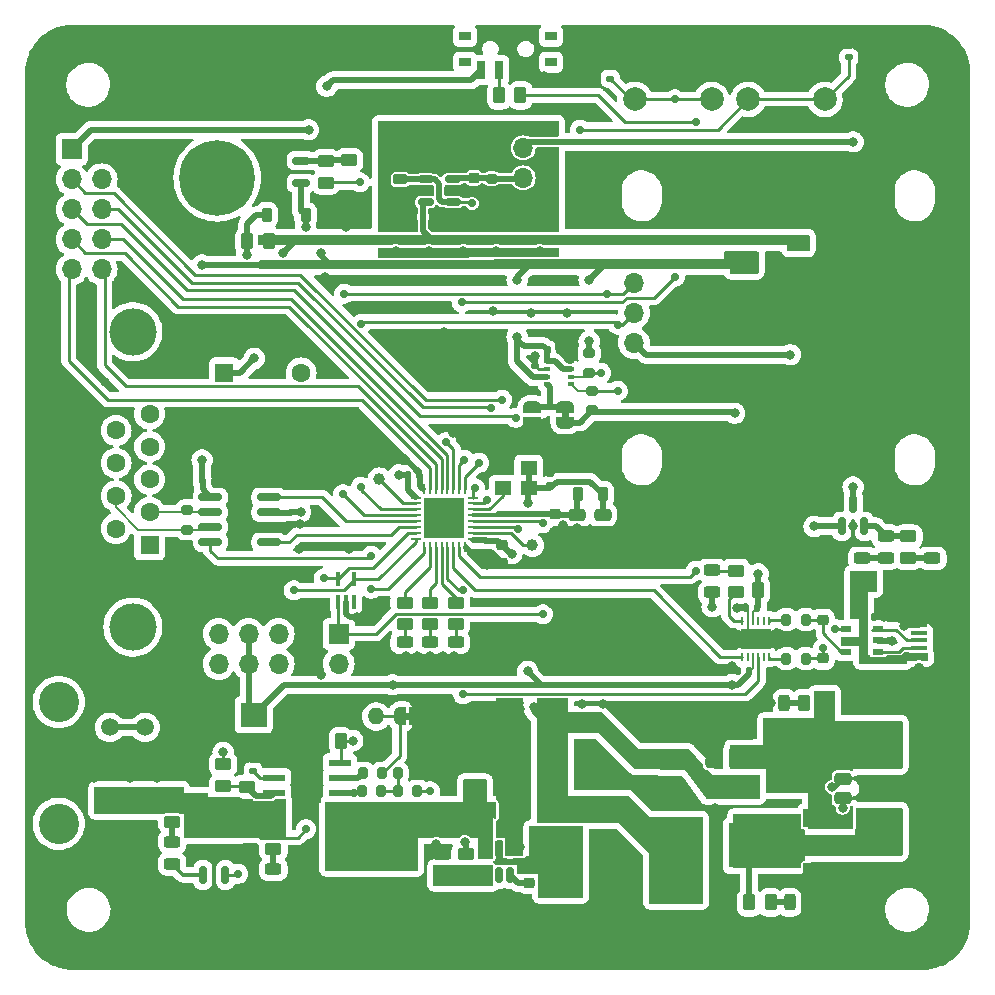
<source format=gbr>
%TF.GenerationSoftware,KiCad,Pcbnew,7.0.6*%
%TF.CreationDate,2023-12-02T19:53:02-07:00*%
%TF.ProjectId,H2 Sensor Board Lucy Rev 1,48322053-656e-4736-9f72-20426f617264,rev?*%
%TF.SameCoordinates,Original*%
%TF.FileFunction,Copper,L1,Top*%
%TF.FilePolarity,Positive*%
%FSLAX46Y46*%
G04 Gerber Fmt 4.6, Leading zero omitted, Abs format (unit mm)*
G04 Created by KiCad (PCBNEW 7.0.6) date 2023-12-02 19:53:02*
%MOMM*%
%LPD*%
G01*
G04 APERTURE LIST*
G04 Aperture macros list*
%AMRoundRect*
0 Rectangle with rounded corners*
0 $1 Rounding radius*
0 $2 $3 $4 $5 $6 $7 $8 $9 X,Y pos of 4 corners*
0 Add a 4 corners polygon primitive as box body*
4,1,4,$2,$3,$4,$5,$6,$7,$8,$9,$2,$3,0*
0 Add four circle primitives for the rounded corners*
1,1,$1+$1,$2,$3*
1,1,$1+$1,$4,$5*
1,1,$1+$1,$6,$7*
1,1,$1+$1,$8,$9*
0 Add four rect primitives between the rounded corners*
20,1,$1+$1,$2,$3,$4,$5,0*
20,1,$1+$1,$4,$5,$6,$7,0*
20,1,$1+$1,$6,$7,$8,$9,0*
20,1,$1+$1,$8,$9,$2,$3,0*%
%AMFreePoly0*
4,1,19,0.500000,-0.750000,0.000000,-0.750000,0.000000,-0.744911,-0.071157,-0.744911,-0.207708,-0.704816,-0.327430,-0.627875,-0.420627,-0.520320,-0.479746,-0.390866,-0.500000,-0.250000,-0.500000,0.250000,-0.479746,0.390866,-0.420627,0.520320,-0.327430,0.627875,-0.207708,0.704816,-0.071157,0.744911,0.000000,0.744911,0.000000,0.750000,0.500000,0.750000,0.500000,-0.750000,0.500000,-0.750000,
$1*%
%AMFreePoly1*
4,1,19,0.000000,0.744911,0.071157,0.744911,0.207708,0.704816,0.327430,0.627875,0.420627,0.520320,0.479746,0.390866,0.500000,0.250000,0.500000,-0.250000,0.479746,-0.390866,0.420627,-0.520320,0.327430,-0.627875,0.207708,-0.704816,0.071157,-0.744911,0.000000,-0.744911,0.000000,-0.750000,-0.500000,-0.750000,-0.500000,0.750000,0.000000,0.750000,0.000000,0.744911,0.000000,0.744911,
$1*%
G04 Aperture macros list end*
%TA.AperFunction,ComponentPad*%
%ADD10RoundRect,0.250001X0.499999X-0.499999X0.499999X0.499999X-0.499999X0.499999X-0.499999X-0.499999X0*%
%TD*%
%TA.AperFunction,ComponentPad*%
%ADD11C,1.500000*%
%TD*%
%TA.AperFunction,ComponentPad*%
%ADD12C,3.410000*%
%TD*%
%TA.AperFunction,SMDPad,CuDef*%
%ADD13RoundRect,0.140000X-0.140000X-0.170000X0.140000X-0.170000X0.140000X0.170000X-0.140000X0.170000X0*%
%TD*%
%TA.AperFunction,SMDPad,CuDef*%
%ADD14R,0.250000X0.650000*%
%TD*%
%TA.AperFunction,SMDPad,CuDef*%
%ADD15R,2.500000X1.700000*%
%TD*%
%TA.AperFunction,SMDPad,CuDef*%
%ADD16RoundRect,0.250000X-0.475000X0.250000X-0.475000X-0.250000X0.475000X-0.250000X0.475000X0.250000X0*%
%TD*%
%TA.AperFunction,SMDPad,CuDef*%
%ADD17RoundRect,0.225000X-0.250000X0.225000X-0.250000X-0.225000X0.250000X-0.225000X0.250000X0.225000X0*%
%TD*%
%TA.AperFunction,SMDPad,CuDef*%
%ADD18RoundRect,0.250000X0.475000X-0.250000X0.475000X0.250000X-0.475000X0.250000X-0.475000X-0.250000X0*%
%TD*%
%TA.AperFunction,SMDPad,CuDef*%
%ADD19RoundRect,0.200000X-0.200000X-0.275000X0.200000X-0.275000X0.200000X0.275000X-0.200000X0.275000X0*%
%TD*%
%TA.AperFunction,SMDPad,CuDef*%
%ADD20RoundRect,0.250000X0.450000X-0.262500X0.450000X0.262500X-0.450000X0.262500X-0.450000X-0.262500X0*%
%TD*%
%TA.AperFunction,SMDPad,CuDef*%
%ADD21RoundRect,0.225000X-0.225000X-0.250000X0.225000X-0.250000X0.225000X0.250000X-0.225000X0.250000X0*%
%TD*%
%TA.AperFunction,SMDPad,CuDef*%
%ADD22R,2.200000X2.150000*%
%TD*%
%TA.AperFunction,SMDPad,CuDef*%
%ADD23RoundRect,0.250000X-0.250000X-0.475000X0.250000X-0.475000X0.250000X0.475000X-0.250000X0.475000X0*%
%TD*%
%TA.AperFunction,SMDPad,CuDef*%
%ADD24RoundRect,0.062500X0.375000X0.062500X-0.375000X0.062500X-0.375000X-0.062500X0.375000X-0.062500X0*%
%TD*%
%TA.AperFunction,SMDPad,CuDef*%
%ADD25RoundRect,0.062500X0.062500X0.375000X-0.062500X0.375000X-0.062500X-0.375000X0.062500X-0.375000X0*%
%TD*%
%TA.AperFunction,SMDPad,CuDef*%
%ADD26R,3.450000X3.450000*%
%TD*%
%TA.AperFunction,SMDPad,CuDef*%
%ADD27RoundRect,0.200000X0.200000X0.275000X-0.200000X0.275000X-0.200000X-0.275000X0.200000X-0.275000X0*%
%TD*%
%TA.AperFunction,ComponentPad*%
%ADD28C,4.000000*%
%TD*%
%TA.AperFunction,ComponentPad*%
%ADD29R,1.600000X1.600000*%
%TD*%
%TA.AperFunction,ComponentPad*%
%ADD30C,1.600000*%
%TD*%
%TA.AperFunction,SMDPad,CuDef*%
%ADD31RoundRect,0.200000X0.275000X-0.200000X0.275000X0.200000X-0.275000X0.200000X-0.275000X-0.200000X0*%
%TD*%
%TA.AperFunction,SMDPad,CuDef*%
%ADD32RoundRect,0.250000X-0.325000X-1.100000X0.325000X-1.100000X0.325000X1.100000X-0.325000X1.100000X0*%
%TD*%
%TA.AperFunction,SMDPad,CuDef*%
%ADD33RoundRect,0.250000X-0.450000X0.262500X-0.450000X-0.262500X0.450000X-0.262500X0.450000X0.262500X0*%
%TD*%
%TA.AperFunction,SMDPad,CuDef*%
%ADD34RoundRect,0.150000X0.825000X0.150000X-0.825000X0.150000X-0.825000X-0.150000X0.825000X-0.150000X0*%
%TD*%
%TA.AperFunction,SMDPad,CuDef*%
%ADD35FreePoly0,270.000000*%
%TD*%
%TA.AperFunction,SMDPad,CuDef*%
%ADD36FreePoly1,270.000000*%
%TD*%
%TA.AperFunction,SMDPad,CuDef*%
%ADD37RoundRect,0.218750X-0.218750X-0.381250X0.218750X-0.381250X0.218750X0.381250X-0.218750X0.381250X0*%
%TD*%
%TA.AperFunction,SMDPad,CuDef*%
%ADD38RoundRect,0.140000X-0.170000X0.140000X-0.170000X-0.140000X0.170000X-0.140000X0.170000X0.140000X0*%
%TD*%
%TA.AperFunction,SMDPad,CuDef*%
%ADD39R,1.910000X0.610000*%
%TD*%
%TA.AperFunction,SMDPad,CuDef*%
%ADD40R,1.205000X1.550000*%
%TD*%
%TA.AperFunction,SMDPad,CuDef*%
%ADD41RoundRect,0.140000X0.140000X0.170000X-0.140000X0.170000X-0.140000X-0.170000X0.140000X-0.170000X0*%
%TD*%
%TA.AperFunction,SMDPad,CuDef*%
%ADD42R,0.500000X0.350000*%
%TD*%
%TA.AperFunction,SMDPad,CuDef*%
%ADD43FreePoly0,0.000000*%
%TD*%
%TA.AperFunction,SMDPad,CuDef*%
%ADD44FreePoly1,0.000000*%
%TD*%
%TA.AperFunction,SMDPad,CuDef*%
%ADD45RoundRect,0.243750X-0.243750X-0.456250X0.243750X-0.456250X0.243750X0.456250X-0.243750X0.456250X0*%
%TD*%
%TA.AperFunction,SMDPad,CuDef*%
%ADD46RoundRect,0.225000X0.250000X-0.225000X0.250000X0.225000X-0.250000X0.225000X-0.250000X-0.225000X0*%
%TD*%
%TA.AperFunction,SMDPad,CuDef*%
%ADD47R,0.972299X0.558000*%
%TD*%
%TA.AperFunction,SMDPad,CuDef*%
%ADD48C,1.000000*%
%TD*%
%TA.AperFunction,SMDPad,CuDef*%
%ADD49RoundRect,0.150000X0.150000X-0.587500X0.150000X0.587500X-0.150000X0.587500X-0.150000X-0.587500X0*%
%TD*%
%TA.AperFunction,SMDPad,CuDef*%
%ADD50RoundRect,0.243750X-0.456250X0.243750X-0.456250X-0.243750X0.456250X-0.243750X0.456250X0.243750X0*%
%TD*%
%TA.AperFunction,ComponentPad*%
%ADD51R,1.700000X1.700000*%
%TD*%
%TA.AperFunction,ComponentPad*%
%ADD52O,1.700000X1.700000*%
%TD*%
%TA.AperFunction,SMDPad,CuDef*%
%ADD53RoundRect,0.200000X-0.275000X0.200000X-0.275000X-0.200000X0.275000X-0.200000X0.275000X0.200000X0*%
%TD*%
%TA.AperFunction,ComponentPad*%
%ADD54C,2.000000*%
%TD*%
%TA.AperFunction,SMDPad,CuDef*%
%ADD55RoundRect,0.250000X0.325000X1.100000X-0.325000X1.100000X-0.325000X-1.100000X0.325000X-1.100000X0*%
%TD*%
%TA.AperFunction,SMDPad,CuDef*%
%ADD56RoundRect,0.150000X0.587500X0.150000X-0.587500X0.150000X-0.587500X-0.150000X0.587500X-0.150000X0*%
%TD*%
%TA.AperFunction,SMDPad,CuDef*%
%ADD57RoundRect,0.140000X0.170000X-0.140000X0.170000X0.140000X-0.170000X0.140000X-0.170000X-0.140000X0*%
%TD*%
%TA.AperFunction,SMDPad,CuDef*%
%ADD58RoundRect,0.250000X-0.550000X1.500000X-0.550000X-1.500000X0.550000X-1.500000X0.550000X1.500000X0*%
%TD*%
%TA.AperFunction,SMDPad,CuDef*%
%ADD59RoundRect,0.250000X-0.262500X-0.450000X0.262500X-0.450000X0.262500X0.450000X-0.262500X0.450000X0*%
%TD*%
%TA.AperFunction,SMDPad,CuDef*%
%ADD60RoundRect,0.243750X0.456250X-0.243750X0.456250X0.243750X-0.456250X0.243750X-0.456250X-0.243750X0*%
%TD*%
%TA.AperFunction,SMDPad,CuDef*%
%ADD61RoundRect,0.250000X0.262500X0.450000X-0.262500X0.450000X-0.262500X-0.450000X0.262500X-0.450000X0*%
%TD*%
%TA.AperFunction,SMDPad,CuDef*%
%ADD62R,1.000000X0.800000*%
%TD*%
%TA.AperFunction,SMDPad,CuDef*%
%ADD63R,0.700000X1.500000*%
%TD*%
%TA.AperFunction,SMDPad,CuDef*%
%ADD64R,0.400000X1.200000*%
%TD*%
%TA.AperFunction,SMDPad,CuDef*%
%ADD65R,1.400000X1.200000*%
%TD*%
%TA.AperFunction,SMDPad,CuDef*%
%ADD66R,2.900000X5.400000*%
%TD*%
%TA.AperFunction,SMDPad,CuDef*%
%ADD67R,1.350000X0.400000*%
%TD*%
%TA.AperFunction,ComponentPad*%
%ADD68O,1.550000X0.890000*%
%TD*%
%TA.AperFunction,SMDPad,CuDef*%
%ADD69R,1.550000X1.200000*%
%TD*%
%TA.AperFunction,ComponentPad*%
%ADD70O,0.950000X1.250000*%
%TD*%
%TA.AperFunction,SMDPad,CuDef*%
%ADD71R,1.550000X1.500000*%
%TD*%
%TA.AperFunction,SMDPad,CuDef*%
%ADD72RoundRect,0.243750X0.243750X0.456250X-0.243750X0.456250X-0.243750X-0.456250X0.243750X-0.456250X0*%
%TD*%
%TA.AperFunction,SMDPad,CuDef*%
%ADD73R,2.000000X1.500000*%
%TD*%
%TA.AperFunction,SMDPad,CuDef*%
%ADD74R,2.000000X3.800000*%
%TD*%
%TA.AperFunction,ComponentPad*%
%ADD75C,1.400000*%
%TD*%
%TA.AperFunction,ComponentPad*%
%ADD76O,1.400000X1.400000*%
%TD*%
%TA.AperFunction,SMDPad,CuDef*%
%ADD77RoundRect,0.225000X-0.375000X0.225000X-0.375000X-0.225000X0.375000X-0.225000X0.375000X0.225000X0*%
%TD*%
%TA.AperFunction,SMDPad,CuDef*%
%ADD78RoundRect,0.250000X-1.500000X-0.550000X1.500000X-0.550000X1.500000X0.550000X-1.500000X0.550000X0*%
%TD*%
%TA.AperFunction,SMDPad,CuDef*%
%ADD79RoundRect,0.225000X-0.225000X-0.375000X0.225000X-0.375000X0.225000X0.375000X-0.225000X0.375000X0*%
%TD*%
%TA.AperFunction,ComponentPad*%
%ADD80C,6.400000*%
%TD*%
%TA.AperFunction,SMDPad,CuDef*%
%ADD81RoundRect,0.150000X0.512500X0.150000X-0.512500X0.150000X-0.512500X-0.150000X0.512500X-0.150000X0*%
%TD*%
%TA.AperFunction,SMDPad,CuDef*%
%ADD82RoundRect,0.150000X-0.150000X0.512500X-0.150000X-0.512500X0.150000X-0.512500X0.150000X0.512500X0*%
%TD*%
%TA.AperFunction,ViaPad*%
%ADD83C,0.800000*%
%TD*%
%TA.AperFunction,ViaPad*%
%ADD84C,0.700000*%
%TD*%
%TA.AperFunction,Conductor*%
%ADD85C,0.500000*%
%TD*%
%TA.AperFunction,Conductor*%
%ADD86C,0.254000*%
%TD*%
%TA.AperFunction,Conductor*%
%ADD87C,0.200000*%
%TD*%
%TA.AperFunction,Conductor*%
%ADD88C,0.250000*%
%TD*%
%TA.AperFunction,Conductor*%
%ADD89C,0.300000*%
%TD*%
G04 APERTURE END LIST*
%TA.AperFunction,EtchedComponent*%
%TO.C,JP1*%
G36*
X133650000Y-103120000D02*
G01*
X133050000Y-103120000D01*
X133050000Y-102620000D01*
X133650000Y-102620000D01*
X133650000Y-103120000D01*
G37*
%TD.AperFunction*%
%TA.AperFunction,EtchedComponent*%
%TO.C,JP3*%
G36*
X120265000Y-128697000D02*
G01*
X119765000Y-128697000D01*
X119765000Y-128097000D01*
X120265000Y-128097000D01*
X120265000Y-128697000D01*
G37*
%TD.AperFunction*%
%TD*%
D10*
%TO.P,J2,1,Pin_1*%
%TO.N,/Power/12V_UP*%
X94787000Y-135334000D03*
D11*
%TO.P,J2,2,Pin_2*%
%TO.N,GND*%
X94787000Y-132334000D03*
%TO.P,J2,3,Pin_3*%
%TO.N,/Power/5V_UP*%
X94787000Y-129334000D03*
%TO.P,J2,4,Pin_4*%
%TO.N,/Power/12V_UP*%
X97787000Y-135334000D03*
%TO.P,J2,5,Pin_5*%
%TO.N,GND*%
X97787000Y-132334000D03*
%TO.P,J2,6,Pin_6*%
%TO.N,/Power/5V_UP*%
X97787000Y-129334000D03*
D12*
%TO.P,J2,MP*%
%TO.N,N/C*%
X90467000Y-137484000D03*
X90467000Y-127184000D03*
%TD*%
D13*
%TO.P,C7,1*%
%TO.N,+3V3*%
X120043000Y-107950000D03*
%TO.P,C7,2*%
%TO.N,GND*%
X121003000Y-107950000D03*
%TD*%
D14*
%TO.P,U8,1,USBDM*%
%TO.N,Net-(U8-USBDM)*%
X150604000Y-120309000D03*
%TO.P,U8,2,RESET#*%
%TO.N,unconnected-(U8-RESET#-Pad2)*%
X150154000Y-120309000D03*
%TO.P,U8,3,3.3VOUT*%
%TO.N,unconnected-(U8-3.3VOUT-Pad3)*%
X149704000Y-120309000D03*
%TO.P,U8,4,VCC*%
%TO.N,+5V*%
X149254000Y-120309000D03*
%TO.P,U8,5,GND*%
%TO.N,GND*%
X148804000Y-120309000D03*
%TO.P,U8,6,CBUS0*%
%TO.N,Net-(U8-CBUS0)*%
X148354000Y-120309000D03*
%TO.P,U8,7,TXD*%
%TO.N,/UART_RX*%
X148354000Y-123409000D03*
%TO.P,U8,8,RTS#*%
%TO.N,unconnected-(U8-RTS#-Pad8)*%
X148804000Y-123409000D03*
%TO.P,U8,9,VCCIO*%
%TO.N,+3V3*%
X149254000Y-123409000D03*
%TO.P,U8,10,RXD*%
%TO.N,/UART_TX*%
X149704000Y-123409000D03*
%TO.P,U8,11,CTS#*%
%TO.N,unconnected-(U8-CTS#-Pad11)*%
X150154000Y-123409000D03*
%TO.P,U8,12,USBDP*%
%TO.N,Net-(U8-USBDP)*%
X150604000Y-123409000D03*
D15*
%TO.P,U8,13,GND*%
%TO.N,GND*%
X149479000Y-121859000D03*
%TD*%
D13*
%TO.P,C29,1*%
%TO.N,+3V3*%
X131854000Y-97409000D03*
%TO.P,C29,2*%
%TO.N,GND*%
X132814000Y-97409000D03*
%TD*%
D16*
%TO.P,C22,1*%
%TO.N,+5V*%
X156845000Y-131765000D03*
%TO.P,C22,2*%
%TO.N,GND*%
X156845000Y-133665000D03*
%TD*%
D17*
%TO.P,C18,1*%
%TO.N,/Power/SW*%
X130252000Y-140957000D03*
%TO.P,C18,2*%
%TO.N,Net-(U5-BST)*%
X130252000Y-142507000D03*
%TD*%
D18*
%TO.P,C23,1*%
%TO.N,+5V*%
X156845000Y-137221000D03*
%TO.P,C23,2*%
%TO.N,GND*%
X156845000Y-135321000D03*
%TD*%
D19*
%TO.P,R3,1*%
%TO.N,/Power/~{FAULT}*%
X116142000Y-134747000D03*
%TO.P,R3,2*%
%TO.N,Net-(R27-Pad2)*%
X117792000Y-134747000D03*
%TD*%
%TO.P,R2,1*%
%TO.N,/Power/I_{MON}*%
X116218200Y-133197600D03*
%TO.P,R2,2*%
%TO.N,Net-(JP3-A)*%
X117868200Y-133197600D03*
%TD*%
D20*
%TO.P,R5,1*%
%TO.N,Net-(U4-EN{slash}UVLO)*%
X104394000Y-134262500D03*
%TO.P,R5,2*%
%TO.N,Net-(U4-OVLO)*%
X104394000Y-132437500D03*
%TD*%
D21*
%TO.P,C15,1*%
%TO.N,+12V*%
X126733000Y-137922000D03*
%TO.P,C15,2*%
%TO.N,GND*%
X128283000Y-137922000D03*
%TD*%
D16*
%TO.P,C24,1*%
%TO.N,+3V3*%
X156845000Y-139394000D03*
%TO.P,C24,2*%
%TO.N,GND*%
X156845000Y-141294000D03*
%TD*%
D22*
%TO.P,D10,1,K*%
%TO.N,+3V3*%
X106975000Y-128270000D03*
%TO.P,D10,2,A*%
%TO.N,GND*%
X102575000Y-128270000D03*
%TD*%
D23*
%TO.P,C13,1*%
%TO.N,+5V*%
X149672000Y-117729000D03*
%TO.P,C13,2*%
%TO.N,GND*%
X151572000Y-117729000D03*
%TD*%
D24*
%TO.P,U1,1,VDD*%
%TO.N,+3V3*%
X125568500Y-113373000D03*
%TO.P,U1,2,PC14*%
%TO.N,Net-(U1-PC14)*%
X125568500Y-112873000D03*
%TO.P,U1,3,PC15*%
%TO.N,/GPIO3*%
X125568500Y-112373000D03*
%TO.P,U1,4,NRST*%
%TO.N,/NRST*%
X125568500Y-111873000D03*
%TO.P,U1,5,VDDA*%
%TO.N,+3.3VA*%
X125568500Y-111373000D03*
%TO.P,U1,6,PA0*%
%TO.N,/XCLK*%
X125568500Y-110873000D03*
%TO.P,U1,7,PA1*%
%TO.N,/GPIO9*%
X125568500Y-110373000D03*
%TO.P,U1,8,PA2*%
%TO.N,/GPIO4*%
X125568500Y-109873000D03*
D25*
%TO.P,U1,9,PA3*%
%TO.N,/H2_SENSE*%
X124881000Y-109185500D03*
%TO.P,U1,10,PA4*%
%TO.N,/TARE*%
X124381000Y-109185500D03*
%TO.P,U1,11,PA5*%
%TO.N,/BEEPER*%
X123881000Y-109185500D03*
%TO.P,U1,12,PA6*%
%TO.N,/GPIO1*%
X123381000Y-109185500D03*
%TO.P,U1,13,PA7*%
%TO.N,/GPIO8*%
X122881000Y-109185500D03*
%TO.P,U1,14,PB0*%
%TO.N,/GPIO2*%
X122381000Y-109185500D03*
%TO.P,U1,15,PB1*%
%TO.N,/GPIO7*%
X121881000Y-109185500D03*
%TO.P,U1,16,VSS*%
%TO.N,GND*%
X121381000Y-109185500D03*
D24*
%TO.P,U1,17,VDD*%
%TO.N,+3V3*%
X120693500Y-109873000D03*
%TO.P,U1,18,PA8*%
%TO.N,Net-(U1-PA8)*%
X120693500Y-110373000D03*
%TO.P,U1,19,PA9*%
%TO.N,/SCL*%
X120693500Y-110873000D03*
%TO.P,U1,20,PA10*%
%TO.N,/SDA*%
X120693500Y-111373000D03*
%TO.P,U1,21,PA11*%
%TO.N,/CAN_RX*%
X120693500Y-111873000D03*
%TO.P,U1,22,PA12*%
%TO.N,/CAN_TX*%
X120693500Y-112373000D03*
%TO.P,U1,23,PA13*%
%TO.N,/DEBUG_SWDIO*%
X120693500Y-112873000D03*
%TO.P,U1,24,PA14*%
%TO.N,/DEBUG_SWCLK*%
X120693500Y-113373000D03*
D25*
%TO.P,U1,25,PA15*%
%TO.N,/CAN_STBY*%
X121381000Y-114060500D03*
%TO.P,U1,26,PB3*%
%TO.N,/GPLED1*%
X121881000Y-114060500D03*
%TO.P,U1,27,PB4*%
%TO.N,/GPLED2*%
X122381000Y-114060500D03*
%TO.P,U1,28,PB5*%
%TO.N,/GPLED3*%
X122881000Y-114060500D03*
%TO.P,U1,29,PB6*%
%TO.N,/UART_TX*%
X123381000Y-114060500D03*
%TO.P,U1,30,PB7*%
%TO.N,/UART_RX*%
X123881000Y-114060500D03*
%TO.P,U1,31,PH3*%
%TO.N,/BOOT0*%
X124381000Y-114060500D03*
%TO.P,U1,32,VSS*%
%TO.N,GND*%
X124881000Y-114060500D03*
D26*
%TO.P,U1,33,VSS*%
X123131000Y-111623000D03*
%TD*%
D27*
%TO.P,R27,1*%
%TO.N,GND*%
X120840000Y-133223000D03*
%TO.P,R27,2*%
%TO.N,Net-(R27-Pad2)*%
X119190000Y-133223000D03*
%TD*%
D20*
%TO.P,R24,1*%
%TO.N,Net-(Q2-G)*%
X115062000Y-81303500D03*
%TO.P,R24,2*%
%TO.N,GND*%
X115062000Y-79478500D03*
%TD*%
D28*
%TO.P,J3,0*%
%TO.N,N/C*%
X96751000Y-95843000D03*
X96751000Y-120843000D03*
D29*
%TO.P,J3,1,Pin_1*%
%TO.N,unconnected-(J3-Pin_1-Pad1)*%
X98171000Y-113883000D03*
D30*
%TO.P,J3,2,Pin_2*%
%TO.N,/CD-*%
X98171000Y-111113000D03*
%TO.P,J3,3,Pin_3*%
%TO.N,unconnected-(J3-Pin_3-Pad3)*%
X98171000Y-108343000D03*
%TO.P,J3,4,Pin_4*%
%TO.N,unconnected-(J3-Pin_4-Pad4)*%
X98171000Y-105573000D03*
%TO.P,J3,5,Pin_5*%
%TO.N,unconnected-(J3-Pin_5-Pad5)*%
X98171000Y-102803000D03*
%TO.P,J3,6,Pin_6*%
%TO.N,unconnected-(J3-Pin_6-Pad6)*%
X95331000Y-112498000D03*
%TO.P,J3,7,Pin_7*%
%TO.N,/CD+*%
X95331000Y-109728000D03*
%TO.P,J3,8,Pin_8*%
%TO.N,unconnected-(J3-Pin_8-Pad8)*%
X95331000Y-106958000D03*
%TO.P,J3,9,Pin_9*%
%TO.N,unconnected-(J3-Pin_9-Pad9)*%
X95331000Y-104188000D03*
%TD*%
D31*
%TO.P,R25,1*%
%TO.N,GNDA*%
X127127000Y-84518000D03*
%TO.P,R25,2*%
%TO.N,/Sensors/V_SENSE*%
X127127000Y-82868000D03*
%TD*%
D32*
%TO.P,C28,1*%
%TO.N,+12V*%
X125779000Y-135382000D03*
%TO.P,C28,2*%
%TO.N,GND*%
X128729000Y-135382000D03*
%TD*%
D33*
%TO.P,R7,1*%
%TO.N,/Power/12V_UP*%
X100076000Y-135485500D03*
%TO.P,R7,2*%
%TO.N,Net-(D1-A)*%
X100076000Y-137310500D03*
%TD*%
D34*
%TO.P,U7,1,TXD*%
%TO.N,/CAN_TX*%
X108266000Y-113665000D03*
%TO.P,U7,2,VSS*%
%TO.N,GND*%
X108266000Y-112395000D03*
%TO.P,U7,3,VDD*%
%TO.N,+5V*%
X108266000Y-111125000D03*
%TO.P,U7,4,RXD*%
%TO.N,/CAN_RX*%
X108266000Y-109855000D03*
%TO.P,U7,5,VIO*%
%TO.N,+3V3*%
X103316000Y-109855000D03*
%TO.P,U7,6,CANL*%
%TO.N,/CD-*%
X103316000Y-111125000D03*
%TO.P,U7,7,CANH*%
%TO.N,/CD+*%
X103316000Y-112395000D03*
%TO.P,U7,8,STBY*%
%TO.N,/CAN_STBY*%
X103316000Y-113665000D03*
%TD*%
D35*
%TO.P,JP1,1,A*%
%TO.N,/Sensors/ADDR*%
X133350000Y-102220000D03*
D36*
%TO.P,JP1,2,B*%
%TO.N,+3V3*%
X133350000Y-103520000D03*
%TD*%
D37*
%TO.P,FB1,1*%
%TO.N,+3.3VA*%
X134400000Y-109601000D03*
%TO.P,FB1,2*%
%TO.N,+3V3*%
X136525000Y-109601000D03*
%TD*%
D38*
%TO.P,C8,1*%
%TO.N,+3V3*%
X126746000Y-113566000D03*
%TO.P,C8,2*%
%TO.N,GND*%
X126746000Y-114526000D03*
%TD*%
D33*
%TO.P,R6,1*%
%TO.N,Net-(U4-EN{slash}UVLO)*%
X106426000Y-134342500D03*
%TO.P,R6,2*%
%TO.N,/Power/12V_UP*%
X106426000Y-136167500D03*
%TD*%
D20*
%TO.P,R16,1*%
%TO.N,Net-(U8-CBUS0)*%
X147828000Y-117879500D03*
%TO.P,R16,2*%
%TO.N,Net-(D12-K)*%
X147828000Y-116054500D03*
%TD*%
D39*
%TO.P,U4,1,GND*%
%TO.N,GND*%
X108704000Y-132325000D03*
%TO.P,U4,2,dV/dT*%
%TO.N,Net-(U4-dV{slash}dT)*%
X108704000Y-133595000D03*
%TO.P,U4,3,EN/UVLO*%
%TO.N,Net-(U4-EN{slash}UVLO)*%
X108704000Y-134865000D03*
%TO.P,U4,4,IN*%
%TO.N,/Power/12V_UP*%
X108704000Y-136135000D03*
%TO.P,U4,5,OUT*%
%TO.N,+12V*%
X114264000Y-136135000D03*
%TO.P,U4,6,~{FAULT}*%
%TO.N,/Power/~{FAULT}*%
X114264000Y-134865000D03*
%TO.P,U4,7,ILM*%
%TO.N,/Power/I_{MON}*%
X114264000Y-133595000D03*
%TO.P,U4,8,OVLO*%
%TO.N,Net-(U4-OVLO)*%
X114264000Y-132325000D03*
D40*
%TO.P,U4,9,PAD*%
%TO.N,GND*%
X110881500Y-133455000D03*
X110881500Y-135005000D03*
X112086500Y-133455000D03*
X112086500Y-135005000D03*
%TD*%
D38*
%TO.P,C3,1*%
%TO.N,GND*%
X137160000Y-73447000D03*
%TO.P,C3,2*%
%TO.N,/TARE*%
X137160000Y-74407000D03*
%TD*%
D41*
%TO.P,C5,1*%
%TO.N,GND*%
X103604000Y-108585000D03*
%TO.P,C5,2*%
%TO.N,+3V3*%
X102644000Y-108585000D03*
%TD*%
D17*
%TO.P,C26,1*%
%TO.N,GND*%
X155187000Y-118671000D03*
%TO.P,C26,2*%
%TO.N,Net-(C26-Pad2)*%
X155187000Y-120221000D03*
%TD*%
D42*
%TO.P,U9,1,GND*%
%TO.N,GND*%
X133876000Y-98339000D03*
%TO.P,U9,2,CSB*%
%TO.N,+3V3*%
X133876000Y-98989000D03*
%TO.P,U9,3,SDI*%
%TO.N,/SDA*%
X133876000Y-99639000D03*
%TO.P,U9,4,SCK*%
%TO.N,/SCL*%
X133876000Y-100289000D03*
%TO.P,U9,5,SDO*%
%TO.N,/Sensors/ADDR*%
X131826000Y-100289000D03*
%TO.P,U9,6,VDDIO*%
%TO.N,+3V3*%
X131826000Y-99639000D03*
%TO.P,U9,7,GND*%
%TO.N,GND*%
X131826000Y-98989000D03*
%TO.P,U9,8,VDD*%
%TO.N,+3V3*%
X131826000Y-98339000D03*
%TD*%
D33*
%TO.P,R19,1*%
%TO.N,V_HEAT*%
X162407600Y-113159000D03*
%TO.P,R19,2*%
%TO.N,Net-(D14-A)*%
X162407600Y-114984000D03*
%TD*%
D43*
%TO.P,JP3,1,A*%
%TO.N,Net-(JP3-A)*%
X119365000Y-128397000D03*
D44*
%TO.P,JP3,2,B*%
%TO.N,GND*%
X120665000Y-128397000D03*
%TD*%
D45*
%TO.P,D2,1,K*%
%TO.N,GND*%
X150022000Y-127305000D03*
%TO.P,D2,2,A*%
%TO.N,Net-(D2-A)*%
X151897000Y-127305000D03*
%TD*%
D46*
%TO.P,C31,1*%
%TO.N,/Sensors/V_SENSE*%
X125603000Y-82817000D03*
%TO.P,C31,2*%
%TO.N,GNDA*%
X125603000Y-81267000D03*
%TD*%
D47*
%TO.P,D13,1*%
%TO.N,Net-(J6-D-)*%
X159858451Y-122920801D03*
%TO.P,D13,2*%
%TO.N,GND*%
X159858451Y-121970800D03*
%TO.P,D13,3*%
%TO.N,Net-(J6-D+)*%
X159858451Y-121020799D03*
%TO.P,D13,4*%
%TO.N,Net-(C19-Pad2)*%
X157133549Y-121020799D03*
%TO.P,D13,5*%
%TO.N,VBUS_UP*%
X157133549Y-121970800D03*
%TO.P,D13,6*%
%TO.N,Net-(C26-Pad2)*%
X157133549Y-122920801D03*
%TD*%
D48*
%TO.P,TP2,1,1*%
%TO.N,Net-(U1-PC14)*%
X130556000Y-113919000D03*
%TD*%
D33*
%TO.P,R23,1*%
%TO.N,Net-(Q2-G)*%
X113108500Y-81383500D03*
%TO.P,R23,2*%
%TO.N,/BEEPER*%
X113108500Y-83208500D03*
%TD*%
D49*
%TO.P,D11,1*%
%TO.N,+5V*%
X156784000Y-112313500D03*
%TO.P,D11,2*%
%TO.N,V_HEAT*%
X158684000Y-112313500D03*
%TO.P,D11,3*%
%TO.N,Net-(U10-V_HEAT)*%
X157734000Y-110438500D03*
%TD*%
D33*
%TO.P,R9,1*%
%TO.N,GND*%
X122886000Y-140057500D03*
%TO.P,R9,2*%
%TO.N,/Power/FB*%
X122886000Y-141882500D03*
%TD*%
D50*
%TO.P,D14,1,K*%
%TO.N,GND*%
X164439600Y-113134000D03*
%TO.P,D14,2,A*%
%TO.N,Net-(D14-A)*%
X164439600Y-115009000D03*
%TD*%
D51*
%TO.P,J8,1,Pin_1*%
%TO.N,GND*%
X139192000Y-99314000D03*
D52*
%TO.P,J8,2,Pin_2*%
%TO.N,+5V*%
X139192000Y-96774000D03*
%TO.P,J8,3,Pin_3*%
%TO.N,/SCL*%
X139192000Y-94234000D03*
%TO.P,J8,4,Pin_4*%
%TO.N,/SDA*%
X139192000Y-91694000D03*
%TD*%
D17*
%TO.P,C10,1*%
%TO.N,+3.3VA*%
X132461000Y-111305000D03*
%TO.P,C10,2*%
%TO.N,GND*%
X132461000Y-112855000D03*
%TD*%
D53*
%TO.P,R21,1*%
%TO.N,+3V3*%
X135382000Y-97664000D03*
%TO.P,R21,2*%
%TO.N,/SDA*%
X135382000Y-99314000D03*
%TD*%
D54*
%TO.P,SW2,1,1*%
%TO.N,GND*%
X148844000Y-71664000D03*
X155344000Y-71664000D03*
%TO.P,SW2,2,2*%
%TO.N,/NRST*%
X148844000Y-76164000D03*
X155344000Y-76164000D03*
%TD*%
D55*
%TO.P,C16,1*%
%TO.N,/Power/7V*%
X131523000Y-128778000D03*
%TO.P,C16,2*%
%TO.N,GND*%
X128573000Y-128778000D03*
%TD*%
D51*
%TO.P,J4,1,Pin_1*%
%TO.N,+3V3*%
X91562000Y-80391000D03*
D52*
%TO.P,J4,2,Pin_2*%
%TO.N,GND*%
X94102000Y-80391000D03*
%TO.P,J4,3,Pin_3*%
%TO.N,/GPIO9*%
X91562000Y-82931000D03*
%TO.P,J4,4,Pin_4*%
%TO.N,unconnected-(J4-Pin_4-Pad4)*%
X94102000Y-82931000D03*
%TO.P,J4,5,Pin_5*%
%TO.N,/GPIO3*%
X91562000Y-85471000D03*
%TO.P,J4,6,Pin_6*%
%TO.N,/GPIO4*%
X94102000Y-85471000D03*
%TO.P,J4,7,Pin_7*%
%TO.N,/GPIO8*%
X91562000Y-88011000D03*
%TO.P,J4,8,Pin_8*%
%TO.N,/GPIO1*%
X94102000Y-88011000D03*
%TO.P,J4,9,Pin_9*%
%TO.N,/GPIO7*%
X91562000Y-90551000D03*
%TO.P,J4,10,Pin_10*%
%TO.N,/GPIO2*%
X94102000Y-90551000D03*
%TD*%
D56*
%TO.P,Q2,1,D*%
%TO.N,Net-(BZ1-+)*%
X110998000Y-83246000D03*
%TO.P,Q2,2,G*%
%TO.N,Net-(Q2-G)*%
X110998000Y-81346000D03*
%TO.P,Q2,3,S*%
%TO.N,GND*%
X109123000Y-82296000D03*
%TD*%
D20*
%TO.P,R15,1*%
%TO.N,Net-(D8-A)*%
X119761000Y-120595000D03*
%TO.P,R15,2*%
%TO.N,/GPLED1*%
X119761000Y-118770000D03*
%TD*%
D27*
%TO.P,R28,1*%
%TO.N,/Power/12V_UP*%
X120840000Y-134747000D03*
%TO.P,R28,2*%
%TO.N,Net-(R27-Pad2)*%
X119190000Y-134747000D03*
%TD*%
D57*
%TO.P,C4,1*%
%TO.N,GND*%
X109982000Y-112138400D03*
%TO.P,C4,2*%
%TO.N,+5V*%
X109982000Y-111178400D03*
%TD*%
D16*
%TO.P,C25,1*%
%TO.N,/Power/12V_UP*%
X106680000Y-137734000D03*
%TO.P,C25,2*%
%TO.N,GND*%
X106680000Y-139634000D03*
%TD*%
D58*
%TO.P,C20,1*%
%TO.N,+12V*%
X114356500Y-139125000D03*
%TO.P,C20,2*%
%TO.N,GND*%
X114356500Y-144725000D03*
%TD*%
D59*
%TO.P,R11,1*%
%TO.N,+3V3*%
X148917500Y-144154000D03*
%TO.P,R11,2*%
%TO.N,Net-(D3-A)*%
X150742500Y-144154000D03*
%TD*%
D60*
%TO.P,D8,1,K*%
%TO.N,GND*%
X119761000Y-124000500D03*
%TO.P,D8,2,A*%
%TO.N,Net-(D8-A)*%
X119761000Y-122125500D03*
%TD*%
D61*
%TO.P,R10,1*%
%TO.N,+5V*%
X155379500Y-127305000D03*
%TO.P,R10,2*%
%TO.N,Net-(D2-A)*%
X153554500Y-127305000D03*
%TD*%
D38*
%TO.P,C1,1*%
%TO.N,GND*%
X132080000Y-107851000D03*
%TO.P,C1,2*%
%TO.N,+3V3*%
X132080000Y-108811000D03*
%TD*%
D41*
%TO.P,C14,1*%
%TO.N,+5V*%
X149578000Y-119253000D03*
%TO.P,C14,2*%
%TO.N,GND*%
X148618000Y-119253000D03*
%TD*%
D62*
%TO.P,SW1,*%
%TO.N,*%
X132162000Y-73010000D03*
X132162000Y-70800000D03*
X124862000Y-73010000D03*
X124862000Y-70800000D03*
D63*
%TO.P,SW1,1,A*%
%TO.N,GND*%
X130762000Y-73660000D03*
%TO.P,SW1,2,B*%
%TO.N,Net-(SW1-B)*%
X127762000Y-73660000D03*
%TO.P,SW1,3,C*%
%TO.N,+3V3*%
X126262000Y-73660000D03*
%TD*%
D13*
%TO.P,C35,1*%
%TO.N,+5V*%
X121313000Y-86106000D03*
%TO.P,C35,2*%
%TO.N,GNDA*%
X122273000Y-86106000D03*
%TD*%
D60*
%TO.P,F1,1*%
%TO.N,Net-(D9-K)*%
X160477200Y-114983500D03*
%TO.P,F1,2*%
%TO.N,V_HEAT*%
X160477200Y-113108500D03*
%TD*%
D18*
%TO.P,C21,1*%
%TO.N,/Power/7V*%
X145923000Y-134173000D03*
%TO.P,C21,2*%
%TO.N,GND*%
X145923000Y-132273000D03*
%TD*%
D54*
%TO.P,SW3,1,1*%
%TO.N,GND*%
X139244000Y-71664000D03*
X145744000Y-71664000D03*
%TO.P,SW3,2,2*%
%TO.N,/TARE*%
X139244000Y-76164000D03*
X145744000Y-76164000D03*
%TD*%
D41*
%TO.P,C27,1*%
%TO.N,GND*%
X159484000Y-119989600D03*
%TO.P,C27,2*%
%TO.N,VBUS_UP*%
X158524000Y-119989600D03*
%TD*%
D64*
%TO.P,IC1,1,I/01*%
%TO.N,/NRST*%
X114158000Y-118679000D03*
%TO.P,IC1,2,GND*%
%TO.N,GND*%
X114808000Y-118679000D03*
%TO.P,IC1,3,I/02*%
%TO.N,unconnected-(IC1-I{slash}02-Pad3)*%
X115458000Y-118679000D03*
%TO.P,IC1,4,I/03*%
%TO.N,/DEBUG_SWCLK*%
X115458000Y-116779000D03*
%TO.P,IC1,5,I/04*%
%TO.N,/DEBUG_SWDIO*%
X114158000Y-116779000D03*
%TD*%
D65*
%TO.P,U2,1,~{ST}*%
%TO.N,+3V3*%
X130259000Y-107354000D03*
%TO.P,U2,2,GND*%
%TO.N,GND*%
X128059000Y-107354000D03*
%TO.P,U2,3,OUT*%
%TO.N,/XCLK*%
X128059000Y-109054000D03*
%TO.P,U2,4,VCC*%
%TO.N,+3V3*%
X130259000Y-109054000D03*
%TD*%
D66*
%TO.P,L1,1,1*%
%TO.N,/Power/SW*%
X133102000Y-140716000D03*
%TO.P,L1,2,2*%
%TO.N,/Power/7V*%
X143002000Y-140716000D03*
%TD*%
D29*
%TO.P,BZ1,1,-*%
%TO.N,Net-(BZ1--)*%
X104498000Y-99314000D03*
D30*
%TO.P,BZ1,2,+*%
%TO.N,Net-(BZ1-+)*%
X110998000Y-99314000D03*
%TD*%
D67*
%TO.P,J6,1,VBUS*%
%TO.N,VBUS_UP*%
X163315000Y-123265000D03*
%TO.P,J6,2,D-*%
%TO.N,Net-(J6-D-)*%
X163315000Y-122615000D03*
%TO.P,J6,3,D+*%
%TO.N,Net-(J6-D+)*%
X163315000Y-121965000D03*
%TO.P,J6,4,ID*%
%TO.N,unconnected-(J6-ID-Pad4)*%
X163315000Y-121315000D03*
%TO.P,J6,5,GND*%
%TO.N,GND*%
X163315000Y-120665000D03*
D68*
%TO.P,J6,6,Shield*%
X166015000Y-125465000D03*
D69*
X166015000Y-124865000D03*
D70*
X163315000Y-124465000D03*
D71*
X166015000Y-122965000D03*
X166015000Y-120965000D03*
D70*
X163315000Y-119465000D03*
D69*
X166015000Y-119065000D03*
D68*
X166015000Y-118465000D03*
%TD*%
D72*
%TO.P,D3,1,K*%
%TO.N,GND*%
X154245000Y-144154000D03*
%TO.P,D3,2,A*%
%TO.N,Net-(D3-A)*%
X152370000Y-144154000D03*
%TD*%
D16*
%TO.P,C11,1*%
%TO.N,+3.3VA*%
X134366000Y-111318000D03*
%TO.P,C11,2*%
%TO.N,GND*%
X134366000Y-113218000D03*
%TD*%
D73*
%TO.P,U3,1,GND*%
%TO.N,GND*%
X148234000Y-129653000D03*
%TO.P,U3,2,VO*%
%TO.N,+5V*%
X148234000Y-131953000D03*
D74*
X154534000Y-131953000D03*
D73*
%TO.P,U3,3,VI*%
%TO.N,/Power/7V*%
X148234000Y-134253000D03*
%TD*%
D49*
%TO.P,Q1,1,D*%
%TO.N,Net-(D1-K)*%
X102682000Y-141829000D03*
%TO.P,Q1,2,G*%
%TO.N,/Power/~{FAULT}*%
X104582000Y-141829000D03*
%TO.P,Q1,3,S*%
%TO.N,GND*%
X103632000Y-139954000D03*
%TD*%
D41*
%TO.P,C6,1*%
%TO.N,+3V3*%
X148943000Y-124587000D03*
%TO.P,C6,2*%
%TO.N,GND*%
X147983000Y-124587000D03*
%TD*%
D38*
%TO.P,C2,1*%
%TO.N,GND*%
X157353000Y-71656000D03*
%TO.P,C2,2*%
%TO.N,/NRST*%
X157353000Y-72616000D03*
%TD*%
D19*
%TO.P,R18,1*%
%TO.N,Net-(U8-USBDM)*%
X152076000Y-120208000D03*
%TO.P,R18,2*%
%TO.N,Net-(C26-Pad2)*%
X153726000Y-120208000D03*
%TD*%
D20*
%TO.P,R13,1*%
%TO.N,Net-(D6-A)*%
X124079000Y-120595000D03*
%TO.P,R13,2*%
%TO.N,/GPLED3*%
X124079000Y-118770000D03*
%TD*%
D59*
%TO.P,R1,1*%
%TO.N,Net-(SW1-B)*%
X127738500Y-75819000D03*
%TO.P,R1,2*%
%TO.N,/BOOT0*%
X129563500Y-75819000D03*
%TD*%
D57*
%TO.P,C30,1*%
%TO.N,+3V3*%
X130810000Y-99667000D03*
%TO.P,C30,2*%
%TO.N,GND*%
X130810000Y-98707000D03*
%TD*%
D35*
%TO.P,JP2,1,A*%
%TO.N,/Sensors/ADDR*%
X130556000Y-102220000D03*
D36*
%TO.P,JP2,2,B*%
%TO.N,GND*%
X130556000Y-103520000D03*
%TD*%
D61*
%TO.P,R4,1*%
%TO.N,Net-(U4-OVLO)*%
X114348900Y-130505200D03*
%TO.P,R4,2*%
%TO.N,GND*%
X112523900Y-130505200D03*
%TD*%
D60*
%TO.P,D4,1,K*%
%TO.N,GND*%
X108641500Y-143237500D03*
%TO.P,D4,2,A*%
%TO.N,Net-(D4-A)*%
X108641500Y-141362500D03*
%TD*%
D46*
%TO.P,C19,1*%
%TO.N,GND*%
X155187000Y-125047000D03*
%TO.P,C19,2*%
%TO.N,Net-(C19-Pad2)*%
X155187000Y-123497000D03*
%TD*%
D31*
%TO.P,R22,1*%
%TO.N,+3V3*%
X135636000Y-102488000D03*
%TO.P,R22,2*%
%TO.N,/SCL*%
X135636000Y-100838000D03*
%TD*%
D50*
%TO.P,D12,1,K*%
%TO.N,Net-(D12-K)*%
X145796000Y-116029500D03*
%TO.P,D12,2,A*%
%TO.N,+3V3*%
X145796000Y-117904500D03*
%TD*%
D75*
%TO.P,R20,1*%
%TO.N,GND*%
X109728000Y-128397000D03*
D76*
%TO.P,R20,2*%
%TO.N,Net-(JP3-A)*%
X117348000Y-128397000D03*
%TD*%
D17*
%TO.P,C9,1*%
%TO.N,+3V3*%
X128016000Y-113906000D03*
%TO.P,C9,2*%
%TO.N,GND*%
X128016000Y-115456000D03*
%TD*%
D77*
%TO.P,D5,1,K*%
%TO.N,/H2_SENSE*%
X119380000Y-82932000D03*
%TO.P,D5,2,A*%
%TO.N,GNDA*%
X119380000Y-86232000D03*
%TD*%
D57*
%TO.P,C32,1*%
%TO.N,Net-(U4-dV{slash}dT)*%
X106934000Y-133040000D03*
%TO.P,C32,2*%
%TO.N,GND*%
X106934000Y-132080000D03*
%TD*%
D78*
%TO.P,C34,1*%
%TO.N,+3V3*%
X159887000Y-137287000D03*
%TO.P,C34,2*%
%TO.N,GND*%
X165487000Y-137287000D03*
%TD*%
D60*
%TO.P,D7,1,K*%
%TO.N,GND*%
X121920000Y-124000500D03*
%TO.P,D7,2,A*%
%TO.N,Net-(D7-A)*%
X121920000Y-122125500D03*
%TD*%
D20*
%TO.P,R14,1*%
%TO.N,Net-(D7-A)*%
X121920000Y-120595000D03*
%TO.P,R14,2*%
%TO.N,/GPLED2*%
X121920000Y-118770000D03*
%TD*%
D33*
%TO.P,R8,1*%
%TO.N,/Power/7V*%
X124918000Y-140057500D03*
%TO.P,R8,2*%
%TO.N,/Power/FB*%
X124918000Y-141882500D03*
%TD*%
D60*
%TO.P,D1,1,K*%
%TO.N,Net-(D1-K)*%
X100076000Y-140891500D03*
%TO.P,D1,2,A*%
%TO.N,Net-(D1-A)*%
X100076000Y-139016500D03*
%TD*%
D61*
%TO.P,R29,1*%
%TO.N,+5V*%
X108251000Y-88138000D03*
%TO.P,R29,2*%
%TO.N,Net-(BZ1--)*%
X106426000Y-88138000D03*
%TD*%
D79*
%TO.P,D15,1,K*%
%TO.N,Net-(BZ1--)*%
X108078000Y-85979000D03*
%TO.P,D15,2,A*%
%TO.N,Net-(BZ1-+)*%
X111378000Y-85979000D03*
%TD*%
D51*
%TO.P,J5,1,Pin_1*%
%TO.N,/NRST*%
X114173000Y-121412000D03*
D52*
%TO.P,J5,2,Pin_2*%
%TO.N,/DEBUG_SWDIO*%
X114173000Y-123952000D03*
%TO.P,J5,3,Pin_3*%
%TO.N,GND*%
X111633000Y-121412000D03*
%TO.P,J5,4,Pin_4*%
X111633000Y-123952000D03*
%TO.P,J5,5,Pin_5*%
%TO.N,unconnected-(J5-Pin_5-Pad5)*%
X109093000Y-121412000D03*
%TO.P,J5,6,Pin_6*%
%TO.N,/DEBUG_SWCLK*%
X109093000Y-123952000D03*
%TO.P,J5,7,Pin_7*%
%TO.N,+3V3*%
X106553000Y-121412000D03*
%TO.P,J5,8,Pin_8*%
X106553000Y-123952000D03*
%TO.P,J5,9,Pin_9*%
%TO.N,unconnected-(J5-Pin_9-Pad9)*%
X104013000Y-121412000D03*
%TO.P,J5,10,Pin_10*%
%TO.N,unconnected-(J5-Pin_10-Pad10)*%
X104013000Y-123952000D03*
%TD*%
D33*
%TO.P,R12,1*%
%TO.N,/Power/12V_UP*%
X108641500Y-137831500D03*
%TO.P,R12,2*%
%TO.N,Net-(D4-A)*%
X108641500Y-139656500D03*
%TD*%
D80*
%TO.P,U10,*%
%TO.N,*%
X103886000Y-82804000D03*
D51*
%TO.P,U10,1,GND*%
%TO.N,GNDA*%
X129794000Y-85344000D03*
D52*
%TO.P,U10,2,V_SENSE*%
%TO.N,/Sensors/V_SENSE*%
X129794000Y-82804000D03*
%TO.P,U10,3,V_HEAT*%
%TO.N,Net-(U10-V_HEAT)*%
X129794000Y-80264000D03*
%TD*%
D78*
%TO.P,C33,1*%
%TO.N,+5V*%
X159887000Y-130048000D03*
%TO.P,C33,2*%
%TO.N,GND*%
X165487000Y-130048000D03*
%TD*%
D81*
%TO.P,U11,1*%
%TO.N,/H2_SENSE*%
X123814000Y-84831000D03*
%TO.P,U11,2,V-*%
%TO.N,GNDA*%
X123814000Y-83881000D03*
%TO.P,U11,3,+*%
%TO.N,/Sensors/V_SENSE*%
X123814000Y-82931000D03*
%TO.P,U11,4,-*%
%TO.N,/H2_SENSE*%
X121539000Y-82931000D03*
%TO.P,U11,5,V+*%
%TO.N,+5V*%
X121539000Y-84831000D03*
%TD*%
D60*
%TO.P,D6,1,K*%
%TO.N,GND*%
X124079000Y-124000500D03*
%TO.P,D6,2,A*%
%TO.N,Net-(D6-A)*%
X124079000Y-122125500D03*
%TD*%
D55*
%TO.P,C17,1*%
%TO.N,/Power/7V*%
X131523000Y-132080000D03*
%TO.P,C17,2*%
%TO.N,GND*%
X128573000Y-132080000D03*
%TD*%
D73*
%TO.P,U6,1,GND*%
%TO.N,GND*%
X154534000Y-141619000D03*
%TO.P,U6,2,VO*%
%TO.N,+3V3*%
X154534000Y-139319000D03*
D74*
X148234000Y-139319000D03*
D73*
%TO.P,U6,3,VI*%
%TO.N,+5V*%
X154534000Y-137019000D03*
%TD*%
D48*
%TO.P,TP1,1,1*%
%TO.N,Net-(U1-PA8)*%
X117602000Y-108331000D03*
%TD*%
D19*
%TO.P,R17,1*%
%TO.N,Net-(U8-USBDP)*%
X152076000Y-123510000D03*
%TO.P,R17,2*%
%TO.N,Net-(C19-Pad2)*%
X153726000Y-123510000D03*
%TD*%
D16*
%TO.P,C12,1*%
%TO.N,+3V3*%
X136525000Y-111318000D03*
%TO.P,C12,2*%
%TO.N,GND*%
X136525000Y-113218000D03*
%TD*%
D82*
%TO.P,U5,1,GND*%
%TO.N,GND*%
X128662000Y-139578500D03*
%TO.P,U5,2,SW*%
%TO.N,/Power/SW*%
X127712000Y-139578500D03*
%TO.P,U5,3,VIN*%
%TO.N,+12V*%
X126762000Y-139578500D03*
%TO.P,U5,4,FB*%
%TO.N,/Power/FB*%
X126762000Y-141853500D03*
%TO.P,U5,5,EN*%
%TO.N,unconnected-(U5-EN-Pad5)*%
X127712000Y-141853500D03*
%TO.P,U5,6,BST*%
%TO.N,Net-(U5-BST)*%
X128662000Y-141853500D03*
%TD*%
D31*
%TO.P,R26,1*%
%TO.N,/CD+*%
X101346000Y-112585000D03*
%TO.P,R26,2*%
%TO.N,/CD-*%
X101346000Y-110935000D03*
%TD*%
D50*
%TO.P,D9,1,K*%
%TO.N,Net-(D9-K)*%
X158496000Y-115010500D03*
%TO.P,D9,2,A*%
%TO.N,VBUS_UP*%
X158496000Y-116885500D03*
%TD*%
D83*
%TO.N,GND*%
X132345477Y-146591750D03*
X138811000Y-128143000D03*
X91705477Y-100871750D03*
X127265477Y-121191750D03*
X137658500Y-113157000D03*
X152665477Y-78011750D03*
X106945477Y-75471750D03*
X165365477Y-95791750D03*
X157745477Y-146591750D03*
X89165477Y-83091750D03*
X160285477Y-78011750D03*
X152665477Y-85631750D03*
X94245477Y-123731750D03*
X143002000Y-96520000D03*
X126746000Y-115570000D03*
X155956000Y-134366000D03*
X99325477Y-83091750D03*
X160285477Y-83091750D03*
X122185477Y-144051750D03*
X89165477Y-146591750D03*
X91705477Y-141511750D03*
X117105477Y-105951750D03*
X156210000Y-125222000D03*
X147447000Y-121411500D03*
X147585477Y-95791750D03*
X89165477Y-113571750D03*
X146050000Y-143002000D03*
X150125477Y-85631750D03*
X129540000Y-139446000D03*
X101865477Y-123731750D03*
X101865477Y-126271750D03*
X162825477Y-133891750D03*
X123952000Y-112522000D03*
X160285477Y-133891750D03*
X135128000Y-131318000D03*
X89165477Y-121191750D03*
X146050000Y-136144000D03*
X162825477Y-141511750D03*
X160285477Y-85631750D03*
X131572000Y-74168000D03*
X142505477Y-108491750D03*
X155205477Y-83091750D03*
X106945477Y-103411750D03*
X165365477Y-111031750D03*
X165365477Y-105951750D03*
X130810000Y-97917000D03*
X92837000Y-93218000D03*
X96266000Y-130810000D03*
X89165477Y-93251750D03*
X142505477Y-133891750D03*
X147585477Y-83091750D03*
X112178500Y-122682000D03*
X109485477Y-75471750D03*
X162825477Y-100871750D03*
X127762000Y-134620000D03*
X115316000Y-107696000D03*
X115570000Y-144780000D03*
X159766000Y-108966000D03*
X111379000Y-118872000D03*
X106945477Y-72931750D03*
X160285477Y-100871750D03*
X147585477Y-111031750D03*
X121920000Y-123317000D03*
X140208000Y-134112000D03*
X164973000Y-135636000D03*
X146050000Y-146304000D03*
X162825477Y-98331750D03*
X91705477Y-105951750D03*
X104405477Y-146591750D03*
X147447000Y-122301000D03*
X122809000Y-127127000D03*
X161029000Y-121986000D03*
X160285477Y-95791750D03*
X165365477Y-80551750D03*
X110896400Y-112115600D03*
X152665477Y-83091750D03*
X99325477Y-123731750D03*
X136398000Y-133223000D03*
X155205477Y-100871750D03*
X89165477Y-118651750D03*
X106945477Y-146591750D03*
X96785477Y-75471750D03*
X156845000Y-142240000D03*
X127762000Y-129032000D03*
X113030000Y-144780000D03*
X133477000Y-94234000D03*
X155205477Y-98331750D03*
X121920000Y-133223000D03*
X99325477Y-144051750D03*
X89165477Y-90711750D03*
X133142702Y-112232450D03*
X101865477Y-144051750D03*
X96785477Y-83091750D03*
X156210000Y-73152000D03*
X142367000Y-130048000D03*
X157734000Y-112268000D03*
X146050000Y-137414000D03*
X103225600Y-115722400D03*
X155205477Y-95791750D03*
X132080000Y-106680000D03*
X160285477Y-141511750D03*
X160285477Y-126271750D03*
X146050000Y-138938000D03*
X139192000Y-100711000D03*
X162825477Y-93251750D03*
X98806000Y-130810000D03*
X139192000Y-73025000D03*
X137541000Y-107442000D03*
X134747000Y-127381000D03*
X89165477Y-105951750D03*
X147467376Y-124105743D03*
X122174000Y-110744000D03*
X119634000Y-106553000D03*
X106832400Y-117348000D03*
X157745477Y-78011750D03*
X146050000Y-148082000D03*
X94245477Y-141511750D03*
X132715000Y-96520000D03*
X109485477Y-85631750D03*
X155702000Y-107442000D03*
X137425477Y-123731750D03*
X89165477Y-98331750D03*
X91705477Y-113571750D03*
X110845600Y-114249200D03*
X123952000Y-110744000D03*
X101865477Y-118651750D03*
X162049299Y-120711701D03*
X94245477Y-118651750D03*
X130429000Y-94234000D03*
X137425477Y-144051750D03*
X89165477Y-100871750D03*
X161544000Y-117602000D03*
X160285477Y-103411750D03*
X147828000Y-129286000D03*
X162825477Y-88171750D03*
X89165477Y-133891750D03*
X121285000Y-91567000D03*
X153670000Y-142240000D03*
X147585477Y-100871750D03*
X139965477Y-113571750D03*
X137425477Y-138971750D03*
X109485477Y-146591750D03*
X165365477Y-85631750D03*
X160285477Y-80551750D03*
X143510000Y-135636000D03*
X105791000Y-111760000D03*
X92964000Y-96901000D03*
X142875000Y-100457000D03*
X142505477Y-72931750D03*
X137425477Y-141511750D03*
X99325477Y-85631750D03*
X122428000Y-139192000D03*
X96785477Y-126271750D03*
X119888000Y-123317000D03*
X165100000Y-128270000D03*
X165365477Y-72931750D03*
X157745477Y-144051750D03*
D84*
X95377000Y-80391000D03*
D83*
X89165477Y-88171750D03*
X137425477Y-85631750D03*
X146050000Y-140208000D03*
X101865477Y-75471750D03*
X106945477Y-105951750D03*
X91705477Y-108491750D03*
X162825477Y-95791750D03*
X94361000Y-100076000D03*
X155205477Y-116111750D03*
X109485477Y-72931750D03*
X115316000Y-103378000D03*
X150810000Y-127254000D03*
X132588000Y-114046000D03*
X165365477Y-93251750D03*
X129540000Y-127762000D03*
X146050000Y-141478000D03*
X165365477Y-78011750D03*
X110998000Y-133604000D03*
X147585477Y-113571750D03*
X104405477Y-72931750D03*
X124725477Y-146591750D03*
X165365477Y-75471750D03*
X151511000Y-122301000D03*
X93472000Y-130810000D03*
X89165477Y-78011750D03*
X89165477Y-108491750D03*
X109485477Y-116111750D03*
X96785477Y-138971750D03*
X139965477Y-146591750D03*
X142505477Y-113571750D03*
X89165477Y-103411750D03*
X113030000Y-142748000D03*
X104405477Y-88171750D03*
X123063000Y-95885000D03*
X147917500Y-119253000D03*
X114808000Y-86995000D03*
X132345477Y-123731750D03*
X109220000Y-81534000D03*
X91705477Y-133891750D03*
X147585477Y-93251750D03*
X134885477Y-121191750D03*
X101865477Y-146591750D03*
X122809000Y-128905000D03*
X160285477Y-90711750D03*
X129540000Y-131826000D03*
X89165477Y-116111750D03*
X146558000Y-129794000D03*
X165365477Y-88171750D03*
X111404400Y-130505200D03*
X137425477Y-83091750D03*
X134356195Y-112417500D03*
X149606000Y-73152000D03*
X127254000Y-94107000D03*
X94245477Y-126271750D03*
X101865477Y-88171750D03*
X147585477Y-108491750D03*
X99325477Y-80551750D03*
X117105477Y-131351750D03*
X160285477Y-93251750D03*
X96520000Y-133604000D03*
X163576000Y-111506000D03*
X152665477Y-72931750D03*
X89165477Y-80551750D03*
X162825477Y-103411750D03*
X117105477Y-146591750D03*
X122185477Y-72931750D03*
X162825477Y-126271750D03*
X89165477Y-141511750D03*
X125501647Y-104394000D03*
X150368000Y-83566000D03*
X136525000Y-127381000D03*
X165365477Y-83091750D03*
X151511000Y-121412000D03*
X132334000Y-91440000D03*
X110490000Y-132334000D03*
X112025477Y-72931750D03*
X156464000Y-118618000D03*
X104405477Y-118651750D03*
X112649000Y-124880500D03*
X91705477Y-103411750D03*
X145796000Y-73025000D03*
X115697000Y-120015000D03*
X89165477Y-131351750D03*
X155205477Y-146591750D03*
X89165477Y-95791750D03*
X96785477Y-146591750D03*
X155194000Y-109982000D03*
X104405477Y-75471750D03*
X89165477Y-75471750D03*
X160324800Y-119989600D03*
X160285477Y-98331750D03*
X163068000Y-137414000D03*
X137425477Y-146591750D03*
X155498000Y-144526000D03*
X165365477Y-133891750D03*
X106945477Y-144051750D03*
X155205477Y-90711750D03*
X122185477Y-146591750D03*
X122185477Y-98331750D03*
X110998000Y-134874000D03*
X104394000Y-108585000D03*
X101865477Y-121191750D03*
X123825000Y-100457000D03*
X99325477Y-126271750D03*
X135382000Y-105664000D03*
X134885477Y-123731750D03*
X163576000Y-90424000D03*
X89165477Y-72931750D03*
X112025477Y-103411750D03*
X129805477Y-146591750D03*
X147585477Y-85631750D03*
X134885477Y-146591750D03*
X94245477Y-116111750D03*
X127265477Y-146591750D03*
X117105477Y-123731750D03*
X162941000Y-130175000D03*
X108712000Y-144272000D03*
X117105477Y-72931750D03*
X99325477Y-75471750D03*
X89165477Y-85631750D03*
X165365477Y-146591750D03*
X165365477Y-100871750D03*
X155702000Y-103124000D03*
X160285477Y-105951750D03*
X146304000Y-131318000D03*
X127265477Y-123731750D03*
X165365477Y-141511750D03*
X164973000Y-139065000D03*
X89165477Y-111031750D03*
X114565477Y-72931750D03*
X153162000Y-148082000D03*
X142748000Y-111760000D03*
X160285477Y-111031750D03*
X139965477Y-111031750D03*
X98806000Y-133604000D03*
X96785477Y-72931750D03*
X106945477Y-108491750D03*
X119645477Y-72931750D03*
X112776000Y-107188000D03*
X165365477Y-103411750D03*
X128725500Y-106299000D03*
X137425477Y-121191750D03*
X123952000Y-123317000D03*
X91705477Y-131351750D03*
X99325477Y-116111750D03*
X156210000Y-92456000D03*
X104405477Y-95791750D03*
X115570000Y-142748000D03*
X135509000Y-114554000D03*
X119645477Y-146591750D03*
X150125477Y-78011750D03*
X156845000Y-136121500D03*
X130556000Y-104521000D03*
X126238000Y-144272000D03*
X115697000Y-93980000D03*
X147585477Y-105951750D03*
X89165477Y-123731750D03*
X162825477Y-80551750D03*
X112014000Y-133604000D03*
X155205477Y-85631750D03*
X165365477Y-108491750D03*
X104394000Y-139954000D03*
X112025477Y-146591750D03*
X99325477Y-118651750D03*
X101865477Y-72931750D03*
X162825477Y-78011750D03*
X154686000Y-118263500D03*
X165365477Y-90711750D03*
X127762000Y-131572000D03*
X99325477Y-146591750D03*
X112014000Y-134874000D03*
X151511000Y-118872000D03*
X113030000Y-91186000D03*
X91705477Y-121191750D03*
X144272000Y-148082000D03*
X165365477Y-98331750D03*
X91705477Y-111031750D03*
X129032000Y-144272000D03*
X123825000Y-104394000D03*
X125501647Y-98171000D03*
X104648000Y-128397000D03*
X139965477Y-123731750D03*
X143002000Y-92710000D03*
X91705477Y-123731750D03*
X99325477Y-98331750D03*
X101865477Y-133891750D03*
X142505477Y-123731750D03*
X93472000Y-133604000D03*
X104405477Y-105951750D03*
X146050000Y-144526000D03*
X160285477Y-88171750D03*
X91705477Y-118651750D03*
X165365477Y-144051750D03*
X104405477Y-126271750D03*
X96785477Y-141511750D03*
X142505477Y-146591750D03*
X99325477Y-72931750D03*
X116205000Y-79502000D03*
X119645477Y-144051750D03*
X140462000Y-129286000D03*
X120904000Y-93853000D03*
X109093000Y-118872000D03*
X104405477Y-144051750D03*
X165100000Y-131699000D03*
X124968000Y-91440000D03*
X96785477Y-144051750D03*
X122185477Y-131351750D03*
X104405477Y-103411750D03*
X94245477Y-138971750D03*
X96785477Y-116111750D03*
X91705477Y-116111750D03*
X136271000Y-73533000D03*
X139965477Y-121191750D03*
X150125477Y-146591750D03*
X154940000Y-141732000D03*
X122174000Y-112522000D03*
X89165477Y-144051750D03*
X101865477Y-131351750D03*
X129540000Y-135636000D03*
X115011200Y-114249200D03*
X142505477Y-105951750D03*
%TO.N,+3V3*%
X111633000Y-78740000D03*
X135382000Y-91440000D03*
X113157000Y-75057000D03*
X135382000Y-96647000D03*
X147466000Y-125711000D03*
X119253000Y-107950000D03*
X130175000Y-110363000D03*
X130175000Y-124587000D03*
X118745000Y-125730000D03*
X112649000Y-89154000D03*
X128827790Y-114627515D03*
X148844000Y-89662000D03*
X145796000Y-119126000D03*
X148082000Y-90170000D03*
X102616000Y-106680000D03*
X129286000Y-91440000D03*
X147701000Y-102743000D03*
X102616000Y-90170000D03*
X148844000Y-137160000D03*
X129286000Y-96266000D03*
D84*
%TO.N,/NRST*%
X134620000Y-78740000D03*
X131445000Y-112051500D03*
X131445000Y-119757500D03*
%TO.N,/TARE*%
X124587000Y-93345000D03*
X124777147Y-106680000D03*
X142621000Y-76164000D03*
X142621000Y-91186000D03*
D83*
%TO.N,+5V*%
X109474000Y-89154000D03*
X152400000Y-97780000D03*
X154432000Y-129540000D03*
X154432000Y-112313500D03*
X110948933Y-111117479D03*
X153543000Y-88138000D03*
X152654000Y-88519000D03*
X149693500Y-116332000D03*
%TO.N,/Power/7V*%
X130683000Y-127635000D03*
X124841000Y-139065000D03*
D84*
%TO.N,Net-(C19-Pad2)*%
X156159200Y-121005600D03*
X155187000Y-122619512D03*
%TO.N,/Power/12V_UP*%
X121920000Y-134747000D03*
X111418500Y-137954444D03*
D83*
%TO.N,Net-(U10-V_HEAT)*%
X157734000Y-108966000D03*
X157734000Y-79756000D03*
D84*
%TO.N,/DEBUG_SWDIO*%
X112903000Y-116713000D03*
%TO.N,/DEBUG_SWCLK*%
X110363000Y-117729000D03*
%TO.N,/BOOT0*%
X144399000Y-78065500D03*
X144399000Y-116078000D03*
%TO.N,/Power/~{FAULT}*%
X115443000Y-134865000D03*
X105664000Y-141732000D03*
D83*
%TO.N,Net-(U4-OVLO)*%
X104394000Y-131445000D03*
X115366800Y-130454400D03*
D84*
%TO.N,/CAN_STBY*%
X116941600Y-117602000D03*
X116941600Y-114808000D03*
%TO.N,/UART_TX*%
X124714000Y-117729000D03*
X124714000Y-126529500D03*
%TO.N,/GPIO9*%
X126735306Y-110098306D03*
X128016000Y-101600000D03*
%TO.N,/GPIO3*%
X129159000Y-103124000D03*
X129375500Y-112547500D03*
%TO.N,/GPIO4*%
X127039500Y-102274500D03*
X125730000Y-109093000D03*
%TO.N,/H2_SENSE*%
X126071500Y-106934000D03*
X125476000Y-84963000D03*
%TO.N,/SCL*%
X116096689Y-95151033D03*
X137795000Y-100838000D03*
X116078000Y-108966000D03*
X137795000Y-95240000D03*
%TO.N,/SDA*%
X114554000Y-109601000D03*
X114647000Y-92617000D03*
X136398000Y-99314000D03*
X136906000Y-92617000D03*
D83*
%TO.N,Net-(BZ1-+)*%
X111379000Y-86995000D03*
D84*
%TO.N,/BEEPER*%
X115951000Y-83185000D03*
X123285944Y-105187056D03*
D83*
%TO.N,GNDA*%
X127508000Y-89027000D03*
X125095000Y-83947000D03*
X124460000Y-81280000D03*
X121793000Y-89027000D03*
X118999000Y-89027000D03*
X131064000Y-85344000D03*
X123190000Y-86106000D03*
X127127000Y-85471000D03*
X124714000Y-89027000D03*
X131191000Y-89027000D03*
X119507000Y-85344000D03*
%TO.N,Net-(BZ1--)*%
X107022000Y-98094800D03*
X106375200Y-89306400D03*
%TD*%
D85*
%TO.N,GND*%
X166015000Y-119065000D02*
X166015000Y-120965000D01*
X153670000Y-142240000D02*
X154291000Y-141619000D01*
X94102000Y-80391000D02*
X95377000Y-80391000D01*
X133142702Y-112232450D02*
X133083550Y-112232450D01*
X111633000Y-122136500D02*
X112178500Y-122682000D01*
X149926000Y-121412000D02*
X149479000Y-121859000D01*
X123952000Y-123873500D02*
X124079000Y-124000500D01*
D86*
X120840000Y-133223000D02*
X121920000Y-133223000D01*
D85*
X132715000Y-96520000D02*
X132715000Y-97310000D01*
X154686000Y-118263500D02*
X155093500Y-118671000D01*
X157256000Y-71664000D02*
X148844000Y-71664000D01*
X145923000Y-131699000D02*
X146304000Y-131318000D01*
X165615000Y-119465000D02*
X166015000Y-119065000D01*
X163315000Y-124465000D02*
X165615000Y-124465000D01*
X155956000Y-134366000D02*
X156144000Y-134366000D01*
X132814000Y-97409000D02*
X133694000Y-98289000D01*
X160324800Y-119989600D02*
X159484000Y-119989600D01*
X147447000Y-122301000D02*
X149037000Y-122301000D01*
X115094000Y-120015000D02*
X114808000Y-119729000D01*
X154647000Y-141732000D02*
X154940000Y-141732000D01*
X121031000Y-108910501D02*
X121305999Y-109185500D01*
X128662000Y-139578500D02*
X129407500Y-139578500D01*
X94787000Y-132334000D02*
X97787000Y-132334000D01*
X115697000Y-120015000D02*
X115094000Y-120015000D01*
X109123000Y-82296000D02*
X109123000Y-81631000D01*
X139192000Y-100711000D02*
X139192000Y-99314000D01*
X104521000Y-128270000D02*
X104648000Y-128397000D01*
X147501743Y-124105743D02*
X147983000Y-124587000D01*
X104394000Y-108585000D02*
X103604000Y-108585000D01*
X154940000Y-143459000D02*
X154245000Y-144154000D01*
D87*
X148618000Y-119253000D02*
X147917500Y-119253000D01*
D85*
X151511000Y-122301000D02*
X149921000Y-122301000D01*
X130762000Y-73660000D02*
X131270000Y-74168000D01*
X109601000Y-128270000D02*
X109728000Y-128397000D01*
X121003000Y-107950000D02*
X121003000Y-107765614D01*
X128573000Y-128778000D02*
X128016000Y-128778000D01*
X139192000Y-71716000D02*
X139244000Y-71664000D01*
X165487000Y-130048000D02*
X163068000Y-130048000D01*
X159858451Y-121970800D02*
X159873651Y-121986000D01*
X165487000Y-137287000D02*
X163195000Y-137287000D01*
X134356195Y-112417500D02*
X134356195Y-113208195D01*
X155093500Y-118671000D02*
X155187000Y-118671000D01*
X128016000Y-115456000D02*
X126860000Y-115456000D01*
X128524000Y-135382000D02*
X127762000Y-134620000D01*
X156845000Y-141294000D02*
X154859000Y-141294000D01*
X128573000Y-132080000D02*
X128270000Y-132080000D01*
X110490000Y-132334000D02*
X110481000Y-132325000D01*
X163315000Y-119465000D02*
X165615000Y-119465000D01*
X111633000Y-121412000D02*
X111633000Y-122136500D01*
X108641500Y-144201500D02*
X108712000Y-144272000D01*
X111633000Y-123952000D02*
X111720500Y-123952000D01*
X154859000Y-141294000D02*
X154534000Y-141619000D01*
D87*
X148804000Y-119439000D02*
X148804000Y-120309000D01*
D85*
X121031000Y-107978000D02*
X121031000Y-108910501D01*
X128573000Y-132080000D02*
X128729000Y-132236000D01*
X156210000Y-125222000D02*
X155362000Y-125222000D01*
X114356500Y-144725000D02*
X115515000Y-144725000D01*
D86*
X130810000Y-98707000D02*
X131092000Y-98989000D01*
D85*
X137461000Y-73447000D02*
X139244000Y-71664000D01*
X109751500Y-132325000D02*
X110881500Y-133455000D01*
X163315000Y-120665000D02*
X162096000Y-120665000D01*
X109123000Y-81631000D02*
X109220000Y-81534000D01*
X114356500Y-144725000D02*
X113085000Y-144725000D01*
X149031500Y-121411500D02*
X149479000Y-121859000D01*
X130810000Y-97917000D02*
X130810000Y-98707000D01*
X115062000Y-79478500D02*
X115085500Y-79502000D01*
X155126000Y-144154000D02*
X155498000Y-144526000D01*
X102575000Y-128270000D02*
X104521000Y-128270000D01*
X148195000Y-129653000D02*
X148234000Y-129653000D01*
X147467376Y-124105743D02*
X147501743Y-124105743D01*
X128725500Y-106299000D02*
X128059000Y-106965500D01*
X108641500Y-143237500D02*
X108641500Y-144201500D01*
X122886000Y-139650000D02*
X122428000Y-139192000D01*
X166015000Y-120965000D02*
X166015000Y-122965000D01*
X134356195Y-113208195D02*
X134366000Y-113218000D01*
X154534000Y-141619000D02*
X154647000Y-141732000D01*
X145923000Y-132273000D02*
X145923000Y-131699000D01*
X156845000Y-136121500D02*
X156845000Y-135321000D01*
X166015000Y-122965000D02*
X166015000Y-124865000D01*
X148808000Y-71664000D02*
X149606000Y-72462000D01*
X130556000Y-104521000D02*
X130556000Y-103520000D01*
X126746000Y-114526000D02*
X125346500Y-114526000D01*
X139192000Y-73025000D02*
X139192000Y-71716000D01*
X124956000Y-114135500D02*
X124956000Y-114060500D01*
X129407500Y-139578500D02*
X129540000Y-139446000D01*
X137658500Y-113157000D02*
X137597500Y-113218000D01*
X133694000Y-98289000D02*
X133876000Y-98289000D01*
X122886000Y-140057500D02*
X122886000Y-139650000D01*
X145744000Y-72973000D02*
X145796000Y-73025000D01*
X119790386Y-106553000D02*
X119634000Y-106553000D01*
X115515000Y-144725000D02*
X115570000Y-144780000D01*
X132715000Y-97310000D02*
X132814000Y-97409000D01*
X147320000Y-129794000D02*
X147828000Y-129286000D01*
X149921000Y-122301000D02*
X149479000Y-121859000D01*
X150810000Y-127254000D02*
X150073000Y-127254000D01*
X110481000Y-132325000D02*
X108704000Y-132325000D01*
X123952000Y-123317000D02*
X123952000Y-123873500D01*
D87*
X148804000Y-120309000D02*
X148804000Y-121184000D01*
D85*
X150073000Y-127254000D02*
X150022000Y-127305000D01*
X156845000Y-142240000D02*
X156845000Y-141294000D01*
X133083550Y-112232450D02*
X132461000Y-112855000D01*
X127086000Y-114526000D02*
X128016000Y-115456000D01*
X128059000Y-106965500D02*
X128059000Y-107354000D01*
D86*
X131092000Y-98989000D02*
X131826000Y-98989000D01*
D85*
X136357000Y-73447000D02*
X137461000Y-73447000D01*
X137597500Y-113218000D02*
X136525000Y-113218000D01*
X147828000Y-129286000D02*
X148195000Y-129653000D01*
X136271000Y-73533000D02*
X136357000Y-73447000D01*
X110004800Y-112115600D02*
X109982000Y-112138400D01*
X121003000Y-107765614D02*
X119790386Y-106553000D01*
X115085500Y-79502000D02*
X116205000Y-79502000D01*
X128729000Y-132236000D02*
X128729000Y-135382000D01*
X155344000Y-71628000D02*
X155344000Y-72286000D01*
X128573000Y-132080000D02*
X128573000Y-128778000D01*
X114808000Y-119729000D02*
X114808000Y-118679000D01*
X163195000Y-137287000D02*
X163068000Y-137414000D01*
X126860000Y-115456000D02*
X126746000Y-115570000D01*
X126746000Y-114526000D02*
X127086000Y-114526000D01*
X131270000Y-74168000D02*
X131572000Y-74168000D01*
X119888000Y-123317000D02*
X119888000Y-123873500D01*
X151511000Y-118872000D02*
X151572000Y-118811000D01*
X145744000Y-71664000D02*
X148808000Y-71664000D01*
X128729000Y-135382000D02*
X128729000Y-137476000D01*
X155362000Y-125222000D02*
X155187000Y-125047000D01*
X156144000Y-134366000D02*
X156845000Y-133665000D01*
X145744000Y-71664000D02*
X145744000Y-72973000D01*
X113085000Y-144725000D02*
X113030000Y-144780000D01*
X128270000Y-132080000D02*
X127762000Y-131572000D01*
X128016000Y-128778000D02*
X127762000Y-129032000D01*
X154291000Y-141619000D02*
X154534000Y-141619000D01*
X128283000Y-137922000D02*
X128662000Y-138301000D01*
X163068000Y-130048000D02*
X162941000Y-130175000D01*
X125346500Y-114526000D02*
X124956000Y-114135500D01*
X121003000Y-107950000D02*
X121031000Y-107978000D01*
X110896400Y-112115600D02*
X110004800Y-112115600D01*
X165615000Y-124465000D02*
X166015000Y-124865000D01*
X146558000Y-129794000D02*
X147320000Y-129794000D01*
X149606000Y-72462000D02*
X149606000Y-73152000D01*
X128729000Y-137476000D02*
X128283000Y-137922000D01*
X121920000Y-123317000D02*
X121920000Y-124000500D01*
X149037000Y-122301000D02*
X149479000Y-121859000D01*
X162096000Y-120665000D02*
X162049299Y-120711701D01*
X111720500Y-123952000D02*
X112649000Y-124880500D01*
X159873651Y-121986000D02*
X161029000Y-121986000D01*
X154245000Y-144154000D02*
X155126000Y-144154000D01*
X151511000Y-121412000D02*
X149926000Y-121412000D01*
X151572000Y-118811000D02*
X151572000Y-117729000D01*
X139244000Y-71664000D02*
X145744000Y-71664000D01*
X154940000Y-141732000D02*
X154940000Y-143459000D01*
X155344000Y-72286000D02*
X156210000Y-73152000D01*
X108704000Y-132325000D02*
X109751500Y-132325000D01*
X128662000Y-138301000D02*
X128662000Y-139578500D01*
X106934000Y-132080000D02*
X108459000Y-132080000D01*
X103632000Y-139954000D02*
X104394000Y-139954000D01*
X108459000Y-132080000D02*
X108704000Y-132325000D01*
X132080000Y-106680000D02*
X132080000Y-107556000D01*
X147447000Y-121411500D02*
X149031500Y-121411500D01*
X112523900Y-130505200D02*
X111404400Y-130505200D01*
D87*
X148618000Y-119253000D02*
X148804000Y-119439000D01*
X148804000Y-121184000D02*
X149479000Y-121859000D01*
D85*
X119888000Y-123873500D02*
X119761000Y-124000500D01*
%TO.N,+3V3*%
X148917500Y-144154000D02*
X148917500Y-140002500D01*
X130302000Y-90170000D02*
X129286000Y-91186000D01*
X148844000Y-89662000D02*
X147701000Y-89662000D01*
X148003386Y-125711000D02*
X148943000Y-124771386D01*
X119888000Y-90170000D02*
X120904000Y-90170000D01*
X148917500Y-140002500D02*
X148234000Y-139319000D01*
X113538000Y-90170000D02*
X113478918Y-90170000D01*
X148943000Y-124771386D02*
X148943000Y-124587000D01*
X159110000Y-137414000D02*
X159190000Y-137494000D01*
X159887000Y-137420000D02*
X157913000Y-139394000D01*
X136525000Y-109601000D02*
X136525000Y-111318000D01*
X130311000Y-109106000D02*
X130259000Y-109054000D01*
X130175000Y-109138000D02*
X130259000Y-109054000D01*
X147193000Y-90170000D02*
X136652000Y-90170000D01*
X102644000Y-109183000D02*
X103316000Y-109855000D01*
X133126000Y-98989000D02*
X132476000Y-98339000D01*
X135382000Y-96647000D02*
X135382000Y-97664000D01*
X129286000Y-96520000D02*
X129833000Y-97067000D01*
X128827790Y-114627515D02*
X128737515Y-114627515D01*
X135764000Y-102616000D02*
X135636000Y-102488000D01*
X93213000Y-78740000D02*
X111633000Y-78740000D01*
X130625614Y-99667000D02*
X130810000Y-99667000D01*
X129286000Y-96266000D02*
X129286000Y-96520000D01*
X129286000Y-91186000D02*
X129286000Y-91440000D01*
X112649000Y-89340082D02*
X112649000Y-89154000D01*
X131826000Y-98339000D02*
X131826000Y-97437000D01*
X154534000Y-139319000D02*
X156770000Y-139319000D01*
X150978000Y-139319000D02*
X154534000Y-139319000D01*
X130302000Y-90170000D02*
X126365000Y-90170000D01*
X120043000Y-107950000D02*
X120043000Y-109222500D01*
X120043000Y-109222500D02*
X120618500Y-109798000D01*
X135475000Y-108551000D02*
X132635000Y-108551000D01*
X127676000Y-113566000D02*
X126746000Y-113566000D01*
X128737515Y-114627515D02*
X128016000Y-113906000D01*
X148844000Y-137160000D02*
X148234000Y-137770000D01*
X134604000Y-103520000D02*
X133350000Y-103520000D01*
X136525000Y-109601000D02*
X135475000Y-108551000D01*
X147447000Y-125730000D02*
X131953000Y-125730000D01*
X157913000Y-139394000D02*
X156845000Y-139394000D01*
X125730000Y-90170000D02*
X126365000Y-90170000D01*
X125373000Y-74549000D02*
X126262000Y-73660000D01*
X130175000Y-124587000D02*
X131318000Y-125730000D01*
X135636000Y-102488000D02*
X134604000Y-103520000D01*
X148234000Y-137770000D02*
X148234000Y-139319000D01*
X133876000Y-98989000D02*
X133126000Y-98989000D01*
X102616000Y-108557000D02*
X102644000Y-108585000D01*
X130175000Y-110363000D02*
X130175000Y-109138000D01*
X145796000Y-119126000D02*
X145796000Y-117904500D01*
X128016000Y-113906000D02*
X127676000Y-113566000D01*
X147466000Y-125711000D02*
X148003386Y-125711000D01*
X132476000Y-98339000D02*
X131826000Y-98339000D01*
X126628000Y-113448000D02*
X125568500Y-113448000D01*
D87*
X149254000Y-124276000D02*
X148943000Y-124587000D01*
D85*
X130810000Y-99667000D02*
X130838000Y-99639000D01*
X148234000Y-139319000D02*
X150978000Y-139319000D01*
X159760000Y-137160000D02*
X159887000Y-137287000D01*
X106975000Y-128270000D02*
X106553000Y-127848000D01*
X132080000Y-109106000D02*
X130311000Y-109106000D01*
X120618500Y-109798000D02*
X120693500Y-109798000D01*
X147701000Y-102743000D02*
X147574000Y-102616000D01*
X113538000Y-90170000D02*
X126365000Y-90170000D01*
X131953000Y-125730000D02*
X118745000Y-125730000D01*
X129286000Y-96266000D02*
X129286000Y-98327386D01*
X131826000Y-97437000D02*
X131854000Y-97409000D01*
X129833000Y-97067000D02*
X131512000Y-97067000D01*
X147701000Y-89662000D02*
X147193000Y-90170000D01*
X113157000Y-75057000D02*
X113665000Y-74549000D01*
X159887000Y-137287000D02*
X159887000Y-137420000D01*
X102616000Y-90170000D02*
X113538000Y-90170000D01*
X126746000Y-113566000D02*
X126628000Y-113448000D01*
X113665000Y-74549000D02*
X125373000Y-74549000D01*
X136652000Y-90170000D02*
X130302000Y-90170000D01*
X158988000Y-137160000D02*
X159760000Y-137160000D01*
X148082000Y-90170000D02*
X147193000Y-90170000D01*
X131512000Y-97067000D02*
X131854000Y-97409000D01*
X131318000Y-125730000D02*
X131953000Y-125730000D01*
X106975000Y-128270000D02*
X109515000Y-125730000D01*
X106553000Y-127848000D02*
X106553000Y-121412000D01*
D87*
X149254000Y-123409000D02*
X149254000Y-124276000D01*
D85*
X156770000Y-139319000D02*
X156845000Y-139394000D01*
X119253000Y-107950000D02*
X120043000Y-107950000D01*
X102616000Y-106680000D02*
X102616000Y-108557000D01*
X129286000Y-98327386D02*
X130625614Y-99667000D01*
X113478918Y-90170000D02*
X112649000Y-89340082D01*
X136652000Y-90170000D02*
X135382000Y-91440000D01*
X91562000Y-80391000D02*
X93213000Y-78740000D01*
X130259000Y-107354000D02*
X130259000Y-109054000D01*
X147466000Y-125711000D02*
X147447000Y-125730000D01*
X109515000Y-125730000D02*
X118745000Y-125730000D01*
X132635000Y-108551000D02*
X132080000Y-109106000D01*
X130838000Y-99639000D02*
X131826000Y-99639000D01*
X102644000Y-108585000D02*
X102644000Y-109183000D01*
X147574000Y-102616000D02*
X135764000Y-102616000D01*
D88*
%TO.N,/NRST*%
X157353000Y-72616000D02*
X157353000Y-74155000D01*
X134620000Y-78740000D02*
X146268000Y-78740000D01*
X117348000Y-121412000D02*
X119002500Y-119757500D01*
X148880000Y-76128000D02*
X155308000Y-76128000D01*
X155308000Y-76128000D02*
X155344000Y-76164000D01*
X131266500Y-111873000D02*
X125568500Y-111873000D01*
X157353000Y-74155000D02*
X155344000Y-76164000D01*
X131445000Y-112051500D02*
X131266500Y-111873000D01*
X114173000Y-121412000D02*
X117348000Y-121412000D01*
X114158000Y-118679000D02*
X114158000Y-121397000D01*
X146268000Y-78740000D02*
X148844000Y-76164000D01*
X114158000Y-121397000D02*
X114173000Y-121412000D01*
X119002500Y-119757500D02*
X131445000Y-119757500D01*
X148844000Y-76164000D02*
X148880000Y-76128000D01*
%TO.N,/TARE*%
X142621000Y-76164000D02*
X145744000Y-76164000D01*
X138177396Y-93345000D02*
X138558396Y-92964000D01*
X124381000Y-107076147D02*
X124381000Y-109185500D01*
X138558396Y-92964000D02*
X140843000Y-92964000D01*
X138917000Y-76164000D02*
X139244000Y-76164000D01*
X142621000Y-76164000D02*
X139244000Y-76164000D01*
X124587000Y-93345000D02*
X138177396Y-93345000D01*
X140843000Y-92964000D02*
X142621000Y-91186000D01*
X137160000Y-74407000D02*
X138917000Y-76164000D01*
X124777147Y-106680000D02*
X124381000Y-107076147D01*
D85*
%TO.N,+5V*%
X149672000Y-117729000D02*
X149672000Y-119159000D01*
X154534000Y-137019000D02*
X154940000Y-136613000D01*
X109982000Y-111178400D02*
X108319400Y-111178400D01*
X121313000Y-85057000D02*
X121539000Y-84831000D01*
X154940000Y-137019000D02*
X154534000Y-137019000D01*
X154940000Y-132359000D02*
X154534000Y-131953000D01*
X154549000Y-131938000D02*
X157124000Y-131938000D01*
X154675000Y-137160000D02*
X154534000Y-137019000D01*
X149693500Y-116332000D02*
X149672000Y-116353500D01*
X152654000Y-88519000D02*
X152273000Y-88138000D01*
X155042000Y-136917000D02*
X154940000Y-137019000D01*
X155379500Y-127305000D02*
X155379500Y-131107500D01*
X121313000Y-86106000D02*
X121313000Y-85057000D01*
D87*
X149578000Y-119253000D02*
X149254000Y-119577000D01*
D85*
X110042921Y-111117479D02*
X109982000Y-111178400D01*
X154940000Y-136613000D02*
X154940000Y-132359000D01*
X110948933Y-111117479D02*
X110042921Y-111117479D01*
X152273000Y-88138000D02*
X122174000Y-88138000D01*
X110490000Y-88138000D02*
X108251000Y-88138000D01*
X154788000Y-136867000D02*
X154636000Y-137019000D01*
D87*
X149254000Y-119577000D02*
X149254000Y-120309000D01*
D85*
X154534000Y-129642000D02*
X154432000Y-129540000D01*
X154534000Y-131953000D02*
X154549000Y-131938000D01*
X149672000Y-116353500D02*
X149672000Y-117729000D01*
X122174000Y-88138000D02*
X121313000Y-87277000D01*
X152400000Y-97780000D02*
X140198000Y-97780000D01*
X140198000Y-97780000D02*
X139192000Y-96774000D01*
X149672000Y-119159000D02*
X149578000Y-119253000D01*
X121313000Y-87277000D02*
X121313000Y-86106000D01*
X154534000Y-131953000D02*
X148234000Y-131953000D01*
X157088000Y-137160000D02*
X154675000Y-137160000D01*
X158486000Y-130038000D02*
X158496000Y-130048000D01*
X110490000Y-88138000D02*
X109474000Y-89154000D01*
X155379500Y-131107500D02*
X154534000Y-131953000D01*
X108319400Y-111178400D02*
X108266000Y-111125000D01*
X124841000Y-88138000D02*
X125730000Y-88138000D01*
X122174000Y-88138000D02*
X110490000Y-88138000D01*
X154534000Y-131953000D02*
X154534000Y-129642000D01*
X154636000Y-137019000D02*
X154534000Y-137019000D01*
X154432000Y-112313500D02*
X156784000Y-112313500D01*
%TO.N,+3.3VA*%
X132408000Y-111252000D02*
X132461000Y-111305000D01*
D89*
X134400000Y-109601000D02*
X134400000Y-111284000D01*
D85*
X132474000Y-111318000D02*
X132461000Y-111305000D01*
X127635000Y-111252000D02*
X132408000Y-111252000D01*
D89*
X127635000Y-111252000D02*
X127514000Y-111373000D01*
D85*
X134366000Y-109635000D02*
X134400000Y-109601000D01*
X134366000Y-111318000D02*
X134366000Y-109635000D01*
D89*
X127514000Y-111373000D02*
X125568500Y-111373000D01*
D85*
X134366000Y-111318000D02*
X132474000Y-111318000D01*
D88*
%TO.N,Net-(U1-PA8)*%
X119644000Y-110373000D02*
X120693500Y-110373000D01*
X117602000Y-108331000D02*
X119644000Y-110373000D01*
D85*
%TO.N,+12V*%
X125779000Y-135382000D02*
X123620000Y-137541000D01*
X125779000Y-135382000D02*
X125779000Y-136968000D01*
X126733000Y-139549500D02*
X126762000Y-139578500D01*
X114356500Y-139125000D02*
X114356500Y-136227500D01*
X125779000Y-136968000D02*
X126733000Y-137922000D01*
X114356500Y-136227500D02*
X114264000Y-136135000D01*
X115940500Y-137541000D02*
X114356500Y-139125000D01*
X126733000Y-137922000D02*
X126733000Y-139549500D01*
X123620000Y-137541000D02*
X115940500Y-137541000D01*
%TO.N,/Power/7V*%
X142872000Y-140716000D02*
X138046000Y-135890000D01*
X146003000Y-134253000D02*
X148234000Y-134253000D01*
X124918000Y-139142000D02*
X124841000Y-139065000D01*
X145923000Y-134173000D02*
X145923000Y-134021000D01*
X136398000Y-129032000D02*
X131981000Y-129032000D01*
X131826000Y-132383000D02*
X131523000Y-132080000D01*
X131523000Y-128778000D02*
X131523000Y-132080000D01*
X131826000Y-134112000D02*
X131826000Y-132383000D01*
X130683000Y-127635000D02*
X130683000Y-127938000D01*
X145923000Y-134173000D02*
X146003000Y-134253000D01*
X138046000Y-135890000D02*
X133604000Y-135890000D01*
X145923000Y-134021000D02*
X143982000Y-132080000D01*
X131523000Y-127663000D02*
X131523000Y-128778000D01*
X130683000Y-127938000D02*
X131523000Y-128778000D01*
X133604000Y-135890000D02*
X131826000Y-134112000D01*
X143002000Y-140716000D02*
X142872000Y-140716000D01*
X143982000Y-132080000D02*
X139446000Y-132080000D01*
X124918000Y-140057500D02*
X124918000Y-139142000D01*
X139446000Y-132080000D02*
X136398000Y-129032000D01*
%TO.N,/Power/SW*%
X130036000Y-140741000D02*
X130252000Y-140957000D01*
X130252000Y-140957000D02*
X132731000Y-140957000D01*
X130252000Y-140957000D02*
X132861000Y-140957000D01*
X127787000Y-140741000D02*
X130036000Y-140741000D01*
X132861000Y-140957000D02*
X133102000Y-140716000D01*
X132731000Y-140957000D02*
X132972000Y-140716000D01*
X127712000Y-139578500D02*
X127712000Y-140666000D01*
X127712000Y-140666000D02*
X127787000Y-140741000D01*
%TO.N,Net-(U5-BST)*%
X130252000Y-142507000D02*
X129315500Y-142507000D01*
X129315500Y-142507000D02*
X128662000Y-141853500D01*
D88*
%TO.N,Net-(C19-Pad2)*%
X153739000Y-123497000D02*
X153726000Y-123510000D01*
X156174399Y-121020799D02*
X157133549Y-121020799D01*
X156159200Y-121005600D02*
X156174399Y-121020799D01*
X155187000Y-123497000D02*
X153739000Y-123497000D01*
X155187000Y-122619512D02*
X155187000Y-123497000D01*
D85*
%TO.N,/Power/12V_UP*%
X108704000Y-136135000D02*
X106458500Y-136135000D01*
X108641500Y-137831500D02*
X108641500Y-136197500D01*
D88*
X107630000Y-138684000D02*
X106680000Y-137734000D01*
D85*
X108641500Y-136197500D02*
X108704000Y-136135000D01*
X106426000Y-136167500D02*
X105744000Y-135485500D01*
X97835000Y-135382000D02*
X97787000Y-135334000D01*
X106458500Y-136135000D02*
X106426000Y-136167500D01*
D88*
X111418500Y-137954444D02*
X110688944Y-138684000D01*
D85*
X94787000Y-135334000D02*
X97787000Y-135334000D01*
X100076000Y-135485500D02*
X99972500Y-135382000D01*
X105744000Y-135485500D02*
X100076000Y-135485500D01*
X99972500Y-135382000D02*
X97835000Y-135382000D01*
D88*
X110688944Y-138684000D02*
X107630000Y-138684000D01*
X121920000Y-134747000D02*
X120840000Y-134747000D01*
%TO.N,Net-(C26-Pad2)*%
X153739000Y-120221000D02*
X153726000Y-120208000D01*
X156742501Y-122920801D02*
X155187000Y-121365300D01*
X157133549Y-122920801D02*
X156742501Y-122920801D01*
X155187000Y-120221000D02*
X153739000Y-120221000D01*
X155187000Y-121365300D02*
X155187000Y-120221000D01*
D85*
%TO.N,VBUS_UP*%
X158524000Y-116913500D02*
X158496000Y-116885500D01*
X163315000Y-123265000D02*
X162091173Y-123265000D01*
X158738000Y-123686000D02*
X158516000Y-123464000D01*
X158524000Y-119989600D02*
X158524000Y-116913500D01*
X158516000Y-122186000D02*
X158316000Y-121986000D01*
X158516000Y-122936000D02*
X158516000Y-122186000D01*
X158524000Y-122178000D02*
X158524000Y-119989600D01*
X162091173Y-123265000D02*
X161670173Y-123686000D01*
X158516000Y-123464000D02*
X158516000Y-122936000D01*
X158524000Y-122178000D02*
X158516000Y-122186000D01*
X161670173Y-123686000D02*
X158738000Y-123686000D01*
X158316000Y-121986000D02*
X157466000Y-121986000D01*
D89*
%TO.N,Net-(D1-K)*%
X102682000Y-141829000D02*
X101013500Y-141829000D01*
X101013500Y-141829000D02*
X100076000Y-140891500D01*
D85*
%TO.N,Net-(D1-A)*%
X100076000Y-137310500D02*
X100076000Y-139016500D01*
%TO.N,Net-(D2-A)*%
X153554500Y-127305000D02*
X151897000Y-127305000D01*
%TO.N,Net-(D3-A)*%
X152370000Y-144154000D02*
X150742500Y-144154000D01*
%TO.N,Net-(D4-A)*%
X108641500Y-141362500D02*
X108641500Y-139656500D01*
D88*
%TO.N,Net-(D6-A)*%
X124079000Y-122125500D02*
X124079000Y-120595000D01*
%TO.N,Net-(D7-A)*%
X121920000Y-122125500D02*
X121920000Y-120595000D01*
%TO.N,Net-(D8-A)*%
X119761000Y-122125500D02*
X119761000Y-120595000D01*
D85*
%TO.N,Net-(D9-K)*%
X160450200Y-115010500D02*
X158496000Y-115010500D01*
X160477200Y-114983500D02*
X160450200Y-115010500D01*
D88*
%TO.N,/GPIO7*%
X121881000Y-107374392D02*
X121881000Y-109185500D01*
X91313000Y-90800000D02*
X91313000Y-98298000D01*
X94615000Y-101600000D02*
X116106608Y-101600000D01*
X91313000Y-98298000D02*
X94615000Y-101600000D01*
X116106608Y-101600000D02*
X121881000Y-107374392D01*
X91562000Y-90551000D02*
X91313000Y-90800000D01*
D85*
%TO.N,V_HEAT*%
X160527700Y-113159000D02*
X160477200Y-113108500D01*
X162407600Y-113159000D02*
X160527700Y-113159000D01*
X160477200Y-113108500D02*
X159682200Y-112313500D01*
X159682200Y-112313500D02*
X158684000Y-112313500D01*
X162486100Y-113080500D02*
X162407600Y-113159000D01*
%TO.N,Net-(U10-V_HEAT)*%
X157734000Y-110438500D02*
X157734000Y-108966000D01*
X130302000Y-79756000D02*
X129794000Y-80264000D01*
X157734000Y-79756000D02*
X130302000Y-79756000D01*
D88*
%TO.N,Net-(D12-K)*%
X145821000Y-116054500D02*
X145796000Y-116029500D01*
X147828000Y-116054500D02*
X145821000Y-116054500D01*
D85*
%TO.N,Net-(D14-A)*%
X164414600Y-114984000D02*
X164439600Y-115009000D01*
X162407600Y-114984000D02*
X164414600Y-114984000D01*
D88*
%TO.N,/DEBUG_SWDIO*%
X112903000Y-116713000D02*
X114092000Y-116713000D01*
X114158000Y-116779000D02*
X115083000Y-115854000D01*
X114092000Y-116713000D02*
X114158000Y-116779000D01*
X115083000Y-115854000D02*
X117064000Y-115854000D01*
X117064000Y-115854000D02*
X120045000Y-112873000D01*
X120045000Y-112873000D02*
X120693500Y-112873000D01*
%TO.N,/DEBUG_SWCLK*%
X110363000Y-117729000D02*
X114604000Y-117729000D01*
X120693500Y-113596100D02*
X120693500Y-113373000D01*
X117510600Y-116779000D02*
X120693500Y-113596100D01*
X115458000Y-116779000D02*
X117510600Y-116779000D01*
X114604000Y-117729000D02*
X115458000Y-116875000D01*
X115458000Y-116875000D02*
X115458000Y-116779000D01*
D87*
%TO.N,/CD-*%
X101346000Y-110935000D02*
X101536000Y-111125000D01*
X101346000Y-110935000D02*
X101168000Y-111113000D01*
X101168000Y-111113000D02*
X98171000Y-111113000D01*
X101536000Y-111125000D02*
X103316000Y-111125000D01*
%TO.N,/CD+*%
X103126000Y-112585000D02*
X103316000Y-112395000D01*
X97218000Y-112585000D02*
X95331000Y-110698000D01*
X95331000Y-110698000D02*
X95331000Y-109728000D01*
X101346000Y-112585000D02*
X97218000Y-112585000D01*
X101346000Y-112585000D02*
X103126000Y-112585000D01*
D88*
%TO.N,Net-(SW1-B)*%
X127762000Y-73660000D02*
X127762000Y-75795500D01*
X127762000Y-75795500D02*
X127738500Y-75819000D01*
%TO.N,/BOOT0*%
X124381000Y-114856000D02*
X124381000Y-114060500D01*
X126111000Y-116586000D02*
X124381000Y-114856000D01*
X143891000Y-116586000D02*
X126111000Y-116586000D01*
X129563500Y-75819000D02*
X136144000Y-75819000D01*
X144399000Y-116078000D02*
X143891000Y-116586000D01*
X138390500Y-78065500D02*
X144399000Y-78065500D01*
X136144000Y-75819000D02*
X138390500Y-78065500D01*
D85*
%TO.N,/Power/I_{MON}*%
X114264000Y-133595000D02*
X115820800Y-133595000D01*
X115820800Y-133595000D02*
X116218200Y-133197600D01*
D88*
%TO.N,/Power/~{FAULT}*%
X115443000Y-134865000D02*
X115561000Y-134747000D01*
X115561000Y-134747000D02*
X116142000Y-134747000D01*
X116024000Y-134865000D02*
X116142000Y-134747000D01*
X105567000Y-141829000D02*
X105664000Y-141732000D01*
X115443000Y-134865000D02*
X114264000Y-134865000D01*
X104582000Y-141829000D02*
X105567000Y-141829000D01*
X114264000Y-134865000D02*
X116024000Y-134865000D01*
D85*
%TO.N,/Power/5V_UP*%
X94787000Y-129334000D02*
X97787000Y-129334000D01*
D88*
%TO.N,Net-(U4-OVLO)*%
X114399700Y-130454400D02*
X114348900Y-130505200D01*
X115366800Y-130454400D02*
X114399700Y-130454400D01*
X114348900Y-130505200D02*
X114348900Y-132240100D01*
X114348900Y-132240100D02*
X114264000Y-132325000D01*
X104394000Y-131445000D02*
X104394000Y-132437500D01*
%TO.N,Net-(U4-EN{slash}UVLO)*%
X106346000Y-134262500D02*
X106426000Y-134342500D01*
D85*
X108441000Y-135128000D02*
X108704000Y-134865000D01*
D88*
X104394000Y-134262500D02*
X106346000Y-134262500D01*
D85*
X107211500Y-135128000D02*
X108441000Y-135128000D01*
X106426000Y-134342500D02*
X107211500Y-135128000D01*
%TO.N,/Power/FB*%
X122886000Y-141882500D02*
X124918000Y-141882500D01*
X124947000Y-141853500D02*
X124918000Y-141882500D01*
X126762000Y-141853500D02*
X124947000Y-141853500D01*
D88*
%TO.N,/GPLED3*%
X122881000Y-117166000D02*
X122881000Y-114060500D01*
X124079000Y-118770000D02*
X124079000Y-118364000D01*
X124079000Y-118364000D02*
X122881000Y-117166000D01*
%TO.N,/GPLED2*%
X121920000Y-117602000D02*
X121920000Y-118770000D01*
X122381000Y-114060500D02*
X122381000Y-117141000D01*
X122381000Y-117141000D02*
X121920000Y-117602000D01*
%TO.N,/GPLED1*%
X121881000Y-115736000D02*
X119761000Y-117856000D01*
X121881000Y-114060500D02*
X121881000Y-115736000D01*
X119761000Y-117856000D02*
X119761000Y-118770000D01*
%TO.N,Net-(U8-CBUS0)*%
X147193000Y-118514500D02*
X147193000Y-119888000D01*
X147828000Y-117879500D02*
X147193000Y-118514500D01*
X147193000Y-119888000D02*
X147614000Y-120309000D01*
X147614000Y-120309000D02*
X148354000Y-120309000D01*
%TO.N,Net-(U8-USBDP)*%
X152076000Y-123510000D02*
X150705000Y-123510000D01*
X150705000Y-123510000D02*
X150604000Y-123409000D01*
%TO.N,Net-(U8-USBDM)*%
X150705000Y-120208000D02*
X150604000Y-120309000D01*
X152076000Y-120208000D02*
X150705000Y-120208000D01*
%TO.N,/GPIO8*%
X100584000Y-93726000D02*
X109982000Y-93726000D01*
X92737000Y-89186000D02*
X96044000Y-89186000D01*
X96044000Y-89186000D02*
X100584000Y-93726000D01*
X122881000Y-106625000D02*
X122881000Y-109185500D01*
X109982000Y-93726000D02*
X122881000Y-106625000D01*
X91562000Y-88011000D02*
X92737000Y-89186000D01*
%TO.N,/CAN_STBY*%
X116941600Y-114808000D02*
X116738400Y-115011200D01*
X103316000Y-114365000D02*
X103316000Y-113665000D01*
X116738400Y-115011200D02*
X103962200Y-115011200D01*
X103962200Y-115011200D02*
X103316000Y-114365000D01*
X121381000Y-114585000D02*
X121381000Y-114060500D01*
X118364000Y-117602000D02*
X121381000Y-114585000D01*
X116941600Y-117602000D02*
X118364000Y-117602000D01*
%TO.N,/XCLK*%
X126914500Y-110873000D02*
X125568500Y-110873000D01*
X128059000Y-109054000D02*
X128059000Y-109728500D01*
X128059000Y-109728500D02*
X126914500Y-110873000D01*
%TO.N,/UART_TX*%
X124714000Y-126529500D02*
X124751500Y-126492000D01*
X124714000Y-117729000D02*
X124333000Y-117729000D01*
X149704000Y-125378000D02*
X149704000Y-123409000D01*
X148590000Y-126492000D02*
X149704000Y-125378000D01*
X124751500Y-126492000D02*
X148590000Y-126492000D01*
X123381000Y-116777000D02*
X123381000Y-114060500D01*
X124333000Y-117729000D02*
X123381000Y-116777000D01*
%TO.N,/UART_RX*%
X125726000Y-117725000D02*
X140839000Y-117725000D01*
X146494743Y-123380743D02*
X148325743Y-123380743D01*
X123881000Y-115880000D02*
X125726000Y-117725000D01*
X123881000Y-114060500D02*
X123881000Y-115880000D01*
X140839000Y-117725000D02*
X146494743Y-123380743D01*
X148325743Y-123380743D02*
X148354000Y-123409000D01*
%TO.N,/GPIO1*%
X94102000Y-88011000D02*
X95885000Y-88011000D01*
X110170405Y-93091000D02*
X123381000Y-106301595D01*
X100965000Y-93091000D02*
X110170405Y-93091000D01*
X123381000Y-106301595D02*
X123381000Y-109185500D01*
X95885000Y-88011000D02*
X100965000Y-93091000D01*
%TO.N,/GPIO2*%
X115813497Y-100446497D02*
X122381000Y-107014000D01*
X94102000Y-90551000D02*
X94361000Y-90810000D01*
X96128497Y-100446497D02*
X115813497Y-100446497D01*
X94361000Y-98679000D02*
X96128497Y-100446497D01*
X122381000Y-107014000D02*
X122381000Y-109185500D01*
X94361000Y-90810000D02*
X94361000Y-98679000D01*
%TO.N,/GPIO9*%
X92737000Y-84106000D02*
X91562000Y-82931000D01*
X102041812Y-90992812D02*
X95155000Y-84106000D01*
X126460612Y-110373000D02*
X126735306Y-110098306D01*
X125568500Y-110373000D02*
X126460612Y-110373000D01*
X128016000Y-101600000D02*
X121539000Y-101600000D01*
X110931812Y-90992812D02*
X102041812Y-90992812D01*
X121539000Y-101600000D02*
X110931812Y-90992812D01*
X95155000Y-84106000D02*
X92737000Y-84106000D01*
%TO.N,/CAN_RX*%
X114794000Y-111873000D02*
X112772000Y-109851000D01*
X112772000Y-109851000D02*
X108270000Y-109851000D01*
X108270000Y-109851000D02*
X108266000Y-109855000D01*
X120693500Y-111873000D02*
X114794000Y-111873000D01*
%TO.N,/CAN_TX*%
X110617000Y-113030000D02*
X109982000Y-113665000D01*
X120693500Y-112373000D02*
X119275000Y-112373000D01*
X109982000Y-113665000D02*
X108266000Y-113665000D01*
X118618000Y-113030000D02*
X110617000Y-113030000D01*
X119275000Y-112373000D02*
X118618000Y-113030000D01*
%TO.N,/GPIO3*%
X110363000Y-92329000D02*
X101346000Y-92329000D01*
X95758000Y-86741000D02*
X92832000Y-86741000D01*
X129032000Y-102997000D02*
X121031000Y-102997000D01*
X101346000Y-92329000D02*
X95758000Y-86741000D01*
X129375500Y-112547500D02*
X129201000Y-112373000D01*
X129201000Y-112373000D02*
X125568500Y-112373000D01*
X129159000Y-103124000D02*
X129032000Y-102997000D01*
X92832000Y-86741000D02*
X91562000Y-85471000D01*
X121031000Y-102997000D02*
X110363000Y-92329000D01*
%TO.N,/GPIO4*%
X125568500Y-109254500D02*
X125730000Y-109093000D01*
X121285000Y-102235000D02*
X110744000Y-91694000D01*
X127000000Y-102235000D02*
X121285000Y-102235000D01*
X110744000Y-91694000D02*
X101727000Y-91694000D01*
X95504000Y-85471000D02*
X94102000Y-85471000D01*
X127039500Y-102274500D02*
X127000000Y-102235000D01*
X125568500Y-109873000D02*
X125568500Y-109254500D01*
X101727000Y-91694000D02*
X95504000Y-85471000D01*
%TO.N,/H2_SENSE*%
X126071500Y-106934000D02*
X126049595Y-106934000D01*
D85*
X122931000Y-84831000D02*
X123814000Y-84831000D01*
D88*
X125344000Y-84831000D02*
X125476000Y-84963000D01*
X126049595Y-106934000D02*
X124881000Y-108102595D01*
D85*
X122301000Y-82931000D02*
X122682000Y-83312000D01*
X122682000Y-83312000D02*
X122682000Y-84582000D01*
X121539000Y-82931000D02*
X122301000Y-82931000D01*
X122682000Y-84582000D02*
X122931000Y-84831000D01*
D88*
X124881000Y-108102595D02*
X124881000Y-109185500D01*
D85*
X119381000Y-82931000D02*
X119380000Y-82932000D01*
D88*
X123814000Y-84831000D02*
X125344000Y-84831000D01*
D85*
X121539000Y-82931000D02*
X119381000Y-82931000D01*
D88*
%TO.N,/SCL*%
X137795000Y-95240000D02*
X138186000Y-95240000D01*
X116096689Y-95151033D02*
X116251722Y-94996000D01*
X135636000Y-100838000D02*
X137795000Y-100838000D01*
D87*
X134425000Y-100838000D02*
X133876000Y-100289000D01*
X135636000Y-100838000D02*
X134425000Y-100838000D01*
D88*
X137551000Y-94996000D02*
X137795000Y-95240000D01*
X117731000Y-110873000D02*
X120693500Y-110873000D01*
X116078000Y-109220000D02*
X117731000Y-110873000D01*
X116078000Y-108966000D02*
X116078000Y-109220000D01*
X138186000Y-95240000D02*
X139192000Y-94234000D01*
X116251722Y-94996000D02*
X137551000Y-94996000D01*
%TO.N,/SDA*%
X114647000Y-92617000D02*
X136906000Y-92617000D01*
X136398000Y-99314000D02*
X135382000Y-99314000D01*
X114554000Y-109601000D02*
X116326000Y-111373000D01*
D87*
X135382000Y-99314000D02*
X135057000Y-99639000D01*
D88*
X116326000Y-111373000D02*
X120693500Y-111373000D01*
X138269000Y-92617000D02*
X139192000Y-91694000D01*
D87*
X135057000Y-99639000D02*
X133876000Y-99639000D01*
D88*
X136906000Y-92617000D02*
X138269000Y-92617000D01*
%TO.N,Net-(J6-D+)*%
X163315000Y-121965000D02*
X162278000Y-121965000D01*
X161369400Y-121056400D02*
X159308800Y-121056400D01*
X162278000Y-121965000D02*
X161369400Y-121056400D01*
%TO.N,Net-(J6-D-)*%
X161928000Y-122615000D02*
X161622199Y-122920801D01*
X161622199Y-122920801D02*
X159781199Y-122920801D01*
X159781199Y-122920801D02*
X159766000Y-122936000D01*
X163315000Y-122615000D02*
X161928000Y-122615000D01*
D85*
%TO.N,/Sensors/V_SENSE*%
X127076000Y-82817000D02*
X127127000Y-82868000D01*
X129730000Y-82868000D02*
X129794000Y-82804000D01*
X123928000Y-82817000D02*
X125603000Y-82817000D01*
X123814000Y-82931000D02*
X123928000Y-82817000D01*
X127127000Y-82868000D02*
X129730000Y-82868000D01*
X125603000Y-82817000D02*
X127076000Y-82817000D01*
%TO.N,/Sensors/ADDR*%
X132080000Y-102220000D02*
X132080000Y-100543000D01*
X132080000Y-100543000D02*
X131876000Y-100339000D01*
X133350000Y-102220000D02*
X132080000Y-102220000D01*
X132080000Y-102220000D02*
X130556000Y-102220000D01*
X131876000Y-100339000D02*
X131826000Y-100339000D01*
D88*
%TO.N,Net-(JP3-A)*%
X119329200Y-128432800D02*
X119365000Y-128397000D01*
X119365000Y-128397000D02*
X117348000Y-128397000D01*
X117868200Y-133197600D02*
X119329200Y-131736600D01*
X119329200Y-131736600D02*
X119329200Y-128432800D01*
D85*
%TO.N,Net-(BZ1-+)*%
X110998000Y-85599000D02*
X111378000Y-85979000D01*
X110998000Y-83246000D02*
X110998000Y-85599000D01*
X111378000Y-86994000D02*
X111378000Y-85979000D01*
X111379000Y-86995000D02*
X111378000Y-86994000D01*
D88*
%TO.N,Net-(U4-dV{slash}dT)*%
X106934000Y-133040000D02*
X107489000Y-133595000D01*
X107489000Y-133595000D02*
X108704000Y-133595000D01*
D85*
%TO.N,Net-(Q2-G)*%
X111035500Y-81383500D02*
X110998000Y-81346000D01*
X115062000Y-81303500D02*
X113188500Y-81303500D01*
X113108500Y-81383500D02*
X111035500Y-81383500D01*
X113188500Y-81303500D02*
X113108500Y-81383500D01*
D88*
%TO.N,/BEEPER*%
X123285944Y-105187056D02*
X123881000Y-105782112D01*
X113132000Y-83185000D02*
X113108500Y-83208500D01*
X115951000Y-83185000D02*
X113132000Y-83185000D01*
X123881000Y-105782112D02*
X123881000Y-109185500D01*
D85*
%TO.N,GNDA*%
X127127000Y-85471000D02*
X127127000Y-84518000D01*
D88*
X122273000Y-86106000D02*
X123190000Y-86106000D01*
D85*
X124473000Y-81267000D02*
X125603000Y-81267000D01*
X125029000Y-83881000D02*
X125095000Y-83947000D01*
X124460000Y-81280000D02*
X124473000Y-81267000D01*
X129794000Y-85344000D02*
X131064000Y-85344000D01*
X119380000Y-85471000D02*
X119507000Y-85344000D01*
X119380000Y-86232000D02*
X119380000Y-85471000D01*
X123814000Y-83881000D02*
X125029000Y-83881000D01*
D86*
%TO.N,Net-(R27-Pad2)*%
X119190000Y-134747000D02*
X117792000Y-134747000D01*
X119190000Y-133223000D02*
X119190000Y-134747000D01*
D85*
%TO.N,Net-(BZ1--)*%
X106426000Y-88138000D02*
X106426000Y-86715600D01*
X106375200Y-89306400D02*
X106375200Y-88188800D01*
X107162600Y-85979000D02*
X108078000Y-85979000D01*
X107022000Y-98094800D02*
X105802800Y-99314000D01*
X106426000Y-86715600D02*
X107162600Y-85979000D01*
X105802800Y-99314000D02*
X104498000Y-99314000D01*
X106375200Y-88188800D02*
X106426000Y-88138000D01*
D88*
%TO.N,Net-(U1-PC14)*%
X125568500Y-112873000D02*
X128746405Y-112873000D01*
X129792405Y-113919000D02*
X130556000Y-113919000D01*
X128746405Y-112873000D02*
X129792405Y-113919000D01*
%TD*%
%TA.AperFunction,Conductor*%
%TO.N,GND*%
G36*
X129794000Y-140208000D02*
G01*
X128270000Y-140208000D01*
X128270000Y-138684000D01*
X127508000Y-138684000D01*
X127508000Y-137245109D01*
X127525181Y-137229275D01*
X127570085Y-137205347D01*
X127622889Y-137159592D01*
X127640843Y-137142001D01*
X127685490Y-137062184D01*
X127705175Y-136995145D01*
X127713500Y-136937247D01*
X127713500Y-135760000D01*
X127708803Y-135716316D01*
X127704535Y-135696701D01*
X127697598Y-135664807D01*
X127695110Y-135654629D01*
X127695110Y-135654627D01*
X127652100Y-135573915D01*
X127606345Y-135521111D01*
X127588756Y-135503159D01*
X127588750Y-135503154D01*
X127508940Y-135458511D01*
X127508935Y-135458509D01*
X127508000Y-135458234D01*
X127508000Y-126817500D01*
X129794000Y-126817500D01*
X129794000Y-140208000D01*
G37*
%TD.AperFunction*%
%TD*%
%TA.AperFunction,Conductor*%
%TO.N,+12V*%
G36*
X127451039Y-135655685D02*
G01*
X127496794Y-135708489D01*
X127508000Y-135760000D01*
X127508000Y-136937247D01*
X127488315Y-137004286D01*
X127435511Y-137050041D01*
X127366353Y-137059985D01*
X127318903Y-137042786D01*
X127266486Y-137010454D01*
X127266481Y-137010452D01*
X127254000Y-137006316D01*
X127254000Y-135636000D01*
X127384000Y-135636000D01*
X127451039Y-135655685D01*
G37*
%TD.AperFunction*%
%TD*%
%TA.AperFunction,Conductor*%
%TO.N,+5V*%
G36*
X153994039Y-87649685D02*
G01*
X154039794Y-87702489D01*
X154051000Y-87754000D01*
X154051000Y-88903000D01*
X154031315Y-88970039D01*
X153978511Y-89015794D01*
X153927000Y-89027000D01*
X152270000Y-89027000D01*
X152202961Y-89007315D01*
X152157206Y-88954511D01*
X152146000Y-88903000D01*
X152146000Y-88519000D01*
X131555708Y-88519000D01*
X131501776Y-88504547D01*
X131501351Y-88505574D01*
X131347765Y-88441957D01*
X131347760Y-88441955D01*
X131191001Y-88421318D01*
X131190999Y-88421318D01*
X131034239Y-88441955D01*
X131034234Y-88441957D01*
X130880649Y-88505574D01*
X130880223Y-88504547D01*
X130826292Y-88519000D01*
X127872708Y-88519000D01*
X127818776Y-88504547D01*
X127818351Y-88505574D01*
X127664765Y-88441957D01*
X127664760Y-88441955D01*
X127508001Y-88421318D01*
X127507999Y-88421318D01*
X127351239Y-88441955D01*
X127351234Y-88441957D01*
X127197649Y-88505574D01*
X127197223Y-88504547D01*
X127143292Y-88519000D01*
X125078708Y-88519000D01*
X125024776Y-88504547D01*
X125024351Y-88505574D01*
X124870765Y-88441957D01*
X124870760Y-88441955D01*
X124714001Y-88421318D01*
X124713999Y-88421318D01*
X124557239Y-88441955D01*
X124557234Y-88441957D01*
X124403649Y-88505574D01*
X124403223Y-88504547D01*
X124349292Y-88519000D01*
X122157708Y-88519000D01*
X122103776Y-88504547D01*
X122103351Y-88505574D01*
X121949765Y-88441957D01*
X121949760Y-88441955D01*
X121793001Y-88421318D01*
X121792999Y-88421318D01*
X121636239Y-88441955D01*
X121636234Y-88441957D01*
X121482649Y-88505574D01*
X121482223Y-88504547D01*
X121428292Y-88519000D01*
X119363708Y-88519000D01*
X119309776Y-88504547D01*
X119309351Y-88505574D01*
X119155765Y-88441957D01*
X119155760Y-88441955D01*
X118999001Y-88421318D01*
X118998999Y-88421318D01*
X118842239Y-88441955D01*
X118842234Y-88441957D01*
X118688649Y-88505574D01*
X118688223Y-88504547D01*
X118634292Y-88519000D01*
X107439000Y-88519000D01*
X107371961Y-88499315D01*
X107326206Y-88446511D01*
X107315000Y-88395000D01*
X107315000Y-87754000D01*
X107334685Y-87686961D01*
X107387489Y-87641206D01*
X107439000Y-87630000D01*
X153927000Y-87630000D01*
X153994039Y-87649685D01*
G37*
%TD.AperFunction*%
%TD*%
%TA.AperFunction,Conductor*%
%TO.N,VBUS_UP*%
G36*
X159709039Y-116097685D02*
G01*
X159754794Y-116150489D01*
X159766000Y-116202000D01*
X159766000Y-117732000D01*
X159746315Y-117799039D01*
X159693511Y-117844794D01*
X159642000Y-117856000D01*
X159004000Y-117856000D01*
X159004000Y-119770040D01*
X159003867Y-119774096D01*
X159003500Y-119779701D01*
X159003500Y-120199501D01*
X159003867Y-120205081D01*
X159004000Y-120209139D01*
X159004000Y-120920268D01*
X158996522Y-120962677D01*
X158983300Y-120999003D01*
X158983300Y-120999006D01*
X158983300Y-121113794D01*
X158996226Y-121149309D01*
X158996522Y-121150120D01*
X159004000Y-121192531D01*
X159004000Y-123190000D01*
X159064159Y-123190000D01*
X159131198Y-123209685D01*
X159176953Y-123262489D01*
X159178377Y-123266905D01*
X159178759Y-123266747D01*
X159183433Y-123278031D01*
X159227748Y-123344353D01*
X159294070Y-123388668D01*
X159294071Y-123388669D01*
X159352548Y-123400300D01*
X159352551Y-123400301D01*
X159352553Y-123400301D01*
X160364351Y-123400301D01*
X160364352Y-123400300D01*
X160379169Y-123397353D01*
X160422830Y-123388669D01*
X160422830Y-123388668D01*
X160422832Y-123388668D01*
X160489153Y-123344353D01*
X160517847Y-123301409D01*
X160571459Y-123256605D01*
X160620949Y-123246301D01*
X161605277Y-123246301D01*
X161610680Y-123246536D01*
X161651006Y-123250065D01*
X161690139Y-123239578D01*
X161695361Y-123238420D01*
X161735244Y-123231389D01*
X161735249Y-123231385D01*
X161740298Y-123229548D01*
X161757023Y-123222620D01*
X161761880Y-123220355D01*
X161761883Y-123220355D01*
X161795040Y-123197136D01*
X161799589Y-123194239D01*
X161834654Y-123173995D01*
X161860680Y-123142977D01*
X161864310Y-123139014D01*
X162026508Y-122976817D01*
X162087831Y-122943334D01*
X162114188Y-122940500D01*
X162429319Y-122940500D01*
X162496358Y-122960185D01*
X162498210Y-122961398D01*
X162561769Y-123003867D01*
X162561770Y-123003868D01*
X162620247Y-123015499D01*
X162620250Y-123015500D01*
X163960000Y-123015500D01*
X164027039Y-123035185D01*
X164072794Y-123087989D01*
X164084000Y-123139500D01*
X164084000Y-123574000D01*
X164064315Y-123641039D01*
X164011511Y-123686794D01*
X163960000Y-123698000D01*
X163623521Y-123698000D01*
X163565895Y-123683796D01*
X163556296Y-123678758D01*
X163397022Y-123639500D01*
X163397021Y-123639500D01*
X163232979Y-123639500D01*
X163232978Y-123639500D01*
X163073703Y-123678758D01*
X163064105Y-123683796D01*
X163006479Y-123698000D01*
X162306000Y-123698000D01*
X162306000Y-123828000D01*
X162286315Y-123895039D01*
X162233511Y-123940794D01*
X162182000Y-123952000D01*
X158366000Y-123952000D01*
X158298961Y-123932315D01*
X158253206Y-123879511D01*
X158242000Y-123828000D01*
X158242000Y-122428000D01*
X156842000Y-122428000D01*
X156774961Y-122408315D01*
X156729206Y-122355511D01*
X156718000Y-122304000D01*
X156718000Y-121790000D01*
X156737685Y-121722961D01*
X156790489Y-121677206D01*
X156842000Y-121666000D01*
X158242000Y-121666000D01*
X158242000Y-120142000D01*
X157604000Y-120142000D01*
X157536961Y-120122315D01*
X157491206Y-120069511D01*
X157480000Y-120018000D01*
X157480000Y-116202000D01*
X157499685Y-116134961D01*
X157552489Y-116089206D01*
X157604000Y-116078000D01*
X159642000Y-116078000D01*
X159709039Y-116097685D01*
G37*
%TD.AperFunction*%
%TD*%
%TA.AperFunction,Conductor*%
%TO.N,/Power/12V_UP*%
G36*
X101035039Y-134385685D02*
G01*
X101080794Y-134438489D01*
X101092000Y-134490000D01*
X101092000Y-134874000D01*
X103000000Y-134874000D01*
X103067039Y-134893685D01*
X103112794Y-134946489D01*
X103124000Y-134998000D01*
X103124000Y-135382000D01*
X106777035Y-135382000D01*
X106844074Y-135401685D01*
X106864716Y-135418319D01*
X106872590Y-135426193D01*
X106877226Y-135431380D01*
X106901621Y-135461970D01*
X106901621Y-135461971D01*
X106950771Y-135495480D01*
X106998618Y-135530793D01*
X107006154Y-135534776D01*
X107013819Y-135538467D01*
X107013827Y-135538472D01*
X107070677Y-135556007D01*
X107126797Y-135575645D01*
X107126799Y-135575645D01*
X107126801Y-135575646D01*
X107126802Y-135575646D01*
X107135198Y-135577234D01*
X107143595Y-135578500D01*
X107143598Y-135578500D01*
X107203059Y-135578500D01*
X107262509Y-135580725D01*
X107262509Y-135580724D01*
X107262510Y-135580725D01*
X107262510Y-135580724D01*
X107271742Y-135579685D01*
X107271835Y-135580513D01*
X107287139Y-135578500D01*
X108412217Y-135578500D01*
X108419155Y-135578889D01*
X108451050Y-135582483D01*
X108458034Y-135583270D01*
X108458034Y-135583269D01*
X108458035Y-135583270D01*
X108516479Y-135572211D01*
X108575287Y-135563348D01*
X108575290Y-135563346D01*
X108583447Y-135560830D01*
X108591469Y-135558023D01*
X108591472Y-135558023D01*
X108644072Y-135530222D01*
X108697642Y-135504425D01*
X108697642Y-135504424D01*
X108697644Y-135504424D01*
X108704695Y-135499616D01*
X108711538Y-135494566D01*
X108753598Y-135452505D01*
X108793913Y-135415100D01*
X108856446Y-135383932D01*
X108878252Y-135382000D01*
X109604000Y-135382000D01*
X109671039Y-135401685D01*
X109716794Y-135454489D01*
X109728000Y-135506000D01*
X109728000Y-138560000D01*
X109708315Y-138627039D01*
X109655511Y-138672794D01*
X109604000Y-138684000D01*
X101216000Y-138684000D01*
X101148961Y-138664315D01*
X101103206Y-138611511D01*
X101092000Y-138560000D01*
X101092000Y-136652000D01*
X100779363Y-136652000D01*
X100738408Y-136645041D01*
X100610700Y-136600353D01*
X100580270Y-136597500D01*
X100580266Y-136597500D01*
X99571734Y-136597500D01*
X99571730Y-136597500D01*
X99541300Y-136600353D01*
X99541298Y-136600353D01*
X99413592Y-136645041D01*
X99372637Y-136652000D01*
X93596000Y-136652000D01*
X93528961Y-136632315D01*
X93483206Y-136579511D01*
X93472000Y-136528000D01*
X93472000Y-134490000D01*
X93491685Y-134422961D01*
X93544489Y-134377206D01*
X93596000Y-134366000D01*
X100968000Y-134366000D01*
X101035039Y-134385685D01*
G37*
%TD.AperFunction*%
%TD*%
%TA.AperFunction,Conductor*%
%TO.N,/Power/FB*%
G36*
X127197039Y-140989685D02*
G01*
X127242794Y-141042489D01*
X127254000Y-141094000D01*
X127254000Y-141144289D01*
X127241401Y-141198748D01*
X127221428Y-141239604D01*
X127221425Y-141239611D01*
X127211500Y-141307739D01*
X127211500Y-142399260D01*
X127221426Y-142467390D01*
X127221426Y-142467391D01*
X127221427Y-142467393D01*
X127241401Y-142508251D01*
X127254000Y-142562708D01*
X127254000Y-142624000D01*
X127234315Y-142691039D01*
X127181511Y-142736794D01*
X127130000Y-142748000D01*
X122298000Y-142748000D01*
X122230961Y-142728315D01*
X122185206Y-142675511D01*
X122174000Y-142624000D01*
X122174000Y-141094000D01*
X122193685Y-141026961D01*
X122246489Y-140981206D01*
X122298000Y-140970000D01*
X127130000Y-140970000D01*
X127197039Y-140989685D01*
G37*
%TD.AperFunction*%
%TD*%
%TA.AperFunction,Conductor*%
%TO.N,/Power/7V*%
G36*
X136413677Y-128035685D02*
G01*
X136434319Y-128052319D01*
X139573000Y-131191000D01*
X143835043Y-131191000D01*
X143902082Y-131210685D01*
X143928023Y-131232959D01*
X144966480Y-132409877D01*
X144996074Y-132473169D01*
X144997500Y-132491918D01*
X144997500Y-132577269D01*
X145000353Y-132607699D01*
X145000353Y-132607701D01*
X145040611Y-132722748D01*
X145045207Y-132735882D01*
X145125850Y-132845150D01*
X145235118Y-132925793D01*
X145277845Y-132940744D01*
X145363299Y-132970646D01*
X145393730Y-132973500D01*
X145407837Y-132973500D01*
X145474876Y-132993185D01*
X145500816Y-133015458D01*
X145796000Y-133350000D01*
X149736000Y-133350000D01*
X149803039Y-133369685D01*
X149848794Y-133422489D01*
X149860000Y-133474000D01*
X149860000Y-135258000D01*
X149840315Y-135325039D01*
X149787511Y-135370794D01*
X149736000Y-135382000D01*
X145350658Y-135382000D01*
X145283619Y-135362315D01*
X145250831Y-135331557D01*
X145246028Y-135325039D01*
X143510000Y-132969000D01*
X143509999Y-132968999D01*
X139241218Y-132843447D01*
X139174786Y-132821800D01*
X139157182Y-132807182D01*
X136144000Y-129794000D01*
X133604000Y-129794000D01*
X133604000Y-128016000D01*
X136346638Y-128016000D01*
X136413677Y-128035685D01*
G37*
%TD.AperFunction*%
%TD*%
%TA.AperFunction,Conductor*%
%TO.N,/Power/7V*%
G36*
X133547039Y-126837185D02*
G01*
X133592794Y-126889989D01*
X133604000Y-126941500D01*
X133604000Y-129794000D01*
X133603999Y-135127999D01*
X133604000Y-135128000D01*
X138632638Y-135128000D01*
X138699677Y-135147685D01*
X138720319Y-135164319D01*
X140462000Y-136906000D01*
X144910000Y-136906000D01*
X144977039Y-136925685D01*
X145022794Y-136978489D01*
X145034000Y-137030000D01*
X145034000Y-144148000D01*
X145014315Y-144215039D01*
X144961511Y-144260794D01*
X144910000Y-144272000D01*
X140586000Y-144272000D01*
X140518961Y-144252315D01*
X140473206Y-144199511D01*
X140462000Y-144148000D01*
X140462000Y-139954000D01*
X137922000Y-137414000D01*
X131061000Y-137414000D01*
X130993961Y-137394315D01*
X130948206Y-137341511D01*
X130937000Y-137290000D01*
X130937000Y-126941500D01*
X130956685Y-126874461D01*
X131009489Y-126828706D01*
X131061000Y-126817500D01*
X133480000Y-126817500D01*
X133547039Y-126837185D01*
G37*
%TD.AperFunction*%
%TD*%
%TA.AperFunction,Conductor*%
%TO.N,+5V*%
G36*
X156153039Y-126257685D02*
G01*
X156198794Y-126310489D01*
X156210000Y-126362000D01*
X156210000Y-128778000D01*
X161801000Y-128778000D01*
X161868039Y-128797685D01*
X161913794Y-128850489D01*
X161925000Y-128902000D01*
X161925000Y-132718000D01*
X161905315Y-132785039D01*
X161852511Y-132830794D01*
X161801000Y-132842000D01*
X157734000Y-132842000D01*
X157734000Y-132915008D01*
X157714315Y-132982047D01*
X157661511Y-133027802D01*
X157592353Y-133037746D01*
X157536370Y-133014781D01*
X157532884Y-133012208D01*
X157532880Y-133012206D01*
X157404700Y-132967353D01*
X157374270Y-132964500D01*
X157374266Y-132964500D01*
X156315734Y-132964500D01*
X156315730Y-132964500D01*
X156285300Y-132967353D01*
X156285298Y-132967353D01*
X156157119Y-133012206D01*
X156157117Y-133012207D01*
X156047850Y-133092850D01*
X155967207Y-133202117D01*
X155967206Y-133202119D01*
X155922353Y-133330298D01*
X155922353Y-133330300D01*
X155919500Y-133360730D01*
X155919500Y-133656378D01*
X155899815Y-133723417D01*
X155847011Y-133769172D01*
X155811688Y-133779316D01*
X155799238Y-133780956D01*
X155799237Y-133780956D01*
X155653160Y-133841463D01*
X155527718Y-133937718D01*
X155431463Y-134063160D01*
X155370956Y-134209237D01*
X155370955Y-134209239D01*
X155350318Y-134365998D01*
X155350318Y-134366001D01*
X155370955Y-134522760D01*
X155370956Y-134522762D01*
X155431464Y-134668841D01*
X155527718Y-134794282D01*
X155653159Y-134890536D01*
X155799238Y-134951044D01*
X155811686Y-134952682D01*
X155875579Y-134980946D01*
X155914052Y-135039270D01*
X155919500Y-135075621D01*
X155919500Y-135625269D01*
X155922353Y-135655699D01*
X155922353Y-135655701D01*
X155967206Y-135783880D01*
X155967207Y-135783882D01*
X156047850Y-135893150D01*
X156157118Y-135973793D01*
X156159142Y-135974501D01*
X156161059Y-135975876D01*
X156165337Y-135978137D01*
X156165027Y-135978722D01*
X156215919Y-136015221D01*
X156241669Y-136080173D01*
X156241131Y-136107725D01*
X156239318Y-136121500D01*
X156239318Y-136121501D01*
X156259955Y-136278260D01*
X156259956Y-136278262D01*
X156320464Y-136424341D01*
X156416718Y-136549782D01*
X156542159Y-136646036D01*
X156688238Y-136706544D01*
X156766618Y-136716862D01*
X156844999Y-136727182D01*
X156845000Y-136727182D01*
X156845001Y-136727182D01*
X156897254Y-136720302D01*
X157001762Y-136706544D01*
X157147841Y-136646036D01*
X157273282Y-136549782D01*
X157369536Y-136424341D01*
X157430044Y-136278262D01*
X157450682Y-136121500D01*
X157448869Y-136107730D01*
X157459634Y-136038695D01*
X157506013Y-135986439D01*
X157530856Y-135974501D01*
X157532882Y-135973793D01*
X157536363Y-135971223D01*
X157540837Y-135969588D01*
X157541097Y-135969452D01*
X157541115Y-135969487D01*
X157601990Y-135947250D01*
X157670161Y-135962563D01*
X157719231Y-136012301D01*
X157734000Y-136070991D01*
X157734000Y-137798000D01*
X157714315Y-137865039D01*
X157661511Y-137910794D01*
X157610000Y-137922000D01*
X154048000Y-137922000D01*
X153980961Y-137902315D01*
X153935206Y-137849511D01*
X153924000Y-137798000D01*
X153924000Y-134874000D01*
X150492000Y-134874000D01*
X150424961Y-134854315D01*
X150379206Y-134801511D01*
X150368000Y-134750000D01*
X150368000Y-132842000D01*
X147444000Y-132842000D01*
X147376961Y-132822315D01*
X147331206Y-132769511D01*
X147320000Y-132718000D01*
X147320000Y-130934000D01*
X147339685Y-130866961D01*
X147392489Y-130821206D01*
X147444000Y-130810000D01*
X150114000Y-130810000D01*
X150114000Y-128648000D01*
X150133685Y-128580961D01*
X150186489Y-128535206D01*
X150238000Y-128524000D01*
X154432000Y-128524000D01*
X154432000Y-126362000D01*
X154451685Y-126294961D01*
X154504489Y-126249206D01*
X154556000Y-126238000D01*
X156086000Y-126238000D01*
X156153039Y-126257685D01*
G37*
%TD.AperFunction*%
%TD*%
%TA.AperFunction,Conductor*%
%TO.N,+12V*%
G36*
X126689039Y-133750685D02*
G01*
X126734794Y-133803489D01*
X126746000Y-133855000D01*
X126746000Y-135636000D01*
X127254000Y-135636000D01*
X127254000Y-138684000D01*
X127253999Y-138869290D01*
X127241401Y-138923746D01*
X127221428Y-138964603D01*
X127221425Y-138964611D01*
X127211500Y-139032739D01*
X127211500Y-140124260D01*
X127221426Y-140192390D01*
X127221426Y-140192391D01*
X127221427Y-140192393D01*
X127241401Y-140233250D01*
X127254000Y-140287708D01*
X127254000Y-140338000D01*
X127234315Y-140405039D01*
X127181511Y-140450794D01*
X127130000Y-140462000D01*
X126108000Y-140462000D01*
X126040961Y-140442315D01*
X125995206Y-140389511D01*
X125984000Y-140338000D01*
X125984000Y-138684000D01*
X125366713Y-138684000D01*
X125299674Y-138664315D01*
X125275461Y-138642039D01*
X125275033Y-138642468D01*
X125269288Y-138636724D01*
X125269284Y-138636721D01*
X125269282Y-138636718D01*
X125143841Y-138540464D01*
X124997762Y-138479956D01*
X124997760Y-138479955D01*
X124841001Y-138459318D01*
X124840999Y-138459318D01*
X124684239Y-138479955D01*
X124684237Y-138479956D01*
X124538160Y-138540463D01*
X124538158Y-138540464D01*
X124538159Y-138540464D01*
X124412718Y-138636718D01*
X124412716Y-138636719D01*
X124412711Y-138636724D01*
X124406967Y-138642468D01*
X124405757Y-138641258D01*
X124357237Y-138676688D01*
X124315287Y-138684000D01*
X122792708Y-138684000D01*
X122738776Y-138669547D01*
X122738351Y-138670574D01*
X122584765Y-138606957D01*
X122584760Y-138606955D01*
X122428001Y-138586318D01*
X122427999Y-138586318D01*
X122271239Y-138606955D01*
X122271234Y-138606957D01*
X122117649Y-138670574D01*
X122117223Y-138669547D01*
X122063292Y-138684000D01*
X120904000Y-138684000D01*
X120904000Y-141354000D01*
X120884315Y-141421039D01*
X120831511Y-141466794D01*
X120780000Y-141478000D01*
X113154000Y-141478000D01*
X113086961Y-141458315D01*
X113041206Y-141405511D01*
X113030000Y-141354000D01*
X113030000Y-135760000D01*
X113049685Y-135692961D01*
X113102489Y-135647206D01*
X113154000Y-135636000D01*
X124714000Y-135636000D01*
X124714000Y-133855000D01*
X124733685Y-133787961D01*
X124786489Y-133742206D01*
X124838000Y-133731000D01*
X126622000Y-133731000D01*
X126689039Y-133750685D01*
G37*
%TD.AperFunction*%
%TD*%
%TA.AperFunction,Conductor*%
%TO.N,+3V3*%
G36*
X149676039Y-89046685D02*
G01*
X149721794Y-89099489D01*
X149733000Y-89151000D01*
X149733000Y-90808000D01*
X149713315Y-90875039D01*
X149660511Y-90920794D01*
X149609000Y-90932000D01*
X147444000Y-90932000D01*
X147376961Y-90912315D01*
X147331206Y-90859511D01*
X147320000Y-90808000D01*
X147320000Y-90551000D01*
X107566000Y-90551000D01*
X107498961Y-90531315D01*
X107453206Y-90478511D01*
X107442000Y-90427000D01*
X107442000Y-89912600D01*
X107461685Y-89845561D01*
X107514489Y-89799806D01*
X107565598Y-89788601D01*
X146812000Y-89662000D01*
X146812000Y-89151000D01*
X146831685Y-89083961D01*
X146884489Y-89038206D01*
X146936000Y-89027000D01*
X149609000Y-89027000D01*
X149676039Y-89046685D01*
G37*
%TD.AperFunction*%
%TD*%
%TA.AperFunction,Conductor*%
%TO.N,+3V3*%
G36*
X161868039Y-136163685D02*
G01*
X161913794Y-136216489D01*
X161925000Y-136268000D01*
X161925000Y-140084000D01*
X161905315Y-140151039D01*
X161852511Y-140196794D01*
X161801000Y-140208000D01*
X153670000Y-140208000D01*
X153670000Y-140544500D01*
X153650315Y-140611539D01*
X153597511Y-140657294D01*
X153546000Y-140668500D01*
X153514247Y-140668500D01*
X153455770Y-140680131D01*
X153455769Y-140680132D01*
X153389447Y-140724447D01*
X153345132Y-140790769D01*
X153345131Y-140790770D01*
X153333500Y-140849247D01*
X153333500Y-141100000D01*
X153313815Y-141167039D01*
X153261011Y-141212794D01*
X153209500Y-141224000D01*
X147698000Y-141224000D01*
X147630961Y-141204315D01*
X147585206Y-141151511D01*
X147574000Y-141100000D01*
X147574000Y-136776000D01*
X147593685Y-136708961D01*
X147646489Y-136663206D01*
X147698000Y-136652000D01*
X153209500Y-136652000D01*
X153276539Y-136671685D01*
X153322294Y-136724489D01*
X153333500Y-136776000D01*
X153333500Y-137788752D01*
X153345131Y-137847229D01*
X153345132Y-137847230D01*
X153389447Y-137913552D01*
X153455769Y-137957867D01*
X153455770Y-137957868D01*
X153514247Y-137969499D01*
X153514250Y-137969500D01*
X153514252Y-137969500D01*
X153546000Y-137969500D01*
X153613039Y-137989185D01*
X153658794Y-138041989D01*
X153670000Y-138093500D01*
X153670000Y-138430000D01*
X157861000Y-138430000D01*
X157861000Y-138045523D01*
X157876779Y-137984990D01*
X157911490Y-137922937D01*
X157931175Y-137855898D01*
X157939500Y-137798000D01*
X157939500Y-136268000D01*
X157959185Y-136200961D01*
X158011989Y-136155206D01*
X158063500Y-136144000D01*
X161801000Y-136144000D01*
X161868039Y-136163685D01*
G37*
%TD.AperFunction*%
%TD*%
%TA.AperFunction,Conductor*%
%TO.N,/Power/SW*%
G36*
X134817039Y-137687685D02*
G01*
X134862794Y-137740489D01*
X134874000Y-137792000D01*
X134874000Y-143640000D01*
X134854315Y-143707039D01*
X134801511Y-143752794D01*
X134750000Y-143764000D01*
X131188000Y-143764000D01*
X131120961Y-143744315D01*
X131075206Y-143691511D01*
X131064000Y-143640000D01*
X131064000Y-141732000D01*
X129410000Y-141732000D01*
X129342961Y-141712315D01*
X129297206Y-141659511D01*
X129286000Y-141608000D01*
X129286000Y-140970000D01*
X127505613Y-140970000D01*
X127438574Y-140950315D01*
X127403723Y-140912496D01*
X127402040Y-140913653D01*
X127398102Y-140907919D01*
X127398100Y-140907915D01*
X127352345Y-140855111D01*
X127334756Y-140837159D01*
X127334755Y-140837158D01*
X127334754Y-140837157D01*
X127317463Y-140827484D01*
X127268566Y-140777579D01*
X127254000Y-140719270D01*
X127254000Y-140713609D01*
X127273684Y-140646574D01*
X127311504Y-140611732D01*
X127310344Y-140610043D01*
X127316081Y-140606102D01*
X127316080Y-140606102D01*
X127316085Y-140606100D01*
X127368889Y-140560345D01*
X127386843Y-140542754D01*
X127431490Y-140462937D01*
X127451175Y-140395898D01*
X127459500Y-140338000D01*
X127459500Y-140287708D01*
X127459142Y-140284576D01*
X127458717Y-140280854D01*
X127454212Y-140241388D01*
X127441613Y-140186930D01*
X127426020Y-140142994D01*
X127426018Y-140142991D01*
X127424841Y-140139673D01*
X127425637Y-140139390D01*
X127417000Y-140096533D01*
X127417000Y-139060461D01*
X127425643Y-139017602D01*
X127424843Y-139017318D01*
X127426020Y-139014000D01*
X127426023Y-139013995D01*
X127440916Y-138972027D01*
X127481887Y-138915433D01*
X127546953Y-138889973D01*
X127557775Y-138889500D01*
X127940500Y-138889500D01*
X128007539Y-138909185D01*
X128053294Y-138961989D01*
X128064500Y-139013500D01*
X128064500Y-140208000D01*
X128069651Y-140253728D01*
X128109333Y-140336126D01*
X128109334Y-140336127D01*
X128180837Y-140393149D01*
X128247428Y-140408348D01*
X128269995Y-140413499D01*
X128270000Y-140413500D01*
X128344950Y-140413500D01*
X128399409Y-140426098D01*
X128410607Y-140431573D01*
X128444673Y-140436536D01*
X128478739Y-140441500D01*
X128478740Y-140441500D01*
X128845261Y-140441500D01*
X128867971Y-140438191D01*
X128913393Y-140431573D01*
X128924590Y-140426098D01*
X128979050Y-140413500D01*
X129794003Y-140413500D01*
X129794003Y-140413499D01*
X129839728Y-140408348D01*
X129922127Y-140368666D01*
X129979149Y-140297163D01*
X129979149Y-140297161D01*
X129979150Y-140297161D01*
X129985211Y-140284576D01*
X129987871Y-140285857D01*
X130011611Y-140243423D01*
X130073275Y-140210569D01*
X130098387Y-140208000D01*
X130302000Y-140208000D01*
X130302000Y-137792000D01*
X130321685Y-137724961D01*
X130374489Y-137679206D01*
X130426000Y-137668000D01*
X134750000Y-137668000D01*
X134817039Y-137687685D01*
G37*
%TD.AperFunction*%
%TD*%
%TA.AperFunction,Conductor*%
%TO.N,GNDA*%
G36*
X119085929Y-88640034D02*
G01*
X119117195Y-88648412D01*
X119220208Y-88691081D01*
X119224327Y-88694400D01*
X119256582Y-88703042D01*
X119256582Y-88703043D01*
X119264737Y-88705228D01*
X119274995Y-88708182D01*
X119274995Y-88708181D01*
X119281163Y-88709958D01*
X119285311Y-88710741D01*
X119310514Y-88717496D01*
X119363708Y-88724500D01*
X119363714Y-88724500D01*
X121428286Y-88724500D01*
X121428292Y-88724500D01*
X121481487Y-88717496D01*
X121481493Y-88717494D01*
X121481496Y-88717494D01*
X121561978Y-88695925D01*
X121562554Y-88695376D01*
X121571945Y-88691017D01*
X121674801Y-88648412D01*
X121706059Y-88640036D01*
X121776821Y-88630721D01*
X121809181Y-88630721D01*
X121879929Y-88640034D01*
X121911195Y-88648412D01*
X122014208Y-88691081D01*
X122018327Y-88694400D01*
X122050582Y-88703042D01*
X122050582Y-88703043D01*
X122058737Y-88705228D01*
X122068995Y-88708182D01*
X122068995Y-88708181D01*
X122075163Y-88709958D01*
X122079311Y-88710741D01*
X122104514Y-88717496D01*
X122157708Y-88724500D01*
X122157714Y-88724500D01*
X124349286Y-88724500D01*
X124349292Y-88724500D01*
X124402487Y-88717496D01*
X124402493Y-88717494D01*
X124402496Y-88717494D01*
X124482978Y-88695925D01*
X124483554Y-88695376D01*
X124492945Y-88691017D01*
X124595801Y-88648412D01*
X124627059Y-88640036D01*
X124697821Y-88630721D01*
X124730181Y-88630721D01*
X124800929Y-88640034D01*
X124832195Y-88648412D01*
X124935208Y-88691081D01*
X124939327Y-88694400D01*
X124971582Y-88703042D01*
X124971582Y-88703043D01*
X124979737Y-88705228D01*
X124989995Y-88708182D01*
X124989995Y-88708181D01*
X124996163Y-88709958D01*
X125000311Y-88710741D01*
X125025514Y-88717496D01*
X125078708Y-88724500D01*
X125078714Y-88724500D01*
X127143286Y-88724500D01*
X127143292Y-88724500D01*
X127196487Y-88717496D01*
X127196493Y-88717494D01*
X127196496Y-88717494D01*
X127276978Y-88695925D01*
X127277554Y-88695376D01*
X127286945Y-88691017D01*
X127389801Y-88648412D01*
X127421059Y-88640036D01*
X127491821Y-88630721D01*
X127524181Y-88630721D01*
X127594929Y-88640034D01*
X127626195Y-88648412D01*
X127729208Y-88691081D01*
X127733327Y-88694400D01*
X127765582Y-88703042D01*
X127765582Y-88703043D01*
X127773737Y-88705228D01*
X127783995Y-88708182D01*
X127783995Y-88708181D01*
X127790163Y-88709958D01*
X127794311Y-88710741D01*
X127819514Y-88717496D01*
X127872708Y-88724500D01*
X127872714Y-88724500D01*
X130826286Y-88724500D01*
X130826292Y-88724500D01*
X130879487Y-88717496D01*
X130879493Y-88717494D01*
X130879496Y-88717494D01*
X130959978Y-88695925D01*
X130960554Y-88695376D01*
X130969945Y-88691017D01*
X131072801Y-88648412D01*
X131104059Y-88640036D01*
X131174821Y-88630721D01*
X131207181Y-88630721D01*
X131277929Y-88640034D01*
X131309195Y-88648412D01*
X131412208Y-88691081D01*
X131416327Y-88694400D01*
X131448582Y-88703042D01*
X131448582Y-88703043D01*
X131456737Y-88705228D01*
X131466995Y-88708182D01*
X131466995Y-88708181D01*
X131473163Y-88709958D01*
X131477311Y-88710741D01*
X131502514Y-88717496D01*
X131555708Y-88724500D01*
X132718000Y-88724500D01*
X132785039Y-88744185D01*
X132830794Y-88796989D01*
X132842000Y-88848500D01*
X132841999Y-89377961D01*
X132822314Y-89445001D01*
X132769510Y-89490755D01*
X132718399Y-89501960D01*
X117599400Y-89550731D01*
X117532297Y-89531263D01*
X117486372Y-89478607D01*
X117475000Y-89426732D01*
X117475000Y-88848500D01*
X117494685Y-88781461D01*
X117547489Y-88735706D01*
X117599000Y-88724500D01*
X118634286Y-88724500D01*
X118634292Y-88724500D01*
X118687487Y-88717496D01*
X118687493Y-88717494D01*
X118687496Y-88717494D01*
X118767978Y-88695925D01*
X118768554Y-88695376D01*
X118777945Y-88691017D01*
X118880801Y-88648412D01*
X118912059Y-88640036D01*
X118982821Y-88630721D01*
X119015181Y-88630721D01*
X119085929Y-88640034D01*
G37*
%TD.AperFunction*%
%TA.AperFunction,Conductor*%
G36*
X132785039Y-77997685D02*
G01*
X132830794Y-78050489D01*
X132842000Y-78102000D01*
X132842000Y-79181500D01*
X132822315Y-79248539D01*
X132769511Y-79294294D01*
X132718000Y-79305500D01*
X130330783Y-79305500D01*
X130323844Y-79305110D01*
X130309569Y-79303502D01*
X130284964Y-79300729D01*
X130284963Y-79300729D01*
X130280177Y-79301635D01*
X130210647Y-79294754D01*
X130198682Y-79289157D01*
X130197957Y-79288769D01*
X130065335Y-79248539D01*
X129999934Y-79228700D01*
X129999932Y-79228699D01*
X129999934Y-79228699D01*
X129812463Y-79210235D01*
X129794000Y-79208417D01*
X129793999Y-79208417D01*
X129588067Y-79228699D01*
X129390043Y-79288769D01*
X129283856Y-79345528D01*
X129207550Y-79386315D01*
X129207548Y-79386316D01*
X129207547Y-79386317D01*
X129047589Y-79517589D01*
X128916317Y-79677547D01*
X128818769Y-79860043D01*
X128758699Y-80058067D01*
X128738417Y-80263999D01*
X128758699Y-80469932D01*
X128758700Y-80469934D01*
X128818768Y-80667954D01*
X128916315Y-80850450D01*
X128916317Y-80850452D01*
X129047589Y-81010410D01*
X129144209Y-81089702D01*
X129207550Y-81141685D01*
X129390046Y-81239232D01*
X129588066Y-81299300D01*
X129588065Y-81299300D01*
X129606529Y-81301118D01*
X129794000Y-81319583D01*
X129999934Y-81299300D01*
X130197954Y-81239232D01*
X130380450Y-81141685D01*
X130540410Y-81010410D01*
X130671685Y-80850450D01*
X130769232Y-80667954D01*
X130829300Y-80469934D01*
X130844230Y-80318344D01*
X130870391Y-80253559D01*
X130927425Y-80213200D01*
X130967633Y-80206500D01*
X132718000Y-80206500D01*
X132785039Y-80226185D01*
X132830794Y-80278989D01*
X132842000Y-80330500D01*
X132842000Y-87300500D01*
X132822315Y-87367539D01*
X132769511Y-87413294D01*
X132718000Y-87424500D01*
X122148966Y-87424500D01*
X122081927Y-87404815D01*
X122061285Y-87388181D01*
X121799818Y-87126714D01*
X121766333Y-87065391D01*
X121763499Y-87039042D01*
X121763500Y-86443312D01*
X121775118Y-86390907D01*
X121786972Y-86365487D01*
X121793500Y-86315901D01*
X121793499Y-85896100D01*
X121786972Y-85846513D01*
X121786969Y-85846507D01*
X121786969Y-85846505D01*
X121775118Y-85821090D01*
X121763500Y-85768686D01*
X121763500Y-85455500D01*
X121783185Y-85388461D01*
X121835989Y-85342706D01*
X121887500Y-85331500D01*
X122084761Y-85331500D01*
X122107471Y-85328191D01*
X122152893Y-85321573D01*
X122257983Y-85270198D01*
X122340698Y-85187483D01*
X122366105Y-85135510D01*
X122413233Y-85083929D01*
X122480767Y-85066014D01*
X122547266Y-85087455D01*
X122565187Y-85102290D01*
X122592090Y-85129193D01*
X122596726Y-85134380D01*
X122621121Y-85164970D01*
X122621121Y-85164971D01*
X122670271Y-85198480D01*
X122718118Y-85233793D01*
X122725654Y-85237776D01*
X122733319Y-85241467D01*
X122733327Y-85241472D01*
X122790176Y-85259007D01*
X122790177Y-85259007D01*
X122846297Y-85278645D01*
X122846299Y-85278645D01*
X122846301Y-85278646D01*
X122846302Y-85278646D01*
X122854679Y-85280230D01*
X122863096Y-85281499D01*
X122863098Y-85281500D01*
X122922574Y-85281500D01*
X122982009Y-85283724D01*
X122982009Y-85283723D01*
X122982010Y-85283724D01*
X122982010Y-85283723D01*
X122991244Y-85282684D01*
X122991337Y-85283513D01*
X123006636Y-85281500D01*
X123089448Y-85281500D01*
X123143907Y-85294098D01*
X123200107Y-85321573D01*
X123234173Y-85326536D01*
X123268239Y-85331500D01*
X123268240Y-85331500D01*
X124359761Y-85331500D01*
X124382471Y-85328190D01*
X124427893Y-85321573D01*
X124532983Y-85270198D01*
X124570135Y-85233046D01*
X124610363Y-85192819D01*
X124671686Y-85159334D01*
X124698044Y-85156500D01*
X124877439Y-85156500D01*
X124944478Y-85176185D01*
X124990233Y-85228989D01*
X124992000Y-85233046D01*
X124995138Y-85240624D01*
X125009244Y-85259007D01*
X125083379Y-85355621D01*
X125198375Y-85443861D01*
X125332291Y-85499330D01*
X125459280Y-85516048D01*
X125475999Y-85518250D01*
X125476000Y-85518250D01*
X125476001Y-85518250D01*
X125490977Y-85516278D01*
X125619709Y-85499330D01*
X125753625Y-85443861D01*
X125868621Y-85355621D01*
X125956861Y-85240625D01*
X126012330Y-85106709D01*
X126031250Y-84963000D01*
X126012330Y-84819291D01*
X125956861Y-84685375D01*
X125868621Y-84570379D01*
X125753625Y-84482139D01*
X125753624Y-84482138D01*
X125753622Y-84482137D01*
X125619712Y-84426671D01*
X125619710Y-84426670D01*
X125619709Y-84426670D01*
X125547854Y-84417210D01*
X125476001Y-84407750D01*
X125475999Y-84407750D01*
X125332291Y-84426670D01*
X125332287Y-84426671D01*
X125198376Y-84482138D01*
X125191336Y-84486203D01*
X125190172Y-84484187D01*
X125136153Y-84505070D01*
X125125838Y-84505500D01*
X124698044Y-84505500D01*
X124631005Y-84485815D01*
X124610363Y-84469181D01*
X124532985Y-84391803D01*
X124427891Y-84340426D01*
X124359761Y-84330500D01*
X124359760Y-84330500D01*
X123268240Y-84330500D01*
X123268229Y-84330500D01*
X123265452Y-84330701D01*
X123264524Y-84330500D01*
X123263753Y-84330500D01*
X123263753Y-84330332D01*
X123197167Y-84315908D01*
X123147719Y-84266545D01*
X123132500Y-84207025D01*
X123132500Y-83554974D01*
X123152185Y-83487935D01*
X123204989Y-83442180D01*
X123263753Y-83431607D01*
X123263753Y-83431500D01*
X123264352Y-83431500D01*
X123265469Y-83431299D01*
X123268239Y-83431499D01*
X123268240Y-83431500D01*
X123268241Y-83431500D01*
X124359761Y-83431500D01*
X124382471Y-83428190D01*
X124427893Y-83421573D01*
X124532983Y-83370198D01*
X124564996Y-83338185D01*
X124599363Y-83303819D01*
X124660686Y-83270334D01*
X124687044Y-83267500D01*
X124925389Y-83267500D01*
X124992428Y-83287185D01*
X125013070Y-83303819D01*
X125099774Y-83390523D01*
X125099778Y-83390526D01*
X125099780Y-83390528D01*
X125219874Y-83451719D01*
X125219876Y-83451719D01*
X125219878Y-83451720D01*
X125319507Y-83467500D01*
X125319512Y-83467500D01*
X125886493Y-83467500D01*
X125986121Y-83451720D01*
X125986121Y-83451719D01*
X125986126Y-83451719D01*
X126106220Y-83390528D01*
X126141928Y-83354820D01*
X126192930Y-83303819D01*
X126254253Y-83270334D01*
X126280611Y-83267500D01*
X126433745Y-83267500D01*
X126500784Y-83287185D01*
X126521426Y-83303819D01*
X126613652Y-83396045D01*
X126613654Y-83396046D01*
X126613658Y-83396050D01*
X126704193Y-83442180D01*
X126726698Y-83453647D01*
X126820475Y-83468499D01*
X126820481Y-83468500D01*
X127433518Y-83468499D01*
X127527304Y-83453646D01*
X127640342Y-83396050D01*
X127681571Y-83354820D01*
X127742895Y-83321334D01*
X127769254Y-83318500D01*
X128803534Y-83318500D01*
X128870573Y-83338185D01*
X128912892Y-83384046D01*
X128916315Y-83390451D01*
X129047589Y-83550410D01*
X129144209Y-83629702D01*
X129207550Y-83681685D01*
X129390046Y-83779232D01*
X129588066Y-83839300D01*
X129588065Y-83839300D01*
X129606529Y-83841118D01*
X129794000Y-83859583D01*
X129999934Y-83839300D01*
X130197954Y-83779232D01*
X130380450Y-83681685D01*
X130540410Y-83550410D01*
X130671685Y-83390450D01*
X130769232Y-83207954D01*
X130829300Y-83009934D01*
X130849583Y-82804000D01*
X130829300Y-82598066D01*
X130769232Y-82400046D01*
X130671685Y-82217550D01*
X130619702Y-82154209D01*
X130540410Y-82057589D01*
X130380452Y-81926317D01*
X130380453Y-81926317D01*
X130380450Y-81926315D01*
X130197954Y-81828768D01*
X129999934Y-81768700D01*
X129999932Y-81768699D01*
X129999934Y-81768699D01*
X129794000Y-81748417D01*
X129588067Y-81768699D01*
X129390043Y-81828769D01*
X129279898Y-81887643D01*
X129207550Y-81926315D01*
X129207548Y-81926316D01*
X129207547Y-81926317D01*
X129047589Y-82057589D01*
X128945259Y-82182281D01*
X128916315Y-82217550D01*
X128881676Y-82282354D01*
X128844474Y-82351954D01*
X128795511Y-82401798D01*
X128735116Y-82417500D01*
X127769254Y-82417500D01*
X127702215Y-82397815D01*
X127681572Y-82381180D01*
X127640346Y-82339953D01*
X127640344Y-82339952D01*
X127640342Y-82339950D01*
X127556596Y-82297279D01*
X127527301Y-82282352D01*
X127433524Y-82267500D01*
X126820482Y-82267500D01*
X126739519Y-82280323D01*
X126726696Y-82282354D01*
X126632831Y-82330181D01*
X126613656Y-82339951D01*
X126609708Y-82342820D01*
X126543901Y-82366298D01*
X126536825Y-82366500D01*
X126280611Y-82366500D01*
X126213572Y-82346815D01*
X126192930Y-82330181D01*
X126106225Y-82243476D01*
X126106221Y-82243473D01*
X126106220Y-82243472D01*
X125986126Y-82182281D01*
X125986124Y-82182280D01*
X125986121Y-82182279D01*
X125886493Y-82166500D01*
X125886488Y-82166500D01*
X125319512Y-82166500D01*
X125319507Y-82166500D01*
X125219878Y-82182279D01*
X125099778Y-82243473D01*
X125099774Y-82243476D01*
X125013070Y-82330181D01*
X124951747Y-82363666D01*
X124925389Y-82366500D01*
X123956783Y-82366500D01*
X123949844Y-82366110D01*
X123935569Y-82364502D01*
X123910964Y-82361729D01*
X123860543Y-82371270D01*
X123852520Y-82372788D01*
X123839832Y-82374700D01*
X123793716Y-82381651D01*
X123785532Y-82384175D01*
X123777532Y-82386975D01*
X123724934Y-82414774D01*
X123717775Y-82418221D01*
X123663975Y-82430500D01*
X123268239Y-82430500D01*
X123200108Y-82440426D01*
X123095014Y-82491803D01*
X123012303Y-82574514D01*
X122960925Y-82679609D01*
X122958084Y-82688807D01*
X122955445Y-82687991D01*
X122932542Y-82737896D01*
X122873692Y-82775560D01*
X122803823Y-82775428D01*
X122751301Y-82744198D01*
X122639908Y-82632805D01*
X122635271Y-82627617D01*
X122610878Y-82597029D01*
X122561728Y-82563519D01*
X122513882Y-82528207D01*
X122506297Y-82524198D01*
X122498677Y-82520529D01*
X122474161Y-82512967D01*
X122441822Y-82502992D01*
X122421154Y-82495760D01*
X122385695Y-82483352D01*
X122377326Y-82481768D01*
X122368904Y-82480500D01*
X122368902Y-82480500D01*
X122309426Y-82480500D01*
X122254920Y-82478460D01*
X122205097Y-82465948D01*
X122194597Y-82460815D01*
X122152893Y-82440427D01*
X122152891Y-82440426D01*
X122084761Y-82430500D01*
X122084760Y-82430500D01*
X120993240Y-82430500D01*
X120993239Y-82430500D01*
X120925108Y-82440426D01*
X120868908Y-82467901D01*
X120814448Y-82480500D01*
X120181611Y-82480500D01*
X120114572Y-82460815D01*
X120093930Y-82444181D01*
X120008225Y-82358476D01*
X120008221Y-82358473D01*
X120008220Y-82358472D01*
X119888126Y-82297281D01*
X119888124Y-82297280D01*
X119888121Y-82297279D01*
X119788493Y-82281500D01*
X119788488Y-82281500D01*
X118971512Y-82281500D01*
X118971507Y-82281500D01*
X118871878Y-82297279D01*
X118751778Y-82358473D01*
X118751774Y-82358476D01*
X118656476Y-82453774D01*
X118656473Y-82453778D01*
X118595279Y-82573878D01*
X118579500Y-82673506D01*
X118579500Y-83190493D01*
X118595279Y-83290121D01*
X118595280Y-83290124D01*
X118595281Y-83290126D01*
X118656472Y-83410220D01*
X118656473Y-83410221D01*
X118656476Y-83410225D01*
X118751774Y-83505523D01*
X118751778Y-83505526D01*
X118751780Y-83505528D01*
X118871874Y-83566719D01*
X118871876Y-83566719D01*
X118871878Y-83566720D01*
X118971507Y-83582500D01*
X118971512Y-83582500D01*
X119788493Y-83582500D01*
X119888121Y-83566720D01*
X119888121Y-83566719D01*
X119888126Y-83566719D01*
X120008220Y-83505528D01*
X120046248Y-83467500D01*
X120095930Y-83417819D01*
X120157253Y-83384334D01*
X120183611Y-83381500D01*
X120814448Y-83381500D01*
X120868907Y-83394098D01*
X120925107Y-83421573D01*
X120959173Y-83426536D01*
X120993239Y-83431500D01*
X120993240Y-83431500D01*
X122084754Y-83431500D01*
X122084760Y-83431500D01*
X122089614Y-83430792D01*
X122158788Y-83440599D01*
X122211682Y-83486250D01*
X122231499Y-83553251D01*
X122231499Y-84208504D01*
X122211814Y-84275543D01*
X122159010Y-84321298D01*
X122089852Y-84331241D01*
X122084760Y-84330500D01*
X120993240Y-84330500D01*
X120993239Y-84330500D01*
X120925108Y-84340426D01*
X120820014Y-84391803D01*
X120737303Y-84474514D01*
X120685926Y-84579608D01*
X120676000Y-84647739D01*
X120676000Y-85014260D01*
X120685926Y-85082391D01*
X120685927Y-85082393D01*
X120737302Y-85187483D01*
X120820017Y-85270198D01*
X120820018Y-85270198D01*
X120826181Y-85276361D01*
X120859666Y-85337684D01*
X120862500Y-85364043D01*
X120862499Y-85768686D01*
X120850883Y-85821087D01*
X120839029Y-85846508D01*
X120839027Y-85846516D01*
X120832500Y-85896098D01*
X120832500Y-86315894D01*
X120839029Y-86365491D01*
X120850881Y-86390906D01*
X120862500Y-86443313D01*
X120862499Y-87248217D01*
X120862109Y-87255163D01*
X120857729Y-87294038D01*
X120857798Y-87295862D01*
X120857305Y-87297806D01*
X120856690Y-87303268D01*
X120855942Y-87303183D01*
X120840635Y-87363591D01*
X120789579Y-87411289D01*
X120733885Y-87424500D01*
X117599000Y-87424500D01*
X117531961Y-87404815D01*
X117486206Y-87352011D01*
X117475000Y-87300500D01*
X117475000Y-78102000D01*
X117494685Y-78034961D01*
X117547489Y-77989206D01*
X117599000Y-77978000D01*
X132718000Y-77978000D01*
X132785039Y-77997685D01*
G37*
%TD.AperFunction*%
%TD*%
%TA.AperFunction,Conductor*%
%TO.N,GND*%
G36*
X129797326Y-127823256D02*
G01*
X129797327Y-127823259D01*
X129855818Y-128003277D01*
X129855821Y-128003284D01*
X129950467Y-128167216D01*
X129957892Y-128175462D01*
X129961337Y-128179288D01*
X129986894Y-128223257D01*
X129998185Y-128257333D01*
X130001237Y-128263877D01*
X130001184Y-128263901D01*
X130004470Y-128270688D01*
X130004521Y-128270663D01*
X130007761Y-128277113D01*
X130007762Y-128277114D01*
X130007763Y-128277117D01*
X130049965Y-128341283D01*
X130090287Y-128406655D01*
X130094766Y-128412319D01*
X130094719Y-128412356D01*
X130099482Y-128418202D01*
X130099528Y-128418164D01*
X130104173Y-128423700D01*
X130160019Y-128476387D01*
X130395180Y-128711548D01*
X130428665Y-128772871D01*
X130431499Y-128799229D01*
X130431500Y-137050526D01*
X130411815Y-137117565D01*
X130359011Y-137163320D01*
X130320763Y-137173814D01*
X130319751Y-137173923D01*
X130318540Y-137174053D01*
X130318537Y-137174054D01*
X130267027Y-137185260D01*
X130164502Y-137219383D01*
X130164496Y-137219386D01*
X130043462Y-137297171D01*
X130043451Y-137297179D01*
X129990659Y-137342923D01*
X129896433Y-137451664D01*
X129896430Y-137451668D01*
X129836664Y-137582534D01*
X129816978Y-137649575D01*
X129816976Y-137649580D01*
X129796500Y-137792001D01*
X129796500Y-139717878D01*
X129794000Y-139726391D01*
X129794000Y-127791610D01*
X129797326Y-127823256D01*
G37*
%TD.AperFunction*%
%TA.AperFunction,Conductor*%
G36*
X129800672Y-127137185D02*
G01*
X129846427Y-127189989D01*
X129856371Y-127259147D01*
X129851564Y-127279818D01*
X129800164Y-127438011D01*
X129797326Y-127446744D01*
X129794000Y-127478389D01*
X129794000Y-127135225D01*
X129800672Y-127137185D01*
G37*
%TD.AperFunction*%
%TA.AperFunction,Conductor*%
G36*
X125450689Y-118290203D02*
G01*
X125473231Y-118299830D01*
X125493908Y-118311197D01*
X125506523Y-118314435D01*
X125513305Y-118316177D01*
X125531719Y-118322481D01*
X125550104Y-118330438D01*
X125596157Y-118337732D01*
X125601826Y-118338906D01*
X125646981Y-118350500D01*
X125667016Y-118350500D01*
X125686413Y-118352026D01*
X125706196Y-118355160D01*
X125752583Y-118350775D01*
X125758422Y-118350500D01*
X140528548Y-118350500D01*
X140595587Y-118370185D01*
X140616228Y-118386818D01*
X143307202Y-121077793D01*
X145993940Y-123764531D01*
X146003765Y-123776794D01*
X146003986Y-123776612D01*
X146008957Y-123782621D01*
X146034960Y-123807038D01*
X146059378Y-123829969D01*
X146080272Y-123850863D01*
X146085754Y-123855116D01*
X146090186Y-123858900D01*
X146124161Y-123890805D01*
X146141719Y-123900457D01*
X146157978Y-123911138D01*
X146173807Y-123923416D01*
X146216581Y-123941925D01*
X146221799Y-123944481D01*
X146262651Y-123966940D01*
X146282059Y-123971923D01*
X146300460Y-123978223D01*
X146318847Y-123986180D01*
X146362231Y-123993051D01*
X146364862Y-123993468D01*
X146370582Y-123994652D01*
X146415724Y-124006243D01*
X146435759Y-124006243D01*
X146455157Y-124007769D01*
X146474937Y-124010902D01*
X146474938Y-124010903D01*
X146474938Y-124010902D01*
X146474939Y-124010903D01*
X146521326Y-124006518D01*
X146527165Y-124006243D01*
X147745526Y-124006243D01*
X147812565Y-124025928D01*
X147844792Y-124055932D01*
X147871448Y-124091539D01*
X147871451Y-124091542D01*
X147871454Y-124091546D01*
X147871457Y-124091548D01*
X147986664Y-124177793D01*
X147986671Y-124177797D01*
X148083206Y-124213802D01*
X148139140Y-124255673D01*
X148163557Y-124321137D01*
X148163491Y-124339709D01*
X148162500Y-124352306D01*
X148162500Y-124439155D01*
X148142815Y-124506194D01*
X148126181Y-124526836D01*
X147840713Y-124812303D01*
X147779390Y-124845788D01*
X147727252Y-124845912D01*
X147560647Y-124810500D01*
X147560646Y-124810500D01*
X147371354Y-124810500D01*
X147339922Y-124817181D01*
X147186197Y-124849855D01*
X147186192Y-124849857D01*
X147013270Y-124926848D01*
X146973398Y-124955818D01*
X146907591Y-124979298D01*
X146900512Y-124979500D01*
X131680230Y-124979500D01*
X131613191Y-124959815D01*
X131592549Y-124943181D01*
X131087770Y-124438402D01*
X131057521Y-124389041D01*
X131021141Y-124277076D01*
X131002181Y-124218721D01*
X131002178Y-124218715D01*
X130907533Y-124054784D01*
X130780871Y-123914112D01*
X130776779Y-123911139D01*
X130627734Y-123802851D01*
X130627729Y-123802848D01*
X130454807Y-123725857D01*
X130454802Y-123725855D01*
X130288069Y-123690416D01*
X130269646Y-123686500D01*
X130080354Y-123686500D01*
X130061931Y-123690416D01*
X129895197Y-123725855D01*
X129895192Y-123725857D01*
X129722270Y-123802848D01*
X129722265Y-123802851D01*
X129569129Y-123914111D01*
X129442466Y-124054785D01*
X129347821Y-124218715D01*
X129347818Y-124218722D01*
X129292479Y-124389039D01*
X129289326Y-124398744D01*
X129269540Y-124587000D01*
X129289326Y-124775256D01*
X129302949Y-124817183D01*
X129304944Y-124887022D01*
X129268864Y-124946855D01*
X129206164Y-124977684D01*
X129185018Y-124979500D01*
X119284337Y-124979500D01*
X119217298Y-124959815D01*
X119211452Y-124955818D01*
X119197734Y-124945851D01*
X119197729Y-124945848D01*
X119024807Y-124868857D01*
X119024802Y-124868855D01*
X118878944Y-124837853D01*
X118839646Y-124829500D01*
X118650354Y-124829500D01*
X118617897Y-124836398D01*
X118465197Y-124868855D01*
X118465192Y-124868857D01*
X118292270Y-124945848D01*
X118292265Y-124945851D01*
X118278548Y-124955818D01*
X118212742Y-124979298D01*
X118205663Y-124979500D01*
X115340395Y-124979500D01*
X115273356Y-124959815D01*
X115227601Y-124907011D01*
X115217657Y-124837853D01*
X115238819Y-124784378D01*
X115347035Y-124629830D01*
X115446903Y-124415663D01*
X115508063Y-124187408D01*
X115528659Y-123952000D01*
X115508063Y-123716592D01*
X115446903Y-123488337D01*
X115347035Y-123274171D01*
X115341424Y-123266158D01*
X115211496Y-123080600D01*
X115162933Y-123032037D01*
X115089567Y-122958671D01*
X115056084Y-122897351D01*
X115061068Y-122827659D01*
X115102939Y-122771725D01*
X115133915Y-122754810D01*
X115265331Y-122705796D01*
X115380546Y-122619546D01*
X115466796Y-122504331D01*
X115517091Y-122369483D01*
X115523500Y-122309873D01*
X115523500Y-122161499D01*
X115543185Y-122094461D01*
X115595989Y-122048706D01*
X115647500Y-122037500D01*
X117265257Y-122037500D01*
X117280877Y-122039224D01*
X117280904Y-122038939D01*
X117288660Y-122039671D01*
X117288667Y-122039673D01*
X117357814Y-122037500D01*
X117387350Y-122037500D01*
X117394228Y-122036630D01*
X117400041Y-122036172D01*
X117446627Y-122034709D01*
X117465869Y-122029117D01*
X117484912Y-122025174D01*
X117504792Y-122022664D01*
X117548122Y-122005507D01*
X117553646Y-122003617D01*
X117557396Y-122002527D01*
X117598390Y-121990618D01*
X117615629Y-121980422D01*
X117633103Y-121971862D01*
X117651727Y-121964488D01*
X117651727Y-121964487D01*
X117651732Y-121964486D01*
X117689449Y-121937082D01*
X117694305Y-121933892D01*
X117734420Y-121910170D01*
X117748589Y-121895999D01*
X117763379Y-121883368D01*
X117779587Y-121871594D01*
X117809299Y-121835676D01*
X117813212Y-121831376D01*
X118454855Y-121189734D01*
X118516177Y-121156250D01*
X118585869Y-121161234D01*
X118641802Y-121203106D01*
X118648074Y-121212320D01*
X118705494Y-121305415D01*
X118723934Y-121372808D01*
X118705494Y-121435608D01*
X118625639Y-121565072D01*
X118625637Y-121565077D01*
X118570913Y-121730223D01*
X118560500Y-121832144D01*
X118560500Y-122418855D01*
X118570913Y-122520776D01*
X118625637Y-122685922D01*
X118625642Y-122685933D01*
X118716971Y-122833999D01*
X118716974Y-122834003D01*
X118839996Y-122957025D01*
X118840000Y-122957028D01*
X118988066Y-123048357D01*
X118988069Y-123048358D01*
X118988075Y-123048362D01*
X119153225Y-123103087D01*
X119255152Y-123113500D01*
X119255157Y-123113500D01*
X120266843Y-123113500D01*
X120266848Y-123113500D01*
X120368775Y-123103087D01*
X120533925Y-123048362D01*
X120682003Y-122957026D01*
X120752821Y-122886207D01*
X120814140Y-122852725D01*
X120883832Y-122857709D01*
X120928180Y-122886209D01*
X120998997Y-122957026D01*
X120998999Y-122957027D01*
X120999000Y-122957028D01*
X121147066Y-123048357D01*
X121147069Y-123048358D01*
X121147075Y-123048362D01*
X121312225Y-123103087D01*
X121414152Y-123113500D01*
X121414157Y-123113500D01*
X122425843Y-123113500D01*
X122425848Y-123113500D01*
X122527775Y-123103087D01*
X122692925Y-123048362D01*
X122841003Y-122957026D01*
X122911819Y-122886210D01*
X122973142Y-122852725D01*
X123042834Y-122857709D01*
X123087181Y-122886210D01*
X123157996Y-122957025D01*
X123158000Y-122957028D01*
X123306066Y-123048357D01*
X123306069Y-123048358D01*
X123306075Y-123048362D01*
X123471225Y-123103087D01*
X123573152Y-123113500D01*
X123573157Y-123113500D01*
X124584843Y-123113500D01*
X124584848Y-123113500D01*
X124686775Y-123103087D01*
X124851925Y-123048362D01*
X125000003Y-122957026D01*
X125123026Y-122834003D01*
X125214362Y-122685925D01*
X125269087Y-122520775D01*
X125279500Y-122418848D01*
X125279500Y-121832152D01*
X125269087Y-121730225D01*
X125214362Y-121565075D01*
X125214358Y-121565069D01*
X125214357Y-121565066D01*
X125134506Y-121435608D01*
X125116065Y-121368216D01*
X125134505Y-121305415D01*
X125213814Y-121176834D01*
X125268999Y-121010297D01*
X125279500Y-120907509D01*
X125279499Y-120506999D01*
X125299183Y-120439961D01*
X125351987Y-120394206D01*
X125403499Y-120383000D01*
X130818679Y-120383000D01*
X130885718Y-120402685D01*
X130891565Y-120406682D01*
X130951309Y-120450089D01*
X131017407Y-120498112D01*
X131180733Y-120570829D01*
X131355609Y-120608000D01*
X131355610Y-120608000D01*
X131534389Y-120608000D01*
X131534391Y-120608000D01*
X131709267Y-120570829D01*
X131872593Y-120498112D01*
X132017230Y-120393026D01*
X132025130Y-120384253D01*
X132053071Y-120353221D01*
X132136859Y-120260165D01*
X132226250Y-120105335D01*
X132281497Y-119935303D01*
X132300185Y-119757500D01*
X132281497Y-119579697D01*
X132226250Y-119409665D01*
X132136859Y-119254835D01*
X132074422Y-119185492D01*
X132017235Y-119121978D01*
X132017232Y-119121976D01*
X132017231Y-119121975D01*
X132017230Y-119121974D01*
X131872593Y-119016888D01*
X131709267Y-118944171D01*
X131709265Y-118944170D01*
X131581594Y-118917033D01*
X131534391Y-118907000D01*
X131355609Y-118907000D01*
X131329663Y-118912515D01*
X131180733Y-118944170D01*
X131180728Y-118944172D01*
X131017408Y-119016887D01*
X130891566Y-119108318D01*
X130825759Y-119131798D01*
X130818680Y-119132000D01*
X125403500Y-119132000D01*
X125336461Y-119112315D01*
X125290706Y-119059511D01*
X125279500Y-119008000D01*
X125279499Y-118457497D01*
X125279498Y-118457485D01*
X125277244Y-118435420D01*
X125290013Y-118366727D01*
X125308447Y-118339850D01*
X125321348Y-118325522D01*
X125380832Y-118288874D01*
X125450689Y-118290203D01*
G37*
%TD.AperFunction*%
%TA.AperFunction,Conductor*%
G36*
X144870484Y-116858243D02*
G01*
X144875697Y-116861458D01*
X144922424Y-116913403D01*
X144933650Y-116982365D01*
X144905811Y-117046449D01*
X144880544Y-117068342D01*
X144880664Y-117068493D01*
X144877315Y-117071140D01*
X144875703Y-117072538D01*
X144875000Y-117072971D01*
X144874996Y-117072974D01*
X144751974Y-117195996D01*
X144751971Y-117196000D01*
X144660642Y-117344066D01*
X144660637Y-117344077D01*
X144605913Y-117509223D01*
X144595500Y-117611144D01*
X144595500Y-118197855D01*
X144605913Y-118299776D01*
X144660637Y-118464922D01*
X144660642Y-118464933D01*
X144751971Y-118612999D01*
X144751974Y-118613003D01*
X144874997Y-118736026D01*
X144876075Y-118736691D01*
X144876658Y-118737339D01*
X144880664Y-118740507D01*
X144880122Y-118741191D01*
X144922800Y-118788639D01*
X144934023Y-118857601D01*
X144928910Y-118880547D01*
X144910328Y-118937737D01*
X144910326Y-118937743D01*
X144909650Y-118944172D01*
X144890540Y-119126000D01*
X144910326Y-119314256D01*
X144910327Y-119314259D01*
X144968818Y-119494277D01*
X144968821Y-119494284D01*
X145063467Y-119658216D01*
X145166901Y-119773091D01*
X145190129Y-119798888D01*
X145343265Y-119910148D01*
X145343270Y-119910151D01*
X145516192Y-119987142D01*
X145516197Y-119987144D01*
X145701354Y-120026500D01*
X145701355Y-120026500D01*
X145890644Y-120026500D01*
X145890646Y-120026500D01*
X146075803Y-119987144D01*
X146248730Y-119910151D01*
X146370617Y-119821594D01*
X146436420Y-119798116D01*
X146504474Y-119813941D01*
X146553169Y-119864047D01*
X146567500Y-119921914D01*
X146567500Y-119927343D01*
X146567501Y-119927360D01*
X146568368Y-119934231D01*
X146568826Y-119940050D01*
X146570290Y-119986624D01*
X146570291Y-119986627D01*
X146575880Y-120005867D01*
X146579824Y-120024911D01*
X146582336Y-120044792D01*
X146595063Y-120076937D01*
X146599490Y-120088119D01*
X146601382Y-120093647D01*
X146614381Y-120138388D01*
X146624580Y-120155634D01*
X146633138Y-120173103D01*
X146640514Y-120191732D01*
X146667898Y-120229423D01*
X146671106Y-120234307D01*
X146694827Y-120274416D01*
X146694833Y-120274424D01*
X146708990Y-120288580D01*
X146721628Y-120303376D01*
X146733405Y-120319586D01*
X146733406Y-120319587D01*
X146769309Y-120349288D01*
X146773620Y-120353210D01*
X146946414Y-120526004D01*
X147113194Y-120692784D01*
X147123017Y-120705045D01*
X147123239Y-120704863D01*
X147128212Y-120710875D01*
X147128213Y-120710876D01*
X147128214Y-120710877D01*
X147153017Y-120734169D01*
X147178636Y-120758227D01*
X147199523Y-120779115D01*
X147199527Y-120779118D01*
X147199529Y-120779120D01*
X147205011Y-120783373D01*
X147209443Y-120787157D01*
X147243418Y-120819062D01*
X147260976Y-120828714D01*
X147277233Y-120839393D01*
X147293064Y-120851673D01*
X147312737Y-120860186D01*
X147335833Y-120870182D01*
X147341077Y-120872750D01*
X147381908Y-120895197D01*
X147394523Y-120898435D01*
X147401305Y-120900177D01*
X147419719Y-120906481D01*
X147438104Y-120914438D01*
X147484157Y-120921732D01*
X147489826Y-120922906D01*
X147534981Y-120934500D01*
X147555016Y-120934500D01*
X147574413Y-120936026D01*
X147594196Y-120939160D01*
X147640583Y-120934775D01*
X147646422Y-120934500D01*
X147766680Y-120934500D01*
X147833719Y-120954185D01*
X147865948Y-120984191D01*
X147871454Y-120991546D01*
X147896499Y-121010295D01*
X147986664Y-121077793D01*
X147986671Y-121077797D01*
X148031618Y-121094561D01*
X148121517Y-121128091D01*
X148181127Y-121134500D01*
X148526872Y-121134499D01*
X148586483Y-121128091D01*
X148721331Y-121077796D01*
X148729687Y-121071539D01*
X148795149Y-121047121D01*
X148863422Y-121061970D01*
X148878304Y-121071534D01*
X148886669Y-121077796D01*
X149021517Y-121128091D01*
X149081127Y-121134500D01*
X149426872Y-121134499D01*
X149426873Y-121134498D01*
X149426885Y-121134498D01*
X149465744Y-121130320D01*
X149492252Y-121130320D01*
X149531127Y-121134500D01*
X149876872Y-121134499D01*
X149876873Y-121134498D01*
X149876885Y-121134498D01*
X149915744Y-121130320D01*
X149942252Y-121130320D01*
X149981127Y-121134500D01*
X150326872Y-121134499D01*
X150326873Y-121134498D01*
X150326885Y-121134498D01*
X150365744Y-121130320D01*
X150392252Y-121130320D01*
X150431127Y-121134500D01*
X150776872Y-121134499D01*
X150836483Y-121128091D01*
X150971331Y-121077796D01*
X151086546Y-120991546D01*
X151132365Y-120930338D01*
X151188298Y-120888469D01*
X151257990Y-120883485D01*
X151319312Y-120916970D01*
X151440811Y-121038469D01*
X151440813Y-121038470D01*
X151440815Y-121038472D01*
X151586394Y-121126478D01*
X151748804Y-121177086D01*
X151819384Y-121183500D01*
X151819387Y-121183500D01*
X152332613Y-121183500D01*
X152332616Y-121183500D01*
X152403196Y-121177086D01*
X152565606Y-121126478D01*
X152711185Y-121038472D01*
X152758115Y-120991542D01*
X152813319Y-120936339D01*
X152874642Y-120902854D01*
X152944334Y-120907838D01*
X152988681Y-120936339D01*
X153090811Y-121038469D01*
X153090813Y-121038470D01*
X153090815Y-121038472D01*
X153236394Y-121126478D01*
X153398804Y-121177086D01*
X153469384Y-121183500D01*
X153469387Y-121183500D01*
X153982613Y-121183500D01*
X153982616Y-121183500D01*
X154053196Y-121177086D01*
X154215606Y-121126478D01*
X154361185Y-121038472D01*
X154361186Y-121038470D01*
X154367604Y-121034591D01*
X154368279Y-121035708D01*
X154425935Y-121012746D01*
X154494518Y-121026093D01*
X154544999Y-121074399D01*
X154561500Y-121136206D01*
X154561500Y-121282555D01*
X154559775Y-121298172D01*
X154560061Y-121298199D01*
X154559326Y-121305965D01*
X154561500Y-121375114D01*
X154561500Y-121404643D01*
X154561501Y-121404660D01*
X154562368Y-121411531D01*
X154562826Y-121417350D01*
X154564290Y-121463924D01*
X154564291Y-121463927D01*
X154569880Y-121483167D01*
X154573824Y-121502211D01*
X154576336Y-121522092D01*
X154593490Y-121565419D01*
X154595382Y-121570947D01*
X154608381Y-121615688D01*
X154618580Y-121632934D01*
X154627138Y-121650403D01*
X154634514Y-121669032D01*
X154661898Y-121706723D01*
X154665106Y-121711607D01*
X154688827Y-121751716D01*
X154688834Y-121751725D01*
X154689529Y-121752420D01*
X154689899Y-121753098D01*
X154693613Y-121757886D01*
X154692840Y-121758484D01*
X154723014Y-121813743D01*
X154718030Y-121883435D01*
X154676158Y-121939368D01*
X154674735Y-121940418D01*
X154614769Y-121983986D01*
X154495140Y-122116848D01*
X154405750Y-122271676D01*
X154405747Y-122271682D01*
X154350504Y-122441704D01*
X154350502Y-122441715D01*
X154346787Y-122477055D01*
X154320202Y-122541669D01*
X154262904Y-122581653D01*
X154193084Y-122584311D01*
X154186588Y-122582479D01*
X154053196Y-122540914D01*
X153982616Y-122534500D01*
X153469384Y-122534500D01*
X153450144Y-122536248D01*
X153398807Y-122540913D01*
X153236393Y-122591522D01*
X153090811Y-122679530D01*
X153090810Y-122679531D01*
X152988681Y-122781661D01*
X152927358Y-122815146D01*
X152857666Y-122810162D01*
X152813319Y-122781661D01*
X152711188Y-122679530D01*
X152565606Y-122591522D01*
X152536579Y-122582477D01*
X152403196Y-122540914D01*
X152403194Y-122540913D01*
X152403192Y-122540913D01*
X152353778Y-122536423D01*
X152332616Y-122534500D01*
X151819384Y-122534500D01*
X151800145Y-122536248D01*
X151748807Y-122540913D01*
X151586393Y-122591522D01*
X151440813Y-122679529D01*
X151319312Y-122801030D01*
X151257989Y-122834514D01*
X151188297Y-122829530D01*
X151132365Y-122787660D01*
X151088450Y-122728998D01*
X151086546Y-122726454D01*
X151086544Y-122726453D01*
X151086544Y-122726452D01*
X150971335Y-122640206D01*
X150971328Y-122640202D01*
X150836486Y-122589910D01*
X150836485Y-122589909D01*
X150836483Y-122589909D01*
X150776873Y-122583500D01*
X150776863Y-122583500D01*
X150431131Y-122583500D01*
X150431119Y-122583501D01*
X150392253Y-122587679D01*
X150365748Y-122587679D01*
X150326874Y-122583500D01*
X149981131Y-122583500D01*
X149981119Y-122583501D01*
X149942253Y-122587679D01*
X149915748Y-122587679D01*
X149876874Y-122583500D01*
X149531131Y-122583500D01*
X149531119Y-122583501D01*
X149492253Y-122587679D01*
X149465748Y-122587679D01*
X149426874Y-122583500D01*
X149081131Y-122583500D01*
X149081119Y-122583501D01*
X149042253Y-122587679D01*
X149015748Y-122587679D01*
X148976874Y-122583500D01*
X148631131Y-122583500D01*
X148631119Y-122583501D01*
X148592253Y-122587679D01*
X148565748Y-122587679D01*
X148526874Y-122583500D01*
X148181130Y-122583500D01*
X148181123Y-122583501D01*
X148121516Y-122589908D01*
X147986671Y-122640202D01*
X147986669Y-122640203D01*
X147866036Y-122730510D01*
X147800572Y-122754927D01*
X147791725Y-122755243D01*
X146805196Y-122755243D01*
X146738157Y-122735558D01*
X146717515Y-122718924D01*
X141421772Y-117423181D01*
X141388287Y-117361858D01*
X141393271Y-117292166D01*
X141435143Y-117236233D01*
X141500607Y-117211816D01*
X141509453Y-117211500D01*
X143808257Y-117211500D01*
X143823877Y-117213224D01*
X143823904Y-117212939D01*
X143831660Y-117213671D01*
X143831667Y-117213673D01*
X143900814Y-117211500D01*
X143930350Y-117211500D01*
X143937228Y-117210630D01*
X143943041Y-117210172D01*
X143989627Y-117208709D01*
X144008869Y-117203117D01*
X144027912Y-117199174D01*
X144047792Y-117196664D01*
X144091122Y-117179507D01*
X144096646Y-117177617D01*
X144100396Y-117176527D01*
X144141390Y-117164618D01*
X144158629Y-117154422D01*
X144176103Y-117145862D01*
X144194727Y-117138488D01*
X144194727Y-117138487D01*
X144194732Y-117138486D01*
X144232449Y-117111082D01*
X144237305Y-117107892D01*
X144277420Y-117084170D01*
X144291589Y-117069999D01*
X144306379Y-117057368D01*
X144322587Y-117045594D01*
X144352295Y-117009681D01*
X144356208Y-117005380D01*
X144396772Y-116964816D01*
X144458098Y-116931333D01*
X144484453Y-116928500D01*
X144488389Y-116928500D01*
X144488391Y-116928500D01*
X144663267Y-116891329D01*
X144754960Y-116850504D01*
X144824207Y-116841221D01*
X144870484Y-116858243D01*
G37*
%TD.AperFunction*%
%TA.AperFunction,Conductor*%
G36*
X161125987Y-121701585D02*
G01*
X161146629Y-121718219D01*
X161455727Y-122027318D01*
X161489212Y-122088641D01*
X161484228Y-122158333D01*
X161455729Y-122202679D01*
X161399429Y-122258981D01*
X161338106Y-122292467D01*
X161311746Y-122295301D01*
X160758174Y-122295301D01*
X160691135Y-122275616D01*
X160683863Y-122270567D01*
X160586936Y-122198007D01*
X160586929Y-122198003D01*
X160452083Y-122147709D01*
X160452084Y-122147709D01*
X160392484Y-122141302D01*
X160392482Y-122141301D01*
X160392474Y-122141301D01*
X160392466Y-122141301D01*
X159633500Y-122141301D01*
X159566461Y-122121616D01*
X159520706Y-122068812D01*
X159509500Y-122017301D01*
X159509500Y-121924298D01*
X159529185Y-121857259D01*
X159581989Y-121811504D01*
X159633500Y-121800298D01*
X160392472Y-121800298D01*
X160392473Y-121800298D01*
X160452084Y-121793890D01*
X160586932Y-121743595D01*
X160636306Y-121706633D01*
X160701771Y-121682216D01*
X160710618Y-121681900D01*
X161058948Y-121681900D01*
X161125987Y-121701585D01*
G37*
%TD.AperFunction*%
%TA.AperFunction,Conductor*%
G36*
X116363702Y-118232453D02*
G01*
X116365467Y-118234012D01*
X116369367Y-118237523D01*
X116369370Y-118237526D01*
X116514007Y-118342612D01*
X116677333Y-118415329D01*
X116852209Y-118452500D01*
X116852210Y-118452500D01*
X117030989Y-118452500D01*
X117030991Y-118452500D01*
X117205867Y-118415329D01*
X117369193Y-118342612D01*
X117472337Y-118267673D01*
X117495035Y-118251182D01*
X117560842Y-118227702D01*
X117567921Y-118227500D01*
X118281257Y-118227500D01*
X118296877Y-118229224D01*
X118296904Y-118228939D01*
X118304660Y-118229671D01*
X118304667Y-118229673D01*
X118373814Y-118227500D01*
X118403350Y-118227500D01*
X118410228Y-118226630D01*
X118416042Y-118226172D01*
X118443019Y-118225325D01*
X118510644Y-118242896D01*
X118558033Y-118294238D01*
X118570269Y-118361866D01*
X118560500Y-118457481D01*
X118560500Y-119082501D01*
X118560501Y-119082519D01*
X118571001Y-119185299D01*
X118576028Y-119200471D01*
X118578428Y-119270300D01*
X118553864Y-119318512D01*
X118541211Y-119333807D01*
X118537277Y-119338130D01*
X117819068Y-120056341D01*
X117125228Y-120750181D01*
X117063905Y-120783666D01*
X117037547Y-120786500D01*
X115647499Y-120786500D01*
X115580460Y-120766815D01*
X115534705Y-120714011D01*
X115523499Y-120662500D01*
X115523499Y-120514129D01*
X115523498Y-120514123D01*
X115523497Y-120514116D01*
X115517091Y-120454517D01*
X115515764Y-120450960D01*
X115466797Y-120319671D01*
X115466793Y-120319664D01*
X115380547Y-120204455D01*
X115380544Y-120204452D01*
X115265335Y-120118206D01*
X115265328Y-120118202D01*
X115130482Y-120067908D01*
X115130483Y-120067908D01*
X115070883Y-120061501D01*
X115070881Y-120061500D01*
X115070873Y-120061500D01*
X115070865Y-120061500D01*
X114907500Y-120061500D01*
X114840461Y-120041815D01*
X114794706Y-119989011D01*
X114783500Y-119937500D01*
X114783500Y-119796716D01*
X114803185Y-119729677D01*
X114855989Y-119683922D01*
X114925147Y-119673978D01*
X114981810Y-119697449D01*
X115015665Y-119722793D01*
X115015668Y-119722795D01*
X115015671Y-119722797D01*
X115034118Y-119729677D01*
X115150517Y-119773091D01*
X115210127Y-119779500D01*
X115705872Y-119779499D01*
X115765483Y-119773091D01*
X115900331Y-119722796D01*
X116015546Y-119636546D01*
X116101796Y-119521331D01*
X116152091Y-119386483D01*
X116158500Y-119326873D01*
X116158499Y-118326165D01*
X116178183Y-118259127D01*
X116230987Y-118213372D01*
X116300146Y-118203428D01*
X116363702Y-118232453D01*
G37*
%TD.AperFunction*%
%TA.AperFunction,Conductor*%
G36*
X148759683Y-118811841D02*
G01*
X148804454Y-118865482D01*
X148813117Y-118934813D01*
X148809803Y-118949493D01*
X148800356Y-118982008D01*
X148797500Y-119018308D01*
X148797500Y-119143400D01*
X148777815Y-119210439D01*
X148771877Y-119218885D01*
X148751478Y-119245470D01*
X148729462Y-119274161D01*
X148673334Y-119409668D01*
X148629493Y-119464071D01*
X148563199Y-119486136D01*
X148545521Y-119485505D01*
X148526873Y-119483500D01*
X148526867Y-119483500D01*
X148181130Y-119483500D01*
X148181123Y-119483501D01*
X148121516Y-119489908D01*
X147985833Y-119540515D01*
X147916141Y-119545499D01*
X147854818Y-119512014D01*
X147821334Y-119450690D01*
X147818500Y-119424333D01*
X147818500Y-119016499D01*
X147838185Y-118949460D01*
X147890989Y-118903705D01*
X147942500Y-118892499D01*
X148328002Y-118892499D01*
X148328008Y-118892499D01*
X148430797Y-118881999D01*
X148597334Y-118826814D01*
X148625629Y-118809361D01*
X148693019Y-118790920D01*
X148759683Y-118811841D01*
G37*
%TD.AperFunction*%
%TA.AperFunction,Conductor*%
G36*
X115863195Y-102245185D02*
G01*
X115883837Y-102261819D01*
X120651170Y-107029152D01*
X120684655Y-107090475D01*
X120679671Y-107160167D01*
X120637799Y-107216100D01*
X120572335Y-107240517D01*
X120504062Y-107225665D01*
X120500369Y-107223565D01*
X120439397Y-107187507D01*
X120439390Y-107187504D01*
X120283997Y-107142357D01*
X120283991Y-107142356D01*
X120247692Y-107139500D01*
X120247690Y-107139500D01*
X119838310Y-107139500D01*
X119838308Y-107139500D01*
X119802013Y-107142356D01*
X119802000Y-107142358D01*
X119755391Y-107155899D01*
X119685522Y-107155698D01*
X119670364Y-107150102D01*
X119532802Y-107088855D01*
X119384648Y-107057365D01*
X119347646Y-107049500D01*
X119158354Y-107049500D01*
X119125897Y-107056398D01*
X118973197Y-107088855D01*
X118973192Y-107088857D01*
X118800270Y-107165848D01*
X118800265Y-107165851D01*
X118647129Y-107277111D01*
X118520465Y-107417785D01*
X118447545Y-107544088D01*
X118396978Y-107592304D01*
X118328371Y-107605527D01*
X118263506Y-107579559D01*
X118261493Y-107577941D01*
X118160539Y-107495091D01*
X118160532Y-107495086D01*
X117986733Y-107402188D01*
X117986727Y-107402186D01*
X117798132Y-107344976D01*
X117798129Y-107344975D01*
X117602000Y-107325659D01*
X117405870Y-107344975D01*
X117217266Y-107402188D01*
X117043467Y-107495086D01*
X117043460Y-107495090D01*
X116891116Y-107620116D01*
X116766090Y-107772460D01*
X116766086Y-107772467D01*
X116673186Y-107946271D01*
X116619424Y-108123499D01*
X116581127Y-108181937D01*
X116517314Y-108210394D01*
X116450329Y-108200783D01*
X116408000Y-108181937D01*
X116342267Y-108152671D01*
X116342265Y-108152670D01*
X116205023Y-108123499D01*
X116167391Y-108115500D01*
X115988609Y-108115500D01*
X115957954Y-108122015D01*
X115813733Y-108152670D01*
X115813728Y-108152672D01*
X115650408Y-108225387D01*
X115505768Y-108330475D01*
X115386140Y-108463336D01*
X115296750Y-108618164D01*
X115296747Y-108618170D01*
X115241504Y-108788192D01*
X115241502Y-108788202D01*
X115238463Y-108817111D01*
X115211877Y-108881725D01*
X115154579Y-108921708D01*
X115084760Y-108924366D01*
X115042257Y-108904463D01*
X114981598Y-108860391D01*
X114981597Y-108860390D01*
X114981593Y-108860388D01*
X114818267Y-108787671D01*
X114818265Y-108787670D01*
X114690594Y-108760533D01*
X114643391Y-108750500D01*
X114464609Y-108750500D01*
X114433954Y-108757015D01*
X114289733Y-108787670D01*
X114289728Y-108787672D01*
X114126408Y-108860387D01*
X113981768Y-108965475D01*
X113862140Y-109098336D01*
X113772750Y-109253164D01*
X113772747Y-109253170D01*
X113717504Y-109423192D01*
X113717503Y-109423195D01*
X113698196Y-109606884D01*
X113671611Y-109671499D01*
X113614313Y-109711483D01*
X113544494Y-109714143D01*
X113487194Y-109681603D01*
X113272803Y-109467212D01*
X113262980Y-109454950D01*
X113262759Y-109455134D01*
X113257786Y-109449123D01*
X113232630Y-109425500D01*
X113207364Y-109401773D01*
X113196502Y-109390911D01*
X113186475Y-109380883D01*
X113180986Y-109376625D01*
X113176561Y-109372847D01*
X113142582Y-109340938D01*
X113142580Y-109340936D01*
X113142577Y-109340935D01*
X113125029Y-109331288D01*
X113108763Y-109320604D01*
X113104148Y-109317024D01*
X113092936Y-109308327D01*
X113092935Y-109308326D01*
X113092933Y-109308325D01*
X113050168Y-109289818D01*
X113044922Y-109287248D01*
X113004093Y-109264803D01*
X113004092Y-109264802D01*
X112984693Y-109259822D01*
X112966281Y-109253518D01*
X112947898Y-109245562D01*
X112947892Y-109245560D01*
X112901874Y-109238272D01*
X112896152Y-109237087D01*
X112851021Y-109225500D01*
X112851019Y-109225500D01*
X112830984Y-109225500D01*
X112811586Y-109223973D01*
X112804162Y-109222797D01*
X112791805Y-109220840D01*
X112791804Y-109220840D01*
X112745416Y-109225225D01*
X112739578Y-109225500D01*
X109582809Y-109225500D01*
X109515770Y-109205815D01*
X109495128Y-109189181D01*
X109492870Y-109186923D01*
X109492862Y-109186917D01*
X109364227Y-109110843D01*
X109351398Y-109103256D01*
X109351397Y-109103255D01*
X109351396Y-109103255D01*
X109351393Y-109103254D01*
X109193573Y-109057402D01*
X109193567Y-109057401D01*
X109156696Y-109054500D01*
X109156694Y-109054500D01*
X107375306Y-109054500D01*
X107375304Y-109054500D01*
X107338432Y-109057401D01*
X107338426Y-109057402D01*
X107180606Y-109103254D01*
X107180603Y-109103255D01*
X107039137Y-109186917D01*
X107039129Y-109186923D01*
X106922923Y-109303129D01*
X106922917Y-109303137D01*
X106839255Y-109444603D01*
X106839254Y-109444606D01*
X106793402Y-109602426D01*
X106793401Y-109602432D01*
X106790500Y-109639304D01*
X106790500Y-110070696D01*
X106793401Y-110107567D01*
X106793402Y-110107573D01*
X106839254Y-110265393D01*
X106839255Y-110265396D01*
X106839256Y-110265398D01*
X106856889Y-110295214D01*
X106922917Y-110406862D01*
X106927702Y-110413031D01*
X106925256Y-110414927D01*
X106951857Y-110463642D01*
X106946873Y-110533334D01*
X106926069Y-110565703D01*
X106927702Y-110566969D01*
X106922917Y-110573137D01*
X106839255Y-110714603D01*
X106839254Y-110714606D01*
X106793402Y-110872426D01*
X106793401Y-110872432D01*
X106790500Y-110909304D01*
X106790500Y-111340696D01*
X106793401Y-111377567D01*
X106793402Y-111377573D01*
X106839254Y-111535393D01*
X106839255Y-111535396D01*
X106922917Y-111676862D01*
X106922923Y-111676870D01*
X107039129Y-111793076D01*
X107039133Y-111793079D01*
X107039135Y-111793081D01*
X107180602Y-111876744D01*
X107217042Y-111887331D01*
X107338426Y-111922597D01*
X107338429Y-111922597D01*
X107338431Y-111922598D01*
X107350722Y-111923565D01*
X107375304Y-111925500D01*
X107375306Y-111925500D01*
X108202840Y-111925500D01*
X108231428Y-111928840D01*
X108231679Y-111928900D01*
X108231685Y-111928900D01*
X108238854Y-111929739D01*
X108238847Y-111929798D01*
X108246344Y-111930564D01*
X108246350Y-111930505D01*
X108253539Y-111931134D01*
X108253543Y-111931133D01*
X108253544Y-111931134D01*
X108330317Y-111928900D01*
X109599934Y-111928900D01*
X109634528Y-111933823D01*
X109711007Y-111956043D01*
X109723107Y-111956995D01*
X109747308Y-111958900D01*
X109747310Y-111958900D01*
X110216692Y-111958900D01*
X110234841Y-111957471D01*
X110252993Y-111956043D01*
X110252995Y-111956042D01*
X110252997Y-111956042D01*
X110340894Y-111930505D01*
X110408395Y-111910894D01*
X110408402Y-111910889D01*
X110413518Y-111908677D01*
X110482861Y-111900117D01*
X110513202Y-111909199D01*
X110669125Y-111978621D01*
X110669130Y-111978623D01*
X110854287Y-112017979D01*
X110854288Y-112017979D01*
X111043577Y-112017979D01*
X111043579Y-112017979D01*
X111228736Y-111978623D01*
X111401663Y-111901630D01*
X111554804Y-111790367D01*
X111681466Y-111649695D01*
X111776112Y-111485763D01*
X111834607Y-111305735D01*
X111854393Y-111117479D01*
X111834607Y-110929223D01*
X111776112Y-110749195D01*
X111726057Y-110662498D01*
X111709586Y-110594599D01*
X111732439Y-110528572D01*
X111787361Y-110485382D01*
X111833446Y-110476500D01*
X112461548Y-110476500D01*
X112528587Y-110496185D01*
X112549229Y-110512819D01*
X114229228Y-112192819D01*
X114262713Y-112254142D01*
X114257729Y-112323834D01*
X114215857Y-112379767D01*
X114150393Y-112404184D01*
X114141547Y-112404500D01*
X110699743Y-112404500D01*
X110684122Y-112402775D01*
X110684095Y-112403061D01*
X110676333Y-112402326D01*
X110607172Y-112404500D01*
X110577649Y-112404500D01*
X110570778Y-112405367D01*
X110564959Y-112405825D01*
X110518374Y-112407289D01*
X110518368Y-112407290D01*
X110499126Y-112412880D01*
X110480087Y-112416823D01*
X110460217Y-112419334D01*
X110460203Y-112419337D01*
X110416883Y-112436488D01*
X110411358Y-112438380D01*
X110366613Y-112451380D01*
X110366610Y-112451381D01*
X110349366Y-112461579D01*
X110331905Y-112470133D01*
X110313274Y-112477510D01*
X110313262Y-112477517D01*
X110275570Y-112504902D01*
X110270687Y-112508109D01*
X110230580Y-112531829D01*
X110216414Y-112545995D01*
X110201624Y-112558627D01*
X110185414Y-112570404D01*
X110185411Y-112570407D01*
X110155710Y-112606309D01*
X110151777Y-112610631D01*
X109759228Y-113003181D01*
X109697905Y-113036666D01*
X109671547Y-113039500D01*
X109586809Y-113039500D01*
X109519770Y-113019815D01*
X109499128Y-113003181D01*
X109492870Y-112996923D01*
X109492862Y-112996917D01*
X109384741Y-112932975D01*
X109351398Y-112913256D01*
X109351397Y-112913255D01*
X109351396Y-112913255D01*
X109351393Y-112913254D01*
X109193573Y-112867402D01*
X109193567Y-112867401D01*
X109156696Y-112864500D01*
X109156694Y-112864500D01*
X107375306Y-112864500D01*
X107375304Y-112864500D01*
X107338432Y-112867401D01*
X107338426Y-112867402D01*
X107180606Y-112913254D01*
X107180603Y-112913255D01*
X107039137Y-112996917D01*
X107039129Y-112996923D01*
X106922923Y-113113129D01*
X106922917Y-113113137D01*
X106839255Y-113254603D01*
X106839254Y-113254606D01*
X106793402Y-113412426D01*
X106793401Y-113412432D01*
X106790500Y-113449304D01*
X106790500Y-113880696D01*
X106793401Y-113917567D01*
X106793402Y-113917573D01*
X106839254Y-114075393D01*
X106839255Y-114075396D01*
X106839256Y-114075398D01*
X106906071Y-114188377D01*
X106912105Y-114198579D01*
X106929288Y-114266303D01*
X106907128Y-114332566D01*
X106852662Y-114376329D01*
X106805373Y-114385700D01*
X104776627Y-114385700D01*
X104709588Y-114366015D01*
X104663833Y-114313211D01*
X104653889Y-114244053D01*
X104669895Y-114198579D01*
X104669942Y-114198500D01*
X104742744Y-114075398D01*
X104788598Y-113917569D01*
X104791500Y-113880694D01*
X104791500Y-113449306D01*
X104788598Y-113412431D01*
X104785523Y-113401848D01*
X104742745Y-113254606D01*
X104742744Y-113254603D01*
X104742744Y-113254602D01*
X104687624Y-113161398D01*
X104659084Y-113113139D01*
X104654301Y-113106974D01*
X104656745Y-113105077D01*
X104630142Y-113056358D01*
X104635126Y-112986666D01*
X104655932Y-112954291D01*
X104654301Y-112953026D01*
X104659077Y-112946868D01*
X104659081Y-112946865D01*
X104742744Y-112805398D01*
X104783961Y-112663529D01*
X104788597Y-112647573D01*
X104788598Y-112647567D01*
X104791500Y-112610696D01*
X104791500Y-112179304D01*
X104788598Y-112142432D01*
X104788597Y-112142426D01*
X104742745Y-111984606D01*
X104742744Y-111984603D01*
X104742744Y-111984602D01*
X104692780Y-111900117D01*
X104659084Y-111843139D01*
X104654301Y-111836974D01*
X104656745Y-111835077D01*
X104630142Y-111786358D01*
X104635126Y-111716666D01*
X104655932Y-111684291D01*
X104654301Y-111683026D01*
X104659077Y-111676868D01*
X104659081Y-111676865D01*
X104660670Y-111674179D01*
X104675150Y-111649693D01*
X104742744Y-111535398D01*
X104788598Y-111377569D01*
X104791500Y-111340694D01*
X104791500Y-110909306D01*
X104788598Y-110872431D01*
X104784570Y-110858568D01*
X104746650Y-110728047D01*
X104742744Y-110714602D01*
X104669248Y-110590326D01*
X104659084Y-110573139D01*
X104654301Y-110566974D01*
X104656745Y-110565077D01*
X104630142Y-110516358D01*
X104635126Y-110446666D01*
X104655932Y-110414291D01*
X104654301Y-110413026D01*
X104659077Y-110406868D01*
X104659081Y-110406865D01*
X104742744Y-110265398D01*
X104782463Y-110128685D01*
X104788597Y-110107573D01*
X104788598Y-110107567D01*
X104791500Y-110070696D01*
X104791500Y-109639304D01*
X104788598Y-109602432D01*
X104788597Y-109602426D01*
X104742745Y-109444606D01*
X104742744Y-109444603D01*
X104742744Y-109444602D01*
X104659081Y-109303135D01*
X104659079Y-109303133D01*
X104659076Y-109303129D01*
X104542870Y-109186923D01*
X104542862Y-109186917D01*
X104414227Y-109110843D01*
X104401398Y-109103256D01*
X104401397Y-109103255D01*
X104401396Y-109103255D01*
X104401393Y-109103254D01*
X104243573Y-109057402D01*
X104243567Y-109057401D01*
X104206696Y-109054500D01*
X104206694Y-109054500D01*
X103628230Y-109054500D01*
X103561191Y-109034815D01*
X103540548Y-109018181D01*
X103458906Y-108936538D01*
X103425422Y-108875214D01*
X103422970Y-108839127D01*
X103424500Y-108819692D01*
X103424500Y-108350308D01*
X103421643Y-108314008D01*
X103421642Y-108314002D01*
X103374318Y-108151113D01*
X103375008Y-108150912D01*
X103366500Y-108109831D01*
X103366500Y-107214321D01*
X103383113Y-107152321D01*
X103388866Y-107142357D01*
X103443179Y-107048284D01*
X103501674Y-106868256D01*
X103521460Y-106680000D01*
X103501674Y-106491744D01*
X103443179Y-106311716D01*
X103348533Y-106147784D01*
X103221871Y-106007112D01*
X103221870Y-106007111D01*
X103068734Y-105895851D01*
X103068729Y-105895848D01*
X102895807Y-105818857D01*
X102895802Y-105818855D01*
X102750001Y-105787865D01*
X102710646Y-105779500D01*
X102521354Y-105779500D01*
X102488897Y-105786398D01*
X102336197Y-105818855D01*
X102336192Y-105818857D01*
X102163270Y-105895848D01*
X102163265Y-105895851D01*
X102010129Y-106007111D01*
X101883466Y-106147785D01*
X101788821Y-106311715D01*
X101788818Y-106311722D01*
X101730327Y-106491740D01*
X101730326Y-106491744D01*
X101710540Y-106680000D01*
X101730326Y-106868256D01*
X101730327Y-106868259D01*
X101788818Y-107048277D01*
X101788821Y-107048284D01*
X101843133Y-107142356D01*
X101848887Y-107152321D01*
X101865500Y-107214321D01*
X101865500Y-108322457D01*
X101865309Y-108327323D01*
X101863500Y-108350308D01*
X101863500Y-108506947D01*
X101862191Y-108524919D01*
X101860711Y-108535022D01*
X101860710Y-108535025D01*
X101862741Y-108558226D01*
X101863198Y-108563455D01*
X101863264Y-108564201D01*
X101863500Y-108569608D01*
X101863500Y-108819692D01*
X101866356Y-108855991D01*
X101866357Y-108855994D01*
X101867634Y-108860388D01*
X101885449Y-108921708D01*
X101888576Y-108932469D01*
X101893500Y-108967065D01*
X101893500Y-109119294D01*
X101892191Y-109137263D01*
X101888710Y-109161025D01*
X101893264Y-109213064D01*
X101893500Y-109218470D01*
X101893500Y-109226709D01*
X101897306Y-109259274D01*
X101904000Y-109335791D01*
X101905461Y-109342867D01*
X101905401Y-109342879D01*
X101908950Y-109358893D01*
X101909213Y-109361147D01*
X101897431Y-109430016D01*
X101892786Y-109438631D01*
X101889258Y-109444595D01*
X101889254Y-109444607D01*
X101843402Y-109602426D01*
X101843401Y-109602432D01*
X101840500Y-109639304D01*
X101840500Y-109913523D01*
X101820815Y-109980562D01*
X101768011Y-110026317D01*
X101705278Y-110037013D01*
X101677616Y-110034500D01*
X101014384Y-110034500D01*
X100999870Y-110035819D01*
X100943807Y-110040913D01*
X100781393Y-110091522D01*
X100635811Y-110179530D01*
X100515530Y-110299811D01*
X100482469Y-110354501D01*
X100441897Y-110421616D01*
X100423642Y-110451813D01*
X100420971Y-110450198D01*
X100384729Y-110492466D01*
X100317792Y-110512498D01*
X100317148Y-110512500D01*
X99402692Y-110512500D01*
X99335653Y-110492815D01*
X99301119Y-110459625D01*
X99171047Y-110273861D01*
X99171045Y-110273858D01*
X99010141Y-110112954D01*
X98823734Y-109982432D01*
X98823732Y-109982431D01*
X98617497Y-109886261D01*
X98617488Y-109886258D01*
X98492218Y-109852693D01*
X98473862Y-109847774D01*
X98414202Y-109811410D01*
X98383673Y-109748563D01*
X98391968Y-109679188D01*
X98436453Y-109625310D01*
X98473862Y-109608225D01*
X98617496Y-109569739D01*
X98823734Y-109473568D01*
X99010139Y-109343047D01*
X99171047Y-109182139D01*
X99301568Y-108995734D01*
X99397739Y-108789496D01*
X99456635Y-108569692D01*
X99475647Y-108352388D01*
X99476468Y-108343001D01*
X99476468Y-108342998D01*
X99465794Y-108220993D01*
X99456635Y-108116308D01*
X99411916Y-107949415D01*
X99397741Y-107896511D01*
X99397738Y-107896502D01*
X99301568Y-107690266D01*
X99184875Y-107523609D01*
X99171045Y-107503858D01*
X99010141Y-107342954D01*
X98823734Y-107212432D01*
X98823732Y-107212431D01*
X98617497Y-107116261D01*
X98617488Y-107116258D01*
X98494966Y-107083429D01*
X98473862Y-107077774D01*
X98414202Y-107041410D01*
X98383673Y-106978563D01*
X98391968Y-106909188D01*
X98436453Y-106855310D01*
X98473862Y-106838225D01*
X98617496Y-106799739D01*
X98823734Y-106703568D01*
X99010139Y-106573047D01*
X99171047Y-106412139D01*
X99301568Y-106225734D01*
X99397739Y-106019496D01*
X99456635Y-105799692D01*
X99476468Y-105573000D01*
X99472197Y-105524188D01*
X99462622Y-105414738D01*
X99456635Y-105346308D01*
X99397739Y-105126504D01*
X99301568Y-104920266D01*
X99171047Y-104733861D01*
X99171045Y-104733858D01*
X99010141Y-104572954D01*
X98823734Y-104442432D01*
X98823732Y-104442431D01*
X98617497Y-104346261D01*
X98617488Y-104346258D01*
X98494966Y-104313429D01*
X98473862Y-104307774D01*
X98414202Y-104271410D01*
X98383673Y-104208563D01*
X98391968Y-104139188D01*
X98436453Y-104085310D01*
X98473862Y-104068225D01*
X98617496Y-104029739D01*
X98823734Y-103933568D01*
X99010139Y-103803047D01*
X99171047Y-103642139D01*
X99301568Y-103455734D01*
X99397739Y-103249496D01*
X99456635Y-103029692D01*
X99476468Y-102803000D01*
X99456635Y-102576308D01*
X99404462Y-102381593D01*
X99406125Y-102311743D01*
X99445288Y-102253881D01*
X99509516Y-102226377D01*
X99524237Y-102225500D01*
X115796156Y-102225500D01*
X115863195Y-102245185D01*
G37*
%TD.AperFunction*%
%TA.AperFunction,Conductor*%
G36*
X118145586Y-113675185D02*
G01*
X118191341Y-113727989D01*
X118201285Y-113797147D01*
X118172260Y-113860703D01*
X118166228Y-113867181D01*
X117770683Y-114262724D01*
X117709360Y-114296209D01*
X117639668Y-114291225D01*
X117590852Y-114258015D01*
X117513835Y-114172478D01*
X117513832Y-114172476D01*
X117513831Y-114172475D01*
X117513830Y-114172474D01*
X117369193Y-114067388D01*
X117205867Y-113994671D01*
X117205865Y-113994670D01*
X117077699Y-113967428D01*
X117030991Y-113957500D01*
X116852209Y-113957500D01*
X116821554Y-113964015D01*
X116677333Y-113994670D01*
X116677328Y-113994672D01*
X116514008Y-114067387D01*
X116369368Y-114172475D01*
X116249741Y-114305334D01*
X116245194Y-114313211D01*
X116239137Y-114323700D01*
X116188572Y-114371915D01*
X116131751Y-114385700D01*
X110443711Y-114385700D01*
X110376672Y-114366015D01*
X110330917Y-114313211D01*
X110320973Y-114244053D01*
X110349998Y-114180497D01*
X110367709Y-114163722D01*
X110368414Y-114163175D01*
X110368417Y-114163171D01*
X110368420Y-114163170D01*
X110382589Y-114148999D01*
X110397379Y-114136368D01*
X110413587Y-114124594D01*
X110443299Y-114088676D01*
X110447212Y-114084376D01*
X110839770Y-113691819D01*
X110901094Y-113658334D01*
X110927452Y-113655500D01*
X118078547Y-113655500D01*
X118145586Y-113675185D01*
G37*
%TD.AperFunction*%
%TA.AperFunction,Conductor*%
G36*
X124163514Y-110107501D02*
G01*
X124163674Y-110106905D01*
X124171524Y-110109008D01*
X124171526Y-110109008D01*
X124171528Y-110109009D01*
X124281599Y-110123500D01*
X124480400Y-110123499D01*
X124493039Y-110121835D01*
X124562073Y-110132600D01*
X124614329Y-110178980D01*
X124633215Y-110246249D01*
X124632164Y-110260952D01*
X124630500Y-110273596D01*
X124630500Y-110472403D01*
X124644989Y-110582468D01*
X124647094Y-110590322D01*
X124643814Y-110591200D01*
X124649581Y-110645073D01*
X124646517Y-110655522D01*
X124647095Y-110655677D01*
X124644990Y-110663529D01*
X124630500Y-110773598D01*
X124630500Y-110972403D01*
X124644989Y-111082468D01*
X124647094Y-111090322D01*
X124643814Y-111091200D01*
X124649581Y-111145073D01*
X124646517Y-111155522D01*
X124647095Y-111155677D01*
X124644990Y-111163529D01*
X124630500Y-111273598D01*
X124630500Y-111472403D01*
X124644989Y-111582468D01*
X124647094Y-111590322D01*
X124643814Y-111591200D01*
X124649581Y-111645073D01*
X124646517Y-111655522D01*
X124647095Y-111655677D01*
X124644990Y-111663529D01*
X124630500Y-111773598D01*
X124630500Y-111972403D01*
X124644989Y-112082468D01*
X124647094Y-112090322D01*
X124643814Y-112091200D01*
X124649581Y-112145073D01*
X124646517Y-112155522D01*
X124647095Y-112155677D01*
X124644990Y-112163529D01*
X124630500Y-112273598D01*
X124630500Y-112472403D01*
X124644989Y-112582468D01*
X124647094Y-112590322D01*
X124643814Y-112591200D01*
X124649581Y-112645073D01*
X124646517Y-112655522D01*
X124647095Y-112655677D01*
X124644990Y-112663529D01*
X124630500Y-112773598D01*
X124630500Y-112972400D01*
X124632165Y-112985045D01*
X124621396Y-113054080D01*
X124575013Y-113106333D01*
X124507743Y-113125215D01*
X124493046Y-113124164D01*
X124480401Y-113122500D01*
X124281596Y-113122500D01*
X124171531Y-113136989D01*
X124163678Y-113139094D01*
X124162802Y-113135824D01*
X124108853Y-113141567D01*
X124098477Y-113138518D01*
X124098323Y-113139095D01*
X124090470Y-113136990D01*
X123980401Y-113122500D01*
X123781596Y-113122500D01*
X123671531Y-113136989D01*
X123663678Y-113139094D01*
X123662802Y-113135824D01*
X123608853Y-113141567D01*
X123598477Y-113138518D01*
X123598323Y-113139095D01*
X123590470Y-113136990D01*
X123480401Y-113122500D01*
X123281596Y-113122500D01*
X123171531Y-113136989D01*
X123163678Y-113139094D01*
X123162802Y-113135824D01*
X123108853Y-113141567D01*
X123098477Y-113138518D01*
X123098323Y-113139095D01*
X123090470Y-113136990D01*
X122980401Y-113122500D01*
X122781596Y-113122500D01*
X122671531Y-113136989D01*
X122663678Y-113139094D01*
X122662802Y-113135824D01*
X122608853Y-113141567D01*
X122598477Y-113138518D01*
X122598323Y-113139095D01*
X122590470Y-113136990D01*
X122480401Y-113122500D01*
X122281596Y-113122500D01*
X122171529Y-113136989D01*
X122163681Y-113139093D01*
X122162808Y-113135836D01*
X122108779Y-113141554D01*
X122098476Y-113138523D01*
X122098323Y-113139095D01*
X122090470Y-113136990D01*
X121980401Y-113122500D01*
X121781598Y-113122500D01*
X121768953Y-113124165D01*
X121699918Y-113113395D01*
X121647665Y-113067012D01*
X121628784Y-112999742D01*
X121629836Y-112985039D01*
X121629840Y-112985007D01*
X121631500Y-112972401D01*
X121631499Y-112773600D01*
X121617009Y-112663528D01*
X121617008Y-112663525D01*
X121614905Y-112655674D01*
X121618207Y-112654789D01*
X121612392Y-112601075D01*
X121615501Y-112590485D01*
X121614905Y-112590326D01*
X121617008Y-112582475D01*
X121617008Y-112582474D01*
X121617009Y-112582472D01*
X121631500Y-112472401D01*
X121631499Y-112273600D01*
X121631197Y-112271308D01*
X121623349Y-112211689D01*
X121617009Y-112163528D01*
X121617008Y-112163525D01*
X121614905Y-112155674D01*
X121618207Y-112154789D01*
X121612392Y-112101075D01*
X121615501Y-112090485D01*
X121614905Y-112090326D01*
X121617008Y-112082475D01*
X121617008Y-112082474D01*
X121617009Y-112082472D01*
X121631500Y-111972401D01*
X121631499Y-111773600D01*
X121630548Y-111766379D01*
X121621308Y-111696185D01*
X121617009Y-111663528D01*
X121617008Y-111663525D01*
X121614905Y-111655674D01*
X121618207Y-111654789D01*
X121612392Y-111601075D01*
X121615501Y-111590485D01*
X121614905Y-111590326D01*
X121617008Y-111582475D01*
X121617008Y-111582474D01*
X121617009Y-111582472D01*
X121631500Y-111472401D01*
X121631499Y-111273600D01*
X121617009Y-111163528D01*
X121617008Y-111163525D01*
X121614905Y-111155674D01*
X121618207Y-111154789D01*
X121612392Y-111101075D01*
X121615501Y-111090485D01*
X121614905Y-111090326D01*
X121617008Y-111082475D01*
X121617008Y-111082474D01*
X121617009Y-111082472D01*
X121631500Y-110972401D01*
X121631499Y-110773600D01*
X121617009Y-110663528D01*
X121617008Y-110663525D01*
X121614905Y-110655674D01*
X121618207Y-110654789D01*
X121612392Y-110601075D01*
X121615501Y-110590485D01*
X121614905Y-110590326D01*
X121617008Y-110582475D01*
X121617008Y-110582474D01*
X121617009Y-110582472D01*
X121631500Y-110472401D01*
X121631499Y-110273600D01*
X121631498Y-110273596D01*
X121629835Y-110260960D01*
X121640601Y-110191925D01*
X121686981Y-110139669D01*
X121754249Y-110120784D01*
X121768959Y-110121836D01*
X121769945Y-110121965D01*
X121781599Y-110123500D01*
X121980400Y-110123499D01*
X121980401Y-110123499D01*
X122001024Y-110120784D01*
X122090472Y-110109009D01*
X122090475Y-110109007D01*
X122098326Y-110106905D01*
X122099210Y-110110207D01*
X122152925Y-110104392D01*
X122163514Y-110107501D01*
X122163674Y-110106905D01*
X122171524Y-110109008D01*
X122171526Y-110109008D01*
X122171528Y-110109009D01*
X122281599Y-110123500D01*
X122480400Y-110123499D01*
X122480401Y-110123499D01*
X122501024Y-110120784D01*
X122590472Y-110109009D01*
X122590475Y-110109007D01*
X122598326Y-110106905D01*
X122599210Y-110110207D01*
X122652925Y-110104392D01*
X122663514Y-110107501D01*
X122663674Y-110106905D01*
X122671524Y-110109008D01*
X122671526Y-110109008D01*
X122671528Y-110109009D01*
X122781599Y-110123500D01*
X122980400Y-110123499D01*
X122980401Y-110123499D01*
X123001024Y-110120784D01*
X123090472Y-110109009D01*
X123090475Y-110109007D01*
X123098326Y-110106905D01*
X123099210Y-110110207D01*
X123152925Y-110104392D01*
X123163514Y-110107501D01*
X123163674Y-110106905D01*
X123171524Y-110109008D01*
X123171526Y-110109008D01*
X123171528Y-110109009D01*
X123281599Y-110123500D01*
X123480400Y-110123499D01*
X123480401Y-110123499D01*
X123501024Y-110120784D01*
X123590472Y-110109009D01*
X123590475Y-110109007D01*
X123598326Y-110106905D01*
X123599210Y-110110207D01*
X123652925Y-110104392D01*
X123663514Y-110107501D01*
X123663674Y-110106905D01*
X123671524Y-110109008D01*
X123671526Y-110109008D01*
X123671528Y-110109009D01*
X123781599Y-110123500D01*
X123980400Y-110123499D01*
X123980401Y-110123499D01*
X124001024Y-110120784D01*
X124090472Y-110109009D01*
X124090475Y-110109007D01*
X124098326Y-110106905D01*
X124099210Y-110110207D01*
X124152925Y-110104392D01*
X124163514Y-110107501D01*
G37*
%TD.AperFunction*%
%TA.AperFunction,Conductor*%
G36*
X120930791Y-107308876D02*
G01*
X120933847Y-107311829D01*
X121219181Y-107597163D01*
X121252666Y-107658486D01*
X121255500Y-107684844D01*
X121255500Y-109039382D01*
X121235815Y-109106421D01*
X121183011Y-109152176D01*
X121113853Y-109162120D01*
X121075849Y-109150192D01*
X121005762Y-109114993D01*
X120973732Y-109091864D01*
X120829819Y-108947951D01*
X120796334Y-108886628D01*
X120793500Y-108860270D01*
X120793500Y-108332065D01*
X120798424Y-108297469D01*
X120803595Y-108279670D01*
X120820643Y-108220993D01*
X120823500Y-108184690D01*
X120823500Y-107715310D01*
X120820643Y-107679007D01*
X120819366Y-107674612D01*
X120775495Y-107523609D01*
X120775494Y-107523606D01*
X120775494Y-107523605D01*
X120739433Y-107462630D01*
X120722251Y-107394907D01*
X120744411Y-107328644D01*
X120798877Y-107284881D01*
X120868357Y-107277512D01*
X120930791Y-107308876D01*
G37*
%TD.AperFunction*%
%TA.AperFunction,Conductor*%
G36*
X128470559Y-95641185D02*
G01*
X128516314Y-95693989D01*
X128526258Y-95763147D01*
X128510907Y-95807500D01*
X128458821Y-95897715D01*
X128458818Y-95897722D01*
X128431886Y-95980612D01*
X128400326Y-96077744D01*
X128380540Y-96266000D01*
X128400326Y-96454256D01*
X128400327Y-96454259D01*
X128458818Y-96634277D01*
X128458821Y-96634284D01*
X128518887Y-96738321D01*
X128535500Y-96800321D01*
X128535500Y-98263680D01*
X128534191Y-98281649D01*
X128530710Y-98305411D01*
X128535264Y-98357450D01*
X128535500Y-98362856D01*
X128535500Y-98371095D01*
X128539306Y-98403660D01*
X128546000Y-98480177D01*
X128547461Y-98487253D01*
X128547403Y-98487264D01*
X128549034Y-98494623D01*
X128549092Y-98494610D01*
X128550757Y-98501636D01*
X128577025Y-98573810D01*
X128601185Y-98646717D01*
X128604236Y-98653260D01*
X128604182Y-98653284D01*
X128607470Y-98660074D01*
X128607521Y-98660049D01*
X128610761Y-98666499D01*
X128610762Y-98666500D01*
X128610763Y-98666503D01*
X128644858Y-98718343D01*
X128652965Y-98730669D01*
X128693287Y-98796041D01*
X128697766Y-98801705D01*
X128697719Y-98801742D01*
X128702482Y-98807588D01*
X128702528Y-98807550D01*
X128707173Y-98813086D01*
X128763018Y-98865772D01*
X130049881Y-100152634D01*
X130061662Y-100166266D01*
X130076004Y-100185530D01*
X130116034Y-100219119D01*
X130120006Y-100222759D01*
X130125837Y-100228590D01*
X130125836Y-100228590D01*
X130151558Y-100248927D01*
X130210400Y-100298302D01*
X130210408Y-100298306D01*
X130216438Y-100302273D01*
X130216404Y-100302323D01*
X130222761Y-100306372D01*
X130222793Y-100306321D01*
X130228931Y-100310106D01*
X130228937Y-100310111D01*
X130242884Y-100316614D01*
X130248222Y-100319429D01*
X130383605Y-100399494D01*
X130424587Y-100411400D01*
X130539002Y-100444642D01*
X130539005Y-100444642D01*
X130539007Y-100444643D01*
X130551107Y-100445595D01*
X130575308Y-100447500D01*
X130957196Y-100447500D01*
X131024235Y-100467185D01*
X131069990Y-100519989D01*
X131080486Y-100558246D01*
X131081909Y-100571483D01*
X131132202Y-100706328D01*
X131132206Y-100706335D01*
X131192347Y-100786672D01*
X131218454Y-100821546D01*
X131279812Y-100867478D01*
X131321682Y-100923411D01*
X131329500Y-100966744D01*
X131329500Y-101160573D01*
X131309815Y-101227612D01*
X131257011Y-101273367D01*
X131187853Y-101283311D01*
X131167765Y-101277412D01*
X131160531Y-101275838D01*
X131156242Y-101274743D01*
X131020282Y-101234821D01*
X131020272Y-101234818D01*
X130892321Y-101216422D01*
X130877962Y-101214358D01*
X130877961Y-101214358D01*
X130821603Y-101214358D01*
X130821586Y-101214353D01*
X130770236Y-101214353D01*
X130341764Y-101214353D01*
X130290444Y-101214353D01*
X130290397Y-101214358D01*
X130234038Y-101214358D01*
X130100499Y-101233558D01*
X130091722Y-101234819D01*
X129953631Y-101275367D01*
X129953618Y-101275372D01*
X129822856Y-101335089D01*
X129822833Y-101335102D01*
X129701783Y-101412896D01*
X129701762Y-101412911D01*
X129631810Y-101473526D01*
X129593113Y-101507057D01*
X129593110Y-101507060D01*
X129498861Y-101615830D01*
X129498859Y-101615832D01*
X129498859Y-101615833D01*
X129498857Y-101615836D01*
X129421131Y-101736778D01*
X129421129Y-101736784D01*
X129361342Y-101867700D01*
X129320834Y-102005656D01*
X129300353Y-102148111D01*
X129300353Y-102149500D01*
X129300221Y-102149946D01*
X129300037Y-102152530D01*
X129299475Y-102152489D01*
X129280668Y-102216539D01*
X129227864Y-102262294D01*
X129176353Y-102273500D01*
X129069609Y-102273500D01*
X129038954Y-102280015D01*
X128894733Y-102310670D01*
X128894728Y-102310672D01*
X128803143Y-102351448D01*
X128733893Y-102360732D01*
X128670617Y-102331103D01*
X128633404Y-102271968D01*
X128634070Y-102202101D01*
X128660558Y-102155196D01*
X128707859Y-102102665D01*
X128797250Y-101947835D01*
X128852497Y-101777803D01*
X128871185Y-101600000D01*
X128852497Y-101422197D01*
X128807370Y-101283311D01*
X128797252Y-101252170D01*
X128797249Y-101252164D01*
X128787236Y-101234821D01*
X128707859Y-101097335D01*
X128634449Y-101015805D01*
X128588235Y-100964478D01*
X128588232Y-100964476D01*
X128588231Y-100964475D01*
X128588230Y-100964474D01*
X128443593Y-100859388D01*
X128280267Y-100786671D01*
X128280265Y-100786670D01*
X128152594Y-100759533D01*
X128105391Y-100749500D01*
X127926609Y-100749500D01*
X127895954Y-100756015D01*
X127751733Y-100786670D01*
X127751728Y-100786672D01*
X127588408Y-100859387D01*
X127509639Y-100916617D01*
X127464013Y-100949767D01*
X127462566Y-100950818D01*
X127396759Y-100974298D01*
X127389680Y-100974500D01*
X121849453Y-100974500D01*
X121782414Y-100954815D01*
X121761772Y-100938181D01*
X116724281Y-95900690D01*
X116690796Y-95839367D01*
X116695780Y-95769675D01*
X116719810Y-95730038D01*
X116780598Y-95662526D01*
X116840085Y-95625879D01*
X116872748Y-95621500D01*
X128403520Y-95621500D01*
X128470559Y-95641185D01*
G37*
%TD.AperFunction*%
%TA.AperFunction,Conductor*%
G36*
X92916855Y-91217546D02*
G01*
X92933575Y-91236842D01*
X93063500Y-91422395D01*
X93063505Y-91422401D01*
X93230599Y-91589495D01*
X93285960Y-91628259D01*
X93424165Y-91725032D01*
X93424167Y-91725033D01*
X93424170Y-91725035D01*
X93638337Y-91824903D01*
X93643589Y-91826310D01*
X93703251Y-91862672D01*
X93733782Y-91925518D01*
X93735500Y-91946086D01*
X93735500Y-98596255D01*
X93733775Y-98611872D01*
X93734061Y-98611899D01*
X93733326Y-98619665D01*
X93735500Y-98688814D01*
X93735500Y-98718343D01*
X93735501Y-98718360D01*
X93736368Y-98725231D01*
X93736826Y-98731050D01*
X93738290Y-98777624D01*
X93738291Y-98777627D01*
X93743880Y-98796867D01*
X93747824Y-98815911D01*
X93750336Y-98835792D01*
X93762894Y-98867511D01*
X93767490Y-98879119D01*
X93769382Y-98884647D01*
X93782381Y-98929388D01*
X93792580Y-98946634D01*
X93801136Y-98964100D01*
X93803438Y-98969912D01*
X93808514Y-98982732D01*
X93835898Y-99020423D01*
X93839106Y-99025307D01*
X93862827Y-99065416D01*
X93862833Y-99065424D01*
X93876990Y-99079580D01*
X93889628Y-99094376D01*
X93901405Y-99110586D01*
X93901406Y-99110587D01*
X93937309Y-99140288D01*
X93941620Y-99144210D01*
X95166150Y-100368741D01*
X95560228Y-100762819D01*
X95593713Y-100824142D01*
X95588729Y-100893834D01*
X95546857Y-100949767D01*
X95481393Y-100974184D01*
X95472547Y-100974500D01*
X94925453Y-100974500D01*
X94858414Y-100954815D01*
X94837772Y-100938181D01*
X91974819Y-98075227D01*
X91941334Y-98013904D01*
X91938500Y-97987546D01*
X91938500Y-91943406D01*
X91958185Y-91876367D01*
X92010989Y-91830612D01*
X92020707Y-91827128D01*
X92020572Y-91826756D01*
X92025659Y-91824904D01*
X92025663Y-91824903D01*
X92239830Y-91725035D01*
X92433401Y-91589495D01*
X92600495Y-91422401D01*
X92730424Y-91236842D01*
X92785002Y-91193217D01*
X92854500Y-91186023D01*
X92916855Y-91217546D01*
G37*
%TD.AperFunction*%
%TA.AperFunction,Conductor*%
G36*
X95800587Y-89831185D02*
G01*
X95821229Y-89847819D01*
X100083194Y-94109784D01*
X100093019Y-94122048D01*
X100093240Y-94121866D01*
X100098210Y-94127873D01*
X100098213Y-94127876D01*
X100098214Y-94127877D01*
X100148651Y-94175241D01*
X100169530Y-94196120D01*
X100175004Y-94200366D01*
X100179442Y-94204156D01*
X100213418Y-94236062D01*
X100213422Y-94236064D01*
X100230973Y-94245713D01*
X100247231Y-94256392D01*
X100263064Y-94268674D01*
X100285015Y-94278172D01*
X100305837Y-94287183D01*
X100311081Y-94289752D01*
X100351908Y-94312197D01*
X100371312Y-94317179D01*
X100389710Y-94323478D01*
X100408105Y-94331438D01*
X100454129Y-94338726D01*
X100459832Y-94339907D01*
X100504981Y-94351500D01*
X100525016Y-94351500D01*
X100544413Y-94353026D01*
X100564196Y-94356160D01*
X100610583Y-94351775D01*
X100616422Y-94351500D01*
X109671548Y-94351500D01*
X109738587Y-94371185D01*
X109759229Y-94387819D01*
X114980726Y-99609316D01*
X115014211Y-99670639D01*
X115009227Y-99740331D01*
X114967355Y-99796264D01*
X114901891Y-99820681D01*
X114893045Y-99820997D01*
X112370128Y-99820997D01*
X112303089Y-99801312D01*
X112257334Y-99748508D01*
X112247390Y-99679350D01*
X112250353Y-99664904D01*
X112275530Y-99570940D01*
X112283635Y-99540692D01*
X112303468Y-99314000D01*
X112283635Y-99087308D01*
X112229829Y-98886500D01*
X112224741Y-98867511D01*
X112224738Y-98867502D01*
X112223931Y-98865772D01*
X112128568Y-98661266D01*
X112016119Y-98500671D01*
X111998045Y-98474858D01*
X111837141Y-98313954D01*
X111650734Y-98183432D01*
X111650732Y-98183431D01*
X111444497Y-98087261D01*
X111444488Y-98087258D01*
X111224697Y-98028366D01*
X111224693Y-98028365D01*
X111224692Y-98028365D01*
X111224691Y-98028364D01*
X111224686Y-98028364D01*
X110998002Y-98008532D01*
X110997998Y-98008532D01*
X110771313Y-98028364D01*
X110771302Y-98028366D01*
X110551511Y-98087258D01*
X110551502Y-98087261D01*
X110345267Y-98183431D01*
X110345265Y-98183432D01*
X110158858Y-98313954D01*
X109997954Y-98474858D01*
X109867432Y-98661265D01*
X109867431Y-98661267D01*
X109771261Y-98867502D01*
X109771258Y-98867511D01*
X109712366Y-99087302D01*
X109712364Y-99087313D01*
X109692532Y-99313998D01*
X109692532Y-99314001D01*
X109712364Y-99540686D01*
X109712366Y-99540697D01*
X109745647Y-99664904D01*
X109743984Y-99734754D01*
X109704821Y-99792616D01*
X109640593Y-99820120D01*
X109625872Y-99820997D01*
X106656532Y-99820997D01*
X106589493Y-99801312D01*
X106543738Y-99748508D01*
X106533794Y-99679350D01*
X106562819Y-99615794D01*
X106568851Y-99609316D01*
X106686364Y-99491803D01*
X107174770Y-99003395D01*
X107236091Y-98969912D01*
X107236427Y-98969839D01*
X107301803Y-98955944D01*
X107474730Y-98878951D01*
X107627871Y-98767688D01*
X107754533Y-98627016D01*
X107849179Y-98463084D01*
X107907674Y-98283056D01*
X107927460Y-98094800D01*
X107907674Y-97906544D01*
X107849179Y-97726516D01*
X107754533Y-97562584D01*
X107627871Y-97421912D01*
X107613846Y-97411722D01*
X107474734Y-97310651D01*
X107474729Y-97310648D01*
X107301807Y-97233657D01*
X107301802Y-97233655D01*
X107156001Y-97202665D01*
X107116646Y-97194300D01*
X106927354Y-97194300D01*
X106894897Y-97201198D01*
X106742197Y-97233655D01*
X106742192Y-97233657D01*
X106569270Y-97310648D01*
X106569265Y-97310651D01*
X106416129Y-97421911D01*
X106289466Y-97562585D01*
X106194821Y-97726515D01*
X106194819Y-97726519D01*
X106139479Y-97896839D01*
X106109229Y-97946201D01*
X105860950Y-98194480D01*
X105799627Y-98227965D01*
X105729935Y-98222981D01*
X105674003Y-98181110D01*
X105655546Y-98156454D01*
X105655544Y-98156453D01*
X105655544Y-98156452D01*
X105540335Y-98070206D01*
X105540328Y-98070202D01*
X105405482Y-98019908D01*
X105405483Y-98019908D01*
X105345883Y-98013501D01*
X105345881Y-98013500D01*
X105345873Y-98013500D01*
X105345864Y-98013500D01*
X103650129Y-98013500D01*
X103650123Y-98013501D01*
X103590516Y-98019908D01*
X103455671Y-98070202D01*
X103455664Y-98070206D01*
X103340455Y-98156452D01*
X103340452Y-98156455D01*
X103254206Y-98271664D01*
X103254202Y-98271671D01*
X103203908Y-98406517D01*
X103198564Y-98456228D01*
X103197500Y-98466127D01*
X103197500Y-99142152D01*
X103197501Y-99696997D01*
X103177816Y-99764036D01*
X103125013Y-99809791D01*
X103073501Y-99820997D01*
X96438950Y-99820997D01*
X96371911Y-99801312D01*
X96351269Y-99784678D01*
X95022819Y-98456228D01*
X94989334Y-98394905D01*
X94986500Y-98368547D01*
X94986500Y-97895167D01*
X95006185Y-97828128D01*
X95058989Y-97782373D01*
X95128147Y-97772429D01*
X95183383Y-97794847D01*
X95408516Y-97958416D01*
X95684234Y-98109994D01*
X95684239Y-98109996D01*
X95684241Y-98109997D01*
X95684242Y-98109998D01*
X95976771Y-98225818D01*
X95976774Y-98225819D01*
X96199698Y-98283056D01*
X96281527Y-98304066D01*
X96346026Y-98312214D01*
X96593670Y-98343499D01*
X96593679Y-98343499D01*
X96593682Y-98343500D01*
X96593684Y-98343500D01*
X96908316Y-98343500D01*
X96908318Y-98343500D01*
X96908321Y-98343499D01*
X96908329Y-98343499D01*
X97102550Y-98318963D01*
X97220473Y-98304066D01*
X97525225Y-98225819D01*
X97532393Y-98222981D01*
X97817757Y-98109998D01*
X97817758Y-98109997D01*
X97817756Y-98109997D01*
X97817766Y-98109994D01*
X98093484Y-97958416D01*
X98348030Y-97773478D01*
X98577390Y-97558094D01*
X98777947Y-97315663D01*
X98946537Y-97050007D01*
X99080503Y-96765315D01*
X99177731Y-96466079D01*
X99236688Y-96157015D01*
X99239345Y-96114784D01*
X99256444Y-95843005D01*
X99256444Y-95842994D01*
X99236689Y-95528995D01*
X99236688Y-95528988D01*
X99236688Y-95528985D01*
X99177731Y-95219921D01*
X99080503Y-94920685D01*
X98946537Y-94635993D01*
X98872834Y-94519855D01*
X98777948Y-94370338D01*
X98777945Y-94370334D01*
X98577393Y-94127909D01*
X98577391Y-94127907D01*
X98420444Y-93980523D01*
X98348030Y-93912522D01*
X98348027Y-93912520D01*
X98348021Y-93912515D01*
X98093495Y-93727591D01*
X98093488Y-93727586D01*
X98093484Y-93727584D01*
X97817766Y-93576006D01*
X97817763Y-93576004D01*
X97817758Y-93576002D01*
X97817757Y-93576001D01*
X97525228Y-93460181D01*
X97525225Y-93460180D01*
X97220476Y-93381934D01*
X97220463Y-93381932D01*
X96908329Y-93342500D01*
X96908318Y-93342500D01*
X96593682Y-93342500D01*
X96593670Y-93342500D01*
X96281536Y-93381932D01*
X96281523Y-93381934D01*
X95976774Y-93460180D01*
X95976771Y-93460181D01*
X95684242Y-93576001D01*
X95684241Y-93576002D01*
X95408516Y-93727584D01*
X95408504Y-93727591D01*
X95183385Y-93891150D01*
X95117579Y-93914630D01*
X95049525Y-93898804D01*
X95000830Y-93848699D01*
X94986500Y-93790832D01*
X94986500Y-91627758D01*
X95006185Y-91560719D01*
X95022819Y-91540077D01*
X95029067Y-91533829D01*
X95140495Y-91422401D01*
X95276035Y-91228830D01*
X95375903Y-91014663D01*
X95437063Y-90786408D01*
X95457659Y-90551000D01*
X95437063Y-90315592D01*
X95375903Y-90087337D01*
X95329537Y-89987905D01*
X95319045Y-89918827D01*
X95347565Y-89855043D01*
X95406041Y-89816804D01*
X95441919Y-89811500D01*
X95733548Y-89811500D01*
X95800587Y-89831185D01*
G37*
%TD.AperFunction*%
%TA.AperFunction,Conductor*%
G36*
X131018539Y-97837185D02*
G01*
X131064294Y-97889989D01*
X131075500Y-97941500D01*
X131075500Y-98315358D01*
X131075395Y-98318963D01*
X131071669Y-98382932D01*
X131071669Y-98382934D01*
X131073617Y-98393986D01*
X131075500Y-98415511D01*
X131075500Y-98561869D01*
X131075501Y-98561876D01*
X131081908Y-98621483D01*
X131118342Y-98719167D01*
X131123326Y-98788859D01*
X131089840Y-98850182D01*
X131028517Y-98883666D01*
X131002160Y-98886500D01*
X130957844Y-98886500D01*
X130890805Y-98866815D01*
X130870163Y-98850181D01*
X130072819Y-98052837D01*
X130039334Y-97991514D01*
X130036500Y-97965156D01*
X130036500Y-97941500D01*
X130056185Y-97874461D01*
X130108989Y-97828706D01*
X130160500Y-97817500D01*
X130951500Y-97817500D01*
X131018539Y-97837185D01*
G37*
%TD.AperFunction*%
%TA.AperFunction,Conductor*%
G36*
X134955014Y-95641185D02*
G01*
X135000769Y-95693989D01*
X135010713Y-95763147D01*
X134981688Y-95826703D01*
X134938413Y-95858778D01*
X134933876Y-95860797D01*
X134929267Y-95862850D01*
X134929265Y-95862851D01*
X134776129Y-95974111D01*
X134649466Y-96114785D01*
X134554821Y-96278715D01*
X134554818Y-96278722D01*
X134503815Y-96435694D01*
X134496326Y-96458744D01*
X134476540Y-96647000D01*
X134496326Y-96835256D01*
X134496327Y-96835259D01*
X134539004Y-96966606D01*
X134540999Y-97036447D01*
X134527190Y-97069073D01*
X134463523Y-97174391D01*
X134412913Y-97336807D01*
X134406500Y-97407386D01*
X134406500Y-97920613D01*
X134412913Y-97991192D01*
X134412913Y-97991194D01*
X134412914Y-97991196D01*
X134463522Y-98153606D01*
X134476033Y-98174301D01*
X134493868Y-98241856D01*
X134472350Y-98308330D01*
X134418309Y-98352617D01*
X134348903Y-98360657D01*
X134326582Y-98354632D01*
X134233482Y-98319908D01*
X134225938Y-98318126D01*
X134226036Y-98317709D01*
X134191129Y-98307434D01*
X134134435Y-98278961D01*
X134134434Y-98278960D01*
X134134433Y-98278960D01*
X133963721Y-98238500D01*
X133963718Y-98238500D01*
X133488229Y-98238500D01*
X133421190Y-98218815D01*
X133400548Y-98202181D01*
X133237276Y-98038909D01*
X133051729Y-97853361D01*
X133039949Y-97839730D01*
X133032482Y-97829701D01*
X133025612Y-97820472D01*
X133025610Y-97820470D01*
X132985587Y-97786886D01*
X132981612Y-97783244D01*
X132978367Y-97779999D01*
X132975780Y-97777411D01*
X132950040Y-97757059D01*
X132891214Y-97707698D01*
X132891213Y-97707697D01*
X132891209Y-97707694D01*
X132885180Y-97703729D01*
X132885212Y-97703680D01*
X132878853Y-97699628D01*
X132878822Y-97699679D01*
X132872680Y-97695891D01*
X132872678Y-97695890D01*
X132872677Y-97695889D01*
X132833474Y-97677608D01*
X132803058Y-97663424D01*
X132767158Y-97645395D01*
X132734433Y-97628960D01*
X132734431Y-97628959D01*
X132734430Y-97628959D01*
X132727645Y-97626489D01*
X132727665Y-97626433D01*
X132720543Y-97623957D01*
X132720525Y-97624013D01*
X132719493Y-97623671D01*
X132719265Y-97623513D01*
X132712214Y-97621062D01*
X132707133Y-97618693D01*
X132708394Y-97615986D01*
X132662049Y-97583897D01*
X132635228Y-97519381D01*
X132634500Y-97505966D01*
X132634500Y-97174308D01*
X132631643Y-97138008D01*
X132631642Y-97138002D01*
X132594399Y-97009815D01*
X132586494Y-96982605D01*
X132504117Y-96843313D01*
X132504115Y-96843311D01*
X132504112Y-96843307D01*
X132389692Y-96728887D01*
X132389684Y-96728881D01*
X132251230Y-96647000D01*
X132250395Y-96646506D01*
X132250394Y-96646505D01*
X132250393Y-96646505D01*
X132250392Y-96646504D01*
X132143510Y-96615452D01*
X132090425Y-96584057D01*
X132087729Y-96581361D01*
X132075949Y-96567730D01*
X132068482Y-96557701D01*
X132061612Y-96548472D01*
X132061610Y-96548470D01*
X132021587Y-96514886D01*
X132017612Y-96511244D01*
X132014690Y-96508322D01*
X132011780Y-96505411D01*
X131986040Y-96485059D01*
X131963425Y-96466083D01*
X131927214Y-96435698D01*
X131927213Y-96435697D01*
X131927209Y-96435694D01*
X131921180Y-96431729D01*
X131921212Y-96431680D01*
X131914853Y-96427628D01*
X131914822Y-96427679D01*
X131908680Y-96423891D01*
X131908678Y-96423890D01*
X131908677Y-96423889D01*
X131869474Y-96405608D01*
X131839058Y-96391424D01*
X131804894Y-96374267D01*
X131770433Y-96356960D01*
X131770431Y-96356959D01*
X131770430Y-96356959D01*
X131763645Y-96354489D01*
X131763665Y-96354433D01*
X131756549Y-96351959D01*
X131756531Y-96352015D01*
X131749671Y-96349742D01*
X131721841Y-96343996D01*
X131674434Y-96334207D01*
X131625472Y-96322603D01*
X131599719Y-96316499D01*
X131592547Y-96315661D01*
X131592553Y-96315601D01*
X131585055Y-96314835D01*
X131585050Y-96314895D01*
X131577860Y-96314265D01*
X131501083Y-96316500D01*
X130308418Y-96316500D01*
X130241379Y-96296815D01*
X130195624Y-96244011D01*
X130185097Y-96205462D01*
X130180633Y-96162989D01*
X130171674Y-96077744D01*
X130113179Y-95897716D01*
X130064573Y-95813528D01*
X130061093Y-95807500D01*
X130044620Y-95739599D01*
X130067473Y-95673573D01*
X130122394Y-95630382D01*
X130168480Y-95621500D01*
X134887975Y-95621500D01*
X134955014Y-95641185D01*
G37*
%TD.AperFunction*%
%TA.AperFunction,Conductor*%
G36*
X123676431Y-93262185D02*
G01*
X123722186Y-93314989D01*
X123732712Y-93353534D01*
X123736302Y-93387689D01*
X123750503Y-93522805D01*
X123750504Y-93522807D01*
X123805747Y-93692828D01*
X123805750Y-93692835D01*
X123895141Y-93847665D01*
X123934295Y-93891150D01*
X124014764Y-93980521D01*
X124014767Y-93980523D01*
X124014770Y-93980526D01*
X124159407Y-94085612D01*
X124266339Y-94133220D01*
X124319575Y-94178470D01*
X124339897Y-94245319D01*
X124320852Y-94312543D01*
X124268486Y-94358799D01*
X124215903Y-94370500D01*
X116460975Y-94370500D01*
X116410540Y-94359780D01*
X116360955Y-94337703D01*
X116223250Y-94308433D01*
X116186080Y-94300533D01*
X116007298Y-94300533D01*
X115976643Y-94307048D01*
X115832422Y-94337703D01*
X115832417Y-94337705D01*
X115669097Y-94410420D01*
X115524457Y-94515508D01*
X115524069Y-94515940D01*
X115523781Y-94516117D01*
X115519630Y-94519855D01*
X115518946Y-94519095D01*
X115464582Y-94552588D01*
X115394725Y-94551257D01*
X115344239Y-94520648D01*
X114502772Y-93679181D01*
X114469287Y-93617858D01*
X114474271Y-93548166D01*
X114516143Y-93492233D01*
X114581607Y-93467816D01*
X114590453Y-93467500D01*
X114736389Y-93467500D01*
X114736391Y-93467500D01*
X114911267Y-93430329D01*
X115074593Y-93357612D01*
X115165244Y-93291749D01*
X115200435Y-93266182D01*
X115266242Y-93242702D01*
X115273321Y-93242500D01*
X123609392Y-93242500D01*
X123676431Y-93262185D01*
G37*
%TD.AperFunction*%
%TA.AperFunction,Conductor*%
G36*
X137791111Y-93990185D02*
G01*
X137836866Y-94042989D01*
X137847600Y-94105307D01*
X137838952Y-94204159D01*
X137836341Y-94234000D01*
X137836522Y-94236064D01*
X137837936Y-94252235D01*
X137824166Y-94320735D01*
X137775549Y-94370916D01*
X137707520Y-94386847D01*
X137695009Y-94385511D01*
X137680870Y-94383271D01*
X137675150Y-94382087D01*
X137658151Y-94377722D01*
X137630019Y-94370500D01*
X137630018Y-94370500D01*
X137609984Y-94370500D01*
X137590586Y-94368973D01*
X137583162Y-94367797D01*
X137570805Y-94365840D01*
X137570804Y-94365840D01*
X137524416Y-94370225D01*
X137518578Y-94370500D01*
X124958097Y-94370500D01*
X124891058Y-94350815D01*
X124845303Y-94298011D01*
X124835359Y-94228853D01*
X124864384Y-94165297D01*
X124907660Y-94133221D01*
X125014593Y-94085612D01*
X125105244Y-94019749D01*
X125140435Y-93994182D01*
X125206242Y-93970702D01*
X125213321Y-93970500D01*
X137724072Y-93970500D01*
X137791111Y-93990185D01*
G37*
%TD.AperFunction*%
%TA.AperFunction,Conductor*%
G36*
X128360132Y-91076185D02*
G01*
X128405887Y-91128989D01*
X128415831Y-91198147D01*
X128411024Y-91218817D01*
X128400327Y-91251739D01*
X128400326Y-91251741D01*
X128400326Y-91251744D01*
X128380540Y-91440000D01*
X128400326Y-91628256D01*
X128400327Y-91628259D01*
X128458818Y-91808277D01*
X128461462Y-91814214D01*
X128459536Y-91815071D01*
X128473687Y-91873400D01*
X128450835Y-91939427D01*
X128395914Y-91982617D01*
X128349827Y-91991500D01*
X115273321Y-91991500D01*
X115206282Y-91971815D01*
X115200435Y-91967818D01*
X115074594Y-91876389D01*
X115074593Y-91876388D01*
X114911267Y-91803671D01*
X114911265Y-91803670D01*
X114783594Y-91776533D01*
X114736391Y-91766500D01*
X114557609Y-91766500D01*
X114526954Y-91773015D01*
X114382733Y-91803670D01*
X114382728Y-91803672D01*
X114219408Y-91876387D01*
X114074768Y-91981475D01*
X113955140Y-92114336D01*
X113865750Y-92269164D01*
X113865747Y-92269170D01*
X113810504Y-92439192D01*
X113810503Y-92439194D01*
X113791815Y-92617001D01*
X113796463Y-92661229D01*
X113783893Y-92729959D01*
X113736160Y-92780982D01*
X113668419Y-92798099D01*
X113602178Y-92775876D01*
X113585461Y-92761870D01*
X112091772Y-91268181D01*
X112058287Y-91206858D01*
X112063271Y-91137166D01*
X112105143Y-91081233D01*
X112170607Y-91056816D01*
X112179453Y-91056500D01*
X128293093Y-91056500D01*
X128360132Y-91076185D01*
G37*
%TD.AperFunction*%
%TA.AperFunction,Conductor*%
G36*
X134456132Y-91076185D02*
G01*
X134501887Y-91128989D01*
X134511831Y-91198147D01*
X134507024Y-91218817D01*
X134496327Y-91251739D01*
X134496326Y-91251741D01*
X134496326Y-91251744D01*
X134476540Y-91440000D01*
X134496326Y-91628256D01*
X134496327Y-91628259D01*
X134554818Y-91808277D01*
X134557462Y-91814214D01*
X134555536Y-91815071D01*
X134569687Y-91873400D01*
X134546835Y-91939427D01*
X134491914Y-91982617D01*
X134445827Y-91991500D01*
X130222173Y-91991500D01*
X130155134Y-91971815D01*
X130109379Y-91919011D01*
X130099435Y-91849853D01*
X130111605Y-91814689D01*
X130110538Y-91814214D01*
X130113174Y-91808292D01*
X130113179Y-91808284D01*
X130171674Y-91628256D01*
X130191460Y-91440000D01*
X130188312Y-91410055D01*
X130200881Y-91341328D01*
X130223946Y-91309420D01*
X130440550Y-91092816D01*
X130501872Y-91059334D01*
X130528230Y-91056500D01*
X134389093Y-91056500D01*
X134456132Y-91076185D01*
G37*
%TD.AperFunction*%
%TA.AperFunction,Conductor*%
G36*
X101842356Y-79510185D02*
G01*
X101888111Y-79562989D01*
X101898055Y-79632147D01*
X101869030Y-79695703D01*
X101842852Y-79718495D01*
X101707917Y-79806122D01*
X101406488Y-80050215D01*
X101406480Y-80050222D01*
X101132222Y-80324480D01*
X101132215Y-80324488D01*
X100888122Y-80625917D01*
X100676877Y-80951206D01*
X100500787Y-81296802D01*
X100361788Y-81658905D01*
X100261397Y-82033570D01*
X100261397Y-82033572D01*
X100200722Y-82416660D01*
X100180422Y-82803999D01*
X100180422Y-82804000D01*
X100200722Y-83191339D01*
X100256524Y-83543658D01*
X100261398Y-83574433D01*
X100352406Y-83914082D01*
X100361788Y-83949094D01*
X100500787Y-84311197D01*
X100676877Y-84656793D01*
X100888122Y-84982082D01*
X101024873Y-85150955D01*
X101132219Y-85283516D01*
X101406484Y-85557781D01*
X101494511Y-85629064D01*
X101707917Y-85801877D01*
X102033206Y-86013122D01*
X102033211Y-86013125D01*
X102378806Y-86189214D01*
X102740913Y-86328214D01*
X103115567Y-86428602D01*
X103498662Y-86489278D01*
X103864576Y-86508455D01*
X103885999Y-86509578D01*
X103886000Y-86509578D01*
X103886001Y-86509578D01*
X103906300Y-86508514D01*
X104273338Y-86489278D01*
X104656433Y-86428602D01*
X105031087Y-86328214D01*
X105393194Y-86189214D01*
X105712261Y-86026641D01*
X105780927Y-86013746D01*
X105845668Y-86040022D01*
X105885925Y-86097129D01*
X105888917Y-86166934D01*
X105865822Y-86214035D01*
X105844060Y-86241558D01*
X105794695Y-86300389D01*
X105790729Y-86306419D01*
X105790682Y-86306388D01*
X105786630Y-86312747D01*
X105786679Y-86312777D01*
X105782889Y-86318921D01*
X105750424Y-86388541D01*
X105715960Y-86457166D01*
X105713488Y-86463957D01*
X105713432Y-86463936D01*
X105710960Y-86471050D01*
X105711015Y-86471069D01*
X105708742Y-86477927D01*
X105693207Y-86553166D01*
X105675501Y-86627870D01*
X105674663Y-86635043D01*
X105674605Y-86635036D01*
X105673837Y-86642550D01*
X105673894Y-86642555D01*
X105673265Y-86649737D01*
X105675500Y-86726516D01*
X105675500Y-87063268D01*
X105655815Y-87130307D01*
X105639182Y-87150949D01*
X105570791Y-87219340D01*
X105570789Y-87219342D01*
X105570788Y-87219344D01*
X105535313Y-87276857D01*
X105478687Y-87368663D01*
X105478685Y-87368668D01*
X105450849Y-87452670D01*
X105423501Y-87535203D01*
X105423501Y-87535204D01*
X105423500Y-87535204D01*
X105413000Y-87637983D01*
X105413000Y-88638001D01*
X105413001Y-88638019D01*
X105423500Y-88740796D01*
X105423501Y-88740799D01*
X105470422Y-88882395D01*
X105478686Y-88907334D01*
X105478690Y-88907340D01*
X105500524Y-88942740D01*
X105518964Y-89010133D01*
X105512917Y-89046152D01*
X105492386Y-89109341D01*
X105489526Y-89118144D01*
X105469740Y-89306400D01*
X105469740Y-89306402D01*
X105469524Y-89308461D01*
X105442940Y-89373076D01*
X105385642Y-89413061D01*
X105346203Y-89419500D01*
X103155337Y-89419500D01*
X103088298Y-89399815D01*
X103082452Y-89395818D01*
X103068734Y-89385851D01*
X103068729Y-89385848D01*
X102895807Y-89308857D01*
X102895802Y-89308855D01*
X102731370Y-89273905D01*
X102710646Y-89269500D01*
X102521354Y-89269500D01*
X102500630Y-89273905D01*
X102336197Y-89308855D01*
X102336192Y-89308857D01*
X102163270Y-89385848D01*
X102163265Y-89385851D01*
X102010129Y-89497111D01*
X101883466Y-89637785D01*
X101850033Y-89695693D01*
X101799466Y-89743909D01*
X101730859Y-89757132D01*
X101665994Y-89731164D01*
X101654965Y-89721374D01*
X95655803Y-83722212D01*
X95645980Y-83709950D01*
X95645759Y-83710134D01*
X95640786Y-83704123D01*
X95623258Y-83687663D01*
X95590364Y-83656773D01*
X95579919Y-83646328D01*
X95569475Y-83635883D01*
X95563986Y-83631625D01*
X95559561Y-83627847D01*
X95525582Y-83595938D01*
X95525580Y-83595936D01*
X95525577Y-83595935D01*
X95508029Y-83586288D01*
X95491763Y-83575604D01*
X95475936Y-83563327D01*
X95443719Y-83549385D01*
X95390012Y-83504694D01*
X95368992Y-83438062D01*
X95375296Y-83400105D01*
X95374502Y-83399893D01*
X95417223Y-83240453D01*
X95437063Y-83166408D01*
X95457659Y-82931000D01*
X95437063Y-82695592D01*
X95383115Y-82494254D01*
X95375905Y-82467344D01*
X95375904Y-82467343D01*
X95375903Y-82467337D01*
X95276035Y-82253171D01*
X95274384Y-82250812D01*
X95140494Y-82059597D01*
X94973402Y-81892506D01*
X94973395Y-81892501D01*
X94963162Y-81885336D01*
X94934521Y-81865281D01*
X94779834Y-81756967D01*
X94779830Y-81756965D01*
X94730174Y-81733810D01*
X94565663Y-81657097D01*
X94565659Y-81657096D01*
X94565655Y-81657094D01*
X94337413Y-81595938D01*
X94337403Y-81595936D01*
X94102001Y-81575341D01*
X94101999Y-81575341D01*
X93866596Y-81595936D01*
X93866586Y-81595938D01*
X93638344Y-81657094D01*
X93638335Y-81657098D01*
X93424171Y-81756964D01*
X93424169Y-81756965D01*
X93230597Y-81892505D01*
X93063505Y-82059597D01*
X92933575Y-82245158D01*
X92878998Y-82288783D01*
X92809500Y-82295977D01*
X92747145Y-82264454D01*
X92730425Y-82245158D01*
X92600496Y-82059600D01*
X92554972Y-82014076D01*
X92478567Y-81937671D01*
X92445084Y-81876351D01*
X92450068Y-81806659D01*
X92491939Y-81750725D01*
X92522915Y-81733810D01*
X92654331Y-81684796D01*
X92769546Y-81598546D01*
X92855796Y-81483331D01*
X92906091Y-81348483D01*
X92912500Y-81288873D01*
X92912499Y-80153228D01*
X92932184Y-80086190D01*
X92948813Y-80065553D01*
X93487547Y-79526819D01*
X93548871Y-79493334D01*
X93575229Y-79490500D01*
X101775317Y-79490500D01*
X101842356Y-79510185D01*
G37*
%TD.AperFunction*%
%TA.AperFunction,Conductor*%
G36*
X116911544Y-83478388D02*
G01*
X116957799Y-83530754D01*
X116969500Y-83583336D01*
X116969500Y-87000500D01*
X116949815Y-87067539D01*
X116897011Y-87113294D01*
X116845500Y-87124500D01*
X112408460Y-87124500D01*
X112341421Y-87104815D01*
X112295666Y-87052011D01*
X112284460Y-87000500D01*
X112284460Y-86995002D01*
X112282378Y-86975194D01*
X112264674Y-86806744D01*
X112251864Y-86767322D01*
X112249868Y-86697482D01*
X112261965Y-86669257D01*
X112261948Y-86669250D01*
X112262202Y-86668704D01*
X112264262Y-86663896D01*
X112265003Y-86662697D01*
X112318349Y-86501708D01*
X112328500Y-86402345D01*
X112328499Y-85555656D01*
X112318349Y-85456292D01*
X112265003Y-85295303D01*
X112264999Y-85295297D01*
X112264998Y-85295294D01*
X112175970Y-85150959D01*
X112175967Y-85150955D01*
X112056044Y-85031032D01*
X112056040Y-85031029D01*
X111911705Y-84942001D01*
X111911699Y-84941998D01*
X111911697Y-84941997D01*
X111833495Y-84916083D01*
X111776051Y-84876311D01*
X111749228Y-84811795D01*
X111748500Y-84798378D01*
X111748500Y-84119142D01*
X111768185Y-84052103D01*
X111820989Y-84006348D01*
X111837905Y-84000066D01*
X111845898Y-83997744D01*
X111937783Y-83943403D01*
X112005508Y-83926220D01*
X112071771Y-83948380D01*
X112088586Y-83962454D01*
X112189844Y-84063712D01*
X112339166Y-84155814D01*
X112505703Y-84210999D01*
X112608491Y-84221500D01*
X113608508Y-84221499D01*
X113608516Y-84221498D01*
X113608519Y-84221498D01*
X113664802Y-84215748D01*
X113711297Y-84210999D01*
X113877834Y-84155814D01*
X114027156Y-84063712D01*
X114151212Y-83939656D01*
X114194544Y-83869402D01*
X114246492Y-83822679D01*
X114300083Y-83810500D01*
X115324679Y-83810500D01*
X115391718Y-83830185D01*
X115397565Y-83834182D01*
X115446043Y-83869403D01*
X115523407Y-83925612D01*
X115686733Y-83998329D01*
X115861609Y-84035500D01*
X115861610Y-84035500D01*
X116040389Y-84035500D01*
X116040391Y-84035500D01*
X116215267Y-83998329D01*
X116378593Y-83925612D01*
X116523230Y-83820526D01*
X116532258Y-83810500D01*
X116549148Y-83791741D01*
X116642859Y-83687665D01*
X116732250Y-83532835D01*
X116732250Y-83532833D01*
X116735499Y-83527207D01*
X116736546Y-83527811D01*
X116777471Y-83479663D01*
X116844321Y-83459342D01*
X116911544Y-83478388D01*
G37*
%TD.AperFunction*%
%TA.AperFunction,Conductor*%
G36*
X123967468Y-69870185D02*
G01*
X124013223Y-69922989D01*
X124023167Y-69992147D01*
X123999695Y-70048811D01*
X123918206Y-70157664D01*
X123918202Y-70157671D01*
X123867908Y-70292517D01*
X123861501Y-70352116D01*
X123861501Y-70352123D01*
X123861500Y-70352135D01*
X123861500Y-71247870D01*
X123861501Y-71247876D01*
X123867908Y-71307483D01*
X123918202Y-71442328D01*
X123918206Y-71442335D01*
X124004452Y-71557544D01*
X124004455Y-71557547D01*
X124119664Y-71643793D01*
X124119671Y-71643797D01*
X124254517Y-71694091D01*
X124254516Y-71694091D01*
X124261444Y-71694835D01*
X124314127Y-71700500D01*
X125409872Y-71700499D01*
X125469483Y-71694091D01*
X125604331Y-71643796D01*
X125719546Y-71557546D01*
X125805796Y-71442331D01*
X125856091Y-71307483D01*
X125862500Y-71247873D01*
X125862499Y-70352128D01*
X125856091Y-70292517D01*
X125805796Y-70157669D01*
X125805795Y-70157668D01*
X125805793Y-7
... [196345 chars truncated]
</source>
